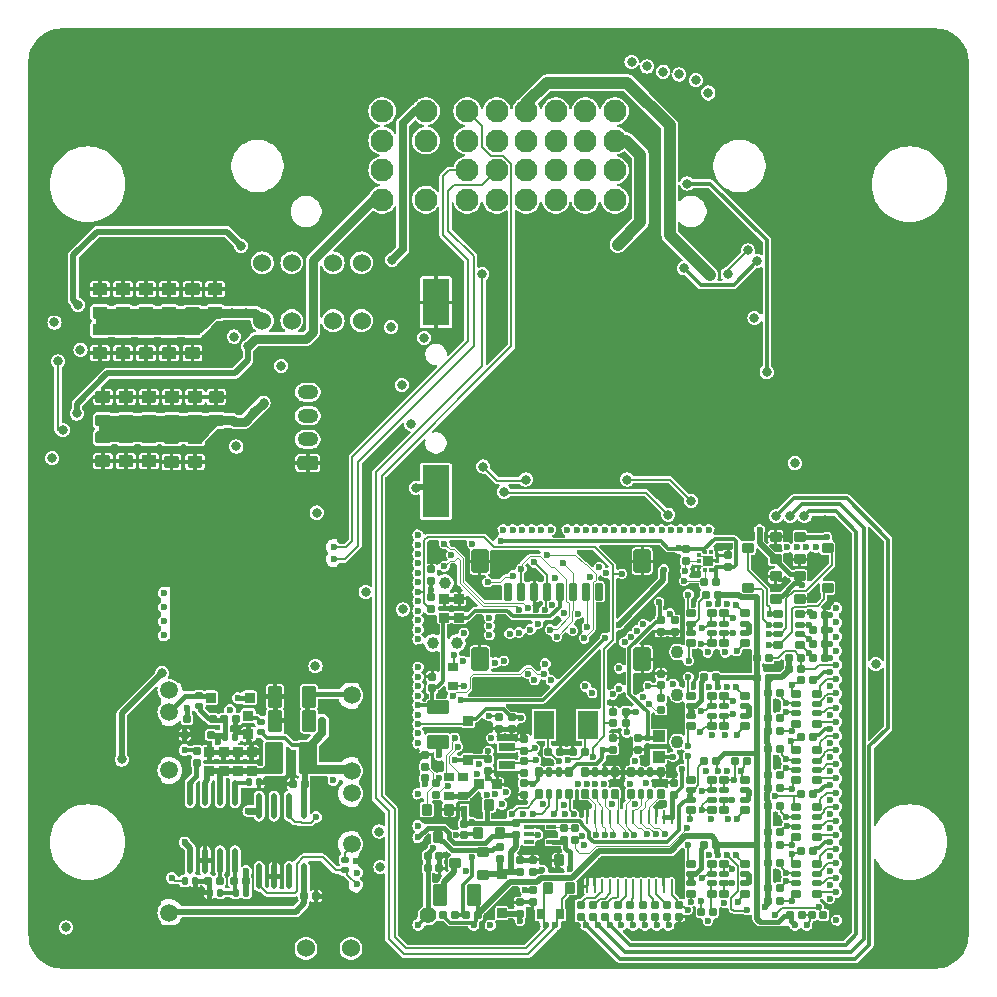
<source format=gbl>
G75*
G70*
%OFA0B0*%
%FSLAX25Y25*%
%IPPOS*%
%LPD*%
%AMOC8*
5,1,8,0,0,1.08239X$1,22.5*
%
%AMM100*
21,1,0.035430,0.030320,-0.000000,0.000000,0.000000*
21,1,0.028350,0.037400,-0.000000,0.000000,0.000000*
1,1,0.007090,0.014170,-0.015160*
1,1,0.007090,-0.014170,-0.015160*
1,1,0.007090,-0.014170,0.015160*
1,1,0.007090,0.014170,0.015160*
%
%AMM103*
21,1,0.027560,0.030710,-0.000000,0.000000,90.000000*
21,1,0.022050,0.036220,-0.000000,0.000000,90.000000*
1,1,0.005510,0.015350,0.011020*
1,1,0.005510,0.015350,-0.011020*
1,1,0.005510,-0.015350,-0.011020*
1,1,0.005510,-0.015350,0.011020*
%
%AMM124*
21,1,0.033470,0.026770,-0.000000,0.000000,180.000000*
21,1,0.026770,0.033470,-0.000000,0.000000,180.000000*
1,1,0.006690,-0.013390,0.013390*
1,1,0.006690,0.013390,0.013390*
1,1,0.006690,0.013390,-0.013390*
1,1,0.006690,-0.013390,-0.013390*
%
%AMM125*
21,1,0.025590,0.026380,-0.000000,0.000000,90.000000*
21,1,0.020470,0.031500,-0.000000,0.000000,90.000000*
1,1,0.005120,0.013190,0.010240*
1,1,0.005120,0.013190,-0.010240*
1,1,0.005120,-0.013190,-0.010240*
1,1,0.005120,-0.013190,0.010240*
%
%AMM126*
21,1,0.017720,0.027950,-0.000000,0.000000,90.000000*
21,1,0.014170,0.031500,-0.000000,0.000000,90.000000*
1,1,0.003540,0.013980,0.007090*
1,1,0.003540,0.013980,-0.007090*
1,1,0.003540,-0.013980,-0.007090*
1,1,0.003540,-0.013980,0.007090*
%
%AMM127*
21,1,0.033470,0.026770,-0.000000,0.000000,90.000000*
21,1,0.026770,0.033470,-0.000000,0.000000,90.000000*
1,1,0.006690,0.013390,0.013390*
1,1,0.006690,0.013390,-0.013390*
1,1,0.006690,-0.013390,-0.013390*
1,1,0.006690,-0.013390,0.013390*
%
%AMM128*
21,1,0.078740,0.045670,-0.000000,0.000000,270.000000*
21,1,0.067320,0.057090,-0.000000,0.000000,270.000000*
1,1,0.011420,-0.022840,-0.033660*
1,1,0.011420,-0.022840,0.033660*
1,1,0.011420,0.022840,0.033660*
1,1,0.011420,0.022840,-0.033660*
%
%AMM129*
21,1,0.059060,0.020470,-0.000000,0.000000,270.000000*
21,1,0.053940,0.025590,-0.000000,0.000000,270.000000*
1,1,0.005120,-0.010240,-0.026970*
1,1,0.005120,-0.010240,0.026970*
1,1,0.005120,0.010240,0.026970*
1,1,0.005120,0.010240,-0.026970*
%
%AMM130*
21,1,0.035430,0.030320,-0.000000,0.000000,270.000000*
21,1,0.028350,0.037400,-0.000000,0.000000,270.000000*
1,1,0.007090,-0.015160,-0.014170*
1,1,0.007090,-0.015160,0.014170*
1,1,0.007090,0.015160,0.014170*
1,1,0.007090,0.015160,-0.014170*
%
%AMM131*
21,1,0.012600,0.028980,-0.000000,0.000000,270.000000*
21,1,0.010080,0.031500,-0.000000,0.000000,270.000000*
1,1,0.002520,-0.014490,-0.005040*
1,1,0.002520,-0.014490,0.005040*
1,1,0.002520,0.014490,0.005040*
1,1,0.002520,0.014490,-0.005040*
%
%AMM132*
21,1,0.070870,0.036220,-0.000000,0.000000,90.000000*
21,1,0.061810,0.045280,-0.000000,0.000000,90.000000*
1,1,0.009060,0.018110,0.030910*
1,1,0.009060,0.018110,-0.030910*
1,1,0.009060,-0.018110,-0.030910*
1,1,0.009060,-0.018110,0.030910*
%
%AMM133*
21,1,0.035830,0.026770,-0.000000,0.000000,90.000000*
21,1,0.029130,0.033470,-0.000000,0.000000,90.000000*
1,1,0.006690,0.013390,0.014570*
1,1,0.006690,0.013390,-0.014570*
1,1,0.006690,-0.013390,-0.014570*
1,1,0.006690,-0.013390,0.014570*
%
%AMM134*
21,1,0.027560,0.049610,-0.000000,0.000000,90.000000*
21,1,0.022050,0.055120,-0.000000,0.000000,90.000000*
1,1,0.005510,0.024800,0.011020*
1,1,0.005510,0.024800,-0.011020*
1,1,0.005510,-0.024800,-0.011020*
1,1,0.005510,-0.024800,0.011020*
%
%AMM135*
21,1,0.070870,0.036220,-0.000000,0.000000,180.000000*
21,1,0.061810,0.045280,-0.000000,0.000000,180.000000*
1,1,0.009060,-0.030910,0.018110*
1,1,0.009060,0.030910,0.018110*
1,1,0.009060,0.030910,-0.018110*
1,1,0.009060,-0.030910,-0.018110*
%
%AMM136*
21,1,0.027560,0.030710,-0.000000,0.000000,180.000000*
21,1,0.022050,0.036220,-0.000000,0.000000,180.000000*
1,1,0.005510,-0.011020,0.015350*
1,1,0.005510,0.011020,0.015350*
1,1,0.005510,0.011020,-0.015350*
1,1,0.005510,-0.011020,-0.015350*
%
%AMM42*
21,1,0.035830,0.026770,0.000000,0.000000,0.000000*
21,1,0.029130,0.033470,0.000000,0.000000,0.000000*
1,1,0.006690,0.014570,-0.013390*
1,1,0.006690,-0.014570,-0.013390*
1,1,0.006690,-0.014570,0.013390*
1,1,0.006690,0.014570,0.013390*
%
%AMM44*
21,1,0.070870,0.036220,0.000000,0.000000,90.000000*
21,1,0.061810,0.045280,0.000000,0.000000,90.000000*
1,1,0.009060,0.018110,0.030910*
1,1,0.009060,0.018110,-0.030910*
1,1,0.009060,-0.018110,-0.030910*
1,1,0.009060,-0.018110,0.030910*
%
%AMM66*
21,1,0.023620,0.018900,0.000000,0.000000,90.000000*
21,1,0.018900,0.023620,0.000000,0.000000,90.000000*
1,1,0.004720,0.009450,0.009450*
1,1,0.004720,0.009450,-0.009450*
1,1,0.004720,-0.009450,-0.009450*
1,1,0.004720,-0.009450,0.009450*
%
%AMM67*
21,1,0.019680,0.019680,0.000000,0.000000,0.000000*
21,1,0.015750,0.023620,0.000000,0.000000,0.000000*
1,1,0.003940,0.007870,-0.009840*
1,1,0.003940,-0.007870,-0.009840*
1,1,0.003940,-0.007870,0.009840*
1,1,0.003940,0.007870,0.009840*
%
%AMM68*
21,1,0.019680,0.019680,0.000000,0.000000,270.000000*
21,1,0.015750,0.023620,0.000000,0.000000,270.000000*
1,1,0.003940,-0.009840,-0.007870*
1,1,0.003940,-0.009840,0.007870*
1,1,0.003940,0.009840,0.007870*
1,1,0.003940,0.009840,-0.007870*
%
%AMM82*
21,1,0.106300,0.050390,0.000000,0.000000,90.000000*
21,1,0.093700,0.062990,0.000000,0.000000,90.000000*
1,1,0.012600,0.025200,0.046850*
1,1,0.012600,0.025200,-0.046850*
1,1,0.012600,-0.025200,-0.046850*
1,1,0.012600,-0.025200,0.046850*
%
%AMM83*
21,1,0.033470,0.026770,0.000000,0.000000,270.000000*
21,1,0.026770,0.033470,0.000000,0.000000,270.000000*
1,1,0.006690,-0.013390,-0.013390*
1,1,0.006690,-0.013390,0.013390*
1,1,0.006690,0.013390,0.013390*
1,1,0.006690,0.013390,-0.013390*
%
%AMM84*
21,1,0.023620,0.018900,0.000000,0.000000,180.000000*
21,1,0.018900,0.023620,0.000000,0.000000,180.000000*
1,1,0.004720,-0.009450,0.009450*
1,1,0.004720,0.009450,0.009450*
1,1,0.004720,0.009450,-0.009450*
1,1,0.004720,-0.009450,-0.009450*
%
%AMM85*
21,1,0.122050,0.075590,0.000000,0.000000,180.000000*
21,1,0.103150,0.094490,0.000000,0.000000,180.000000*
1,1,0.018900,-0.051580,0.037800*
1,1,0.018900,0.051580,0.037800*
1,1,0.018900,0.051580,-0.037800*
1,1,0.018900,-0.051580,-0.037800*
%
%AMM86*
21,1,0.118110,0.083460,0.000000,0.000000,0.000000*
21,1,0.097240,0.104330,0.000000,0.000000,0.000000*
1,1,0.020870,0.048620,-0.041730*
1,1,0.020870,-0.048620,-0.041730*
1,1,0.020870,-0.048620,0.041730*
1,1,0.020870,0.048620,0.041730*
%
%AMM92*
21,1,0.025590,0.026380,-0.000000,0.000000,0.000000*
21,1,0.020470,0.031500,-0.000000,0.000000,0.000000*
1,1,0.005120,0.010240,-0.013190*
1,1,0.005120,-0.010240,-0.013190*
1,1,0.005120,-0.010240,0.013190*
1,1,0.005120,0.010240,0.013190*
%
%AMM93*
21,1,0.017720,0.027950,-0.000000,0.000000,0.000000*
21,1,0.014170,0.031500,-0.000000,0.000000,0.000000*
1,1,0.003540,0.007090,-0.013980*
1,1,0.003540,-0.007090,-0.013980*
1,1,0.003540,-0.007090,0.013980*
1,1,0.003540,0.007090,0.013980*
%
%AMM96*
21,1,0.027560,0.018900,-0.000000,0.000000,180.000000*
21,1,0.022840,0.023620,-0.000000,0.000000,180.000000*
1,1,0.004720,-0.011420,0.009450*
1,1,0.004720,0.011420,0.009450*
1,1,0.004720,0.011420,-0.009450*
1,1,0.004720,-0.011420,-0.009450*
%
%AMM98*
21,1,0.027560,0.018900,-0.000000,0.000000,270.000000*
21,1,0.022840,0.023620,-0.000000,0.000000,270.000000*
1,1,0.004720,-0.009450,-0.011420*
1,1,0.004720,-0.009450,0.011420*
1,1,0.004720,0.009450,0.011420*
1,1,0.004720,0.009450,-0.011420*
%
%ADD10C,0.00787*%
%ADD100C,0.01575*%
%ADD101C,0.01260*%
%ADD102C,0.04331*%
%ADD103C,0.03900*%
%ADD104C,0.05512*%
%ADD11C,0.03937*%
%ADD12C,0.06000*%
%ADD141R,0.01378X0.01476*%
%ADD142R,0.01968X0.01968*%
%ADD146M42*%
%ADD148R,0.01476X0.01378*%
%ADD151M44*%
%ADD16O,0.06890X0.04724*%
%ADD17C,0.02362*%
%ADD18R,0.14567X0.00787*%
%ADD181M66*%
%ADD182M67*%
%ADD183M68*%
%ADD184O,0.00787X0.40158*%
%ADD19R,0.01575X0.00787*%
%ADD20R,0.06299X0.00787*%
%ADD200M82*%
%ADD201M83*%
%ADD202M84*%
%ADD203O,0.01968X0.08661*%
%ADD204M85*%
%ADD205M86*%
%ADD21R,0.38189X0.00787*%
%ADD212M92*%
%ADD213M93*%
%ADD217M96*%
%ADD219M98*%
%ADD22R,0.09055X0.00787*%
%ADD221M100*%
%ADD225M103*%
%ADD23R,0.00787X0.05512*%
%ADD24R,0.00787X0.25197*%
%ADD248M124*%
%ADD249M125*%
%ADD25R,0.00787X0.06693*%
%ADD250M126*%
%ADD251M127*%
%ADD252M128*%
%ADD253M129*%
%ADD254M130*%
%ADD255M131*%
%ADD256O,0.00984X0.04961*%
%ADD257M132*%
%ADD258M133*%
%ADD259R,0.06693X0.09449*%
%ADD26R,0.00787X0.12992*%
%ADD260M134*%
%ADD261R,0.04331X0.03937*%
%ADD262M135*%
%ADD263M136*%
%ADD27R,0.27559X0.00787*%
%ADD28R,0.12992X0.00787*%
%ADD29R,0.24803X0.00787*%
%ADD30C,0.07677*%
%ADD31R,0.00984X0.24350*%
%ADD32R,0.00984X0.04390*%
%ADD33R,0.56201X0.00984*%
%ADD34R,0.59449X0.00984*%
%ADD35R,0.00984X0.20374*%
%ADD37C,0.05906*%
%ADD38O,0.00787X0.12992*%
%ADD39O,0.00787X0.40157*%
%ADD40O,0.00787X0.01181*%
%ADD41O,0.66929X0.00787*%
%ADD42O,0.60630X0.00787*%
%ADD43O,0.00787X0.18898*%
%ADD44O,0.00787X0.10236*%
%ADD45O,0.00787X0.03937*%
%ADD46O,0.00787X0.05906*%
%ADD47C,0.03150*%
%ADD48C,0.01969*%
%ADD49C,0.00591*%
%ADD50C,0.01181*%
%ADD51C,0.02756*%
%ADD57C,0.00984*%
%ADD63R,0.09055X0.17323*%
%ADD64R,0.09055X0.15748*%
%ADD65C,0.01968*%
%ADD99C,0.00492*%
X0000000Y0000000D02*
%LPD*%
G01*
D12*
X0111811Y0236024D03*
X0111811Y0216732D03*
G36*
G01*
X0096358Y0166929D02*
X0091437Y0166929D01*
G75*
G02*
X0090453Y0167913I0000000J0000984D01*
G01*
X0090453Y0170669D01*
G75*
G02*
X0091437Y0171654I0000984J0000000D01*
G01*
X0096358Y0171654D01*
G75*
G02*
X0097343Y0170669I0000000J-000984D01*
G01*
X0097343Y0167913D01*
G75*
G02*
X0096358Y0166929I-000984J0000000D01*
G01*
G37*
D16*
X0093898Y0177165D03*
X0093898Y0185039D03*
X0093898Y0192913D03*
D17*
X0244488Y0146850D03*
X0227559Y0146850D03*
X0224409Y0146850D03*
X0221260Y0146850D03*
X0218110Y0146850D03*
X0214961Y0146850D03*
X0211811Y0146850D03*
X0208661Y0146850D03*
X0205512Y0146850D03*
X0202362Y0146850D03*
X0199213Y0146850D03*
X0196063Y0146850D03*
X0192913Y0146850D03*
X0189764Y0146850D03*
X0186614Y0146850D03*
X0183465Y0146850D03*
X0180315Y0146850D03*
X0174803Y0146850D03*
X0171654Y0146850D03*
X0168504Y0146850D03*
X0165354Y0146850D03*
X0162205Y0146850D03*
X0159055Y0146850D03*
D18*
X0139961Y0014567D03*
D19*
X0151968Y0014567D03*
D18*
X0163976Y0014567D03*
D20*
X0181496Y0014567D03*
D21*
X0235236Y0014567D03*
D22*
X0266732Y0014567D03*
D23*
X0270866Y0021654D03*
D24*
X0129921Y0029921D03*
D25*
X0129921Y0053740D03*
D26*
X0129921Y0067520D03*
D23*
X0129921Y0105906D03*
D24*
X0270866Y0135433D03*
D27*
X0143307Y0147638D03*
D19*
X0177559Y0147638D03*
D28*
X0236024Y0147638D03*
D29*
X0258858Y0147638D03*
D17*
X0130709Y0145276D03*
X0130709Y0142126D03*
X0130709Y0138976D03*
X0130709Y0135827D03*
X0130709Y0132677D03*
X0130709Y0129528D03*
X0130709Y0126378D03*
X0130709Y0123228D03*
X0130709Y0120079D03*
X0130709Y0116929D03*
X0130709Y0113780D03*
X0130709Y0110630D03*
X0130709Y0101181D03*
X0130709Y0098031D03*
X0130709Y0094882D03*
X0130709Y0091732D03*
X0130709Y0088583D03*
X0130709Y0085433D03*
X0130709Y0082283D03*
X0130709Y0079134D03*
X0130709Y0075984D03*
X0130709Y0059055D03*
X0130709Y0048425D03*
X0130709Y0044488D03*
X0130709Y0015354D03*
X0270079Y0120866D03*
X0270079Y0116142D03*
X0270079Y0111417D03*
X0270079Y0106693D03*
X0270079Y0101969D03*
X0270079Y0097244D03*
X0270079Y0092520D03*
X0270079Y0087795D03*
X0270079Y0083071D03*
X0270079Y0078346D03*
X0270079Y0073622D03*
X0270079Y0068898D03*
X0270079Y0064173D03*
X0270079Y0059449D03*
X0270079Y0054724D03*
X0270079Y0050000D03*
X0270079Y0045276D03*
X0270079Y0040551D03*
X0270079Y0035827D03*
X0270079Y0031102D03*
X0270079Y0026378D03*
X0270079Y0016929D03*
X0260236Y0015354D03*
X0256299Y0015354D03*
X0214173Y0015354D03*
X0210236Y0015354D03*
X0206299Y0015354D03*
X0202362Y0015354D03*
X0198425Y0015354D03*
X0194488Y0015354D03*
X0190551Y0015354D03*
X0186614Y0015354D03*
X0176378Y0015354D03*
X0173228Y0015354D03*
X0154724Y0015354D03*
X0149213Y0015354D03*
D30*
X0196260Y0257087D03*
X0196260Y0266929D03*
X0196260Y0276772D03*
X0196260Y0286614D03*
X0186417Y0257087D03*
X0186417Y0266929D03*
X0186417Y0276772D03*
X0186417Y0286614D03*
X0176575Y0257087D03*
X0176575Y0266929D03*
X0176575Y0276772D03*
X0176575Y0286614D03*
X0166732Y0257087D03*
X0166732Y0266929D03*
X0166732Y0276772D03*
X0166732Y0286614D03*
X0156890Y0257087D03*
X0156890Y0266929D03*
X0156890Y0276772D03*
X0156890Y0286614D03*
X0147047Y0257087D03*
X0147047Y0266929D03*
X0147047Y0276772D03*
X0147047Y0286614D03*
X0133268Y0257087D03*
X0133268Y0266929D03*
X0133268Y0276772D03*
X0133268Y0286614D03*
X0118701Y0257087D03*
X0118701Y0266929D03*
X0118701Y0276772D03*
X0118701Y0286614D03*
D12*
X0088583Y0236024D03*
X0088583Y0216732D03*
X0093287Y0007480D03*
X0108287Y0007480D03*
X0078740Y0236024D03*
X0078740Y0216732D03*
X0102362Y0236024D03*
X0102362Y0216732D03*
D17*
X0045915Y0121260D03*
X0045915Y0125984D03*
X0045915Y0116535D03*
X0045915Y0111811D03*
D31*
X0103593Y0122313D03*
D32*
X0103593Y0146132D03*
D33*
X0075984Y0110630D03*
D34*
X0074360Y0147835D03*
D35*
X0045128Y0138140D03*
D17*
X0102707Y0137244D03*
X0102707Y0141181D03*
D37*
X0108563Y0091831D03*
X0108563Y0066634D03*
X0108563Y0059154D03*
X0108563Y0042224D03*
D17*
X0110335Y0032776D03*
X0110335Y0028839D03*
D38*
X0044980Y0076673D03*
D39*
X0044980Y0043209D03*
D40*
X0044980Y0015256D03*
D41*
X0078051Y0015059D03*
D42*
X0081201Y0096161D03*
D37*
X0108563Y0017618D03*
D40*
X0111122Y0095965D03*
D43*
X0111122Y0079429D03*
D44*
X0111122Y0050492D03*
D45*
X0111122Y0036713D03*
D46*
X0111122Y0023720D03*
D37*
X0047539Y0093602D03*
X0047539Y0086319D03*
X0047539Y0066831D03*
X0047539Y0019390D03*
G36*
G01*
X0057579Y0203996D02*
X0053445Y0203996D01*
G75*
G02*
X0053051Y0204390I0000000J0000394D01*
G01*
X0053051Y0207539D01*
G75*
G02*
X0053445Y0207933I0000394J0000000D01*
G01*
X0057579Y0207933D01*
G75*
G02*
X0057973Y0207539I0000000J-000394D01*
G01*
X0057973Y0204390D01*
G75*
G02*
X0057579Y0203996I-000394J0000000D01*
G01*
G37*
G36*
G01*
X0057579Y0211870D02*
X0053445Y0211870D01*
G75*
G02*
X0053051Y0212264I0000000J0000394D01*
G01*
X0053051Y0215413D01*
G75*
G02*
X0053445Y0215807I0000394J0000000D01*
G01*
X0057579Y0215807D01*
G75*
G02*
X0057973Y0215413I0000000J-000394D01*
G01*
X0057973Y0212264D01*
G75*
G02*
X0057579Y0211870I-000394J0000000D01*
G01*
G37*
G36*
G01*
X0042028Y0203937D02*
X0037894Y0203937D01*
G75*
G02*
X0037500Y0204331I0000000J0000394D01*
G01*
X0037500Y0207480D01*
G75*
G02*
X0037894Y0207874I0000394J0000000D01*
G01*
X0042028Y0207874D01*
G75*
G02*
X0042421Y0207480I0000000J-000394D01*
G01*
X0042421Y0204331D01*
G75*
G02*
X0042028Y0203937I-000394J0000000D01*
G01*
G37*
G36*
G01*
X0042028Y0211811D02*
X0037894Y0211811D01*
G75*
G02*
X0037500Y0212205I0000000J0000394D01*
G01*
X0037500Y0215354D01*
G75*
G02*
X0037894Y0215748I0000394J0000000D01*
G01*
X0042028Y0215748D01*
G75*
G02*
X0042421Y0215354I0000000J-000394D01*
G01*
X0042421Y0212205D01*
G75*
G02*
X0042028Y0211811I-000394J0000000D01*
G01*
G37*
G36*
G01*
X0037894Y0229252D02*
X0042028Y0229252D01*
G75*
G02*
X0042421Y0228858I0000000J-000394D01*
G01*
X0042421Y0225709D01*
G75*
G02*
X0042028Y0225315I-000394J0000000D01*
G01*
X0037894Y0225315D01*
G75*
G02*
X0037500Y0225709I0000000J0000394D01*
G01*
X0037500Y0228858D01*
G75*
G02*
X0037894Y0229252I0000394J0000000D01*
G01*
G37*
G36*
G01*
X0037894Y0221378D02*
X0042028Y0221378D01*
G75*
G02*
X0042421Y0220984I0000000J-000394D01*
G01*
X0042421Y0217835D01*
G75*
G02*
X0042028Y0217441I-000394J0000000D01*
G01*
X0037894Y0217441D01*
G75*
G02*
X0037500Y0217835I0000000J0000394D01*
G01*
X0037500Y0220984D01*
G75*
G02*
X0037894Y0221378I0000394J0000000D01*
G01*
G37*
G36*
G01*
X0038878Y0193307D02*
X0043012Y0193307D01*
G75*
G02*
X0043406Y0192913I0000000J-000394D01*
G01*
X0043406Y0189764D01*
G75*
G02*
X0043012Y0189370I-000394J0000000D01*
G01*
X0038878Y0189370D01*
G75*
G02*
X0038484Y0189764I0000000J0000394D01*
G01*
X0038484Y0192913D01*
G75*
G02*
X0038878Y0193307I0000394J0000000D01*
G01*
G37*
G36*
G01*
X0038878Y0185433D02*
X0043012Y0185433D01*
G75*
G02*
X0043406Y0185039I0000000J-000394D01*
G01*
X0043406Y0181890D01*
G75*
G02*
X0043012Y0181496I-000394J0000000D01*
G01*
X0038878Y0181496D01*
G75*
G02*
X0038484Y0181890I0000000J0000394D01*
G01*
X0038484Y0185039D01*
G75*
G02*
X0038878Y0185433I0000394J0000000D01*
G01*
G37*
G36*
G01*
X0043012Y0167992D02*
X0038878Y0167992D01*
G75*
G02*
X0038484Y0168386I0000000J0000394D01*
G01*
X0038484Y0171535D01*
G75*
G02*
X0038878Y0171929I0000394J0000000D01*
G01*
X0043012Y0171929D01*
G75*
G02*
X0043406Y0171535I0000000J-000394D01*
G01*
X0043406Y0168386D01*
G75*
G02*
X0043012Y0167992I-000394J0000000D01*
G01*
G37*
G36*
G01*
X0043012Y0175866D02*
X0038878Y0175866D01*
G75*
G02*
X0038484Y0176260I0000000J0000394D01*
G01*
X0038484Y0179409D01*
G75*
G02*
X0038878Y0179803I0000394J0000000D01*
G01*
X0043012Y0179803D01*
G75*
G02*
X0043406Y0179409I0000000J-000394D01*
G01*
X0043406Y0176260D01*
G75*
G02*
X0043012Y0175866I-000394J0000000D01*
G01*
G37*
G36*
G01*
X0035335Y0167992D02*
X0031201Y0167992D01*
G75*
G02*
X0030807Y0168386I0000000J0000394D01*
G01*
X0030807Y0171535D01*
G75*
G02*
X0031201Y0171929I0000394J0000000D01*
G01*
X0035335Y0171929D01*
G75*
G02*
X0035728Y0171535I0000000J-000394D01*
G01*
X0035728Y0168386D01*
G75*
G02*
X0035335Y0167992I-000394J0000000D01*
G01*
G37*
G36*
G01*
X0035335Y0175866D02*
X0031201Y0175866D01*
G75*
G02*
X0030807Y0176260I0000000J0000394D01*
G01*
X0030807Y0179409D01*
G75*
G02*
X0031201Y0179803I0000394J0000000D01*
G01*
X0035335Y0179803D01*
G75*
G02*
X0035728Y0179409I0000000J-000394D01*
G01*
X0035728Y0176260D01*
G75*
G02*
X0035335Y0175866I-000394J0000000D01*
G01*
G37*
G36*
G01*
X0026673Y0203937D02*
X0022540Y0203937D01*
G75*
G02*
X0022146Y0204331I0000000J0000394D01*
G01*
X0022146Y0207480D01*
G75*
G02*
X0022540Y0207874I0000394J0000000D01*
G01*
X0026673Y0207874D01*
G75*
G02*
X0027067Y0207480I0000000J-000394D01*
G01*
X0027067Y0204331D01*
G75*
G02*
X0026673Y0203937I-000394J0000000D01*
G01*
G37*
G36*
G01*
X0026673Y0211811D02*
X0022540Y0211811D01*
G75*
G02*
X0022146Y0212205I0000000J0000394D01*
G01*
X0022146Y0215354D01*
G75*
G02*
X0022540Y0215748I0000394J0000000D01*
G01*
X0026673Y0215748D01*
G75*
G02*
X0027067Y0215354I0000000J-000394D01*
G01*
X0027067Y0212205D01*
G75*
G02*
X0026673Y0211811I-000394J0000000D01*
G01*
G37*
G36*
G01*
X0049705Y0203937D02*
X0045571Y0203937D01*
G75*
G02*
X0045177Y0204331I0000000J0000394D01*
G01*
X0045177Y0207480D01*
G75*
G02*
X0045571Y0207874I0000394J0000000D01*
G01*
X0049705Y0207874D01*
G75*
G02*
X0050098Y0207480I0000000J-000394D01*
G01*
X0050098Y0204331D01*
G75*
G02*
X0049705Y0203937I-000394J0000000D01*
G01*
G37*
G36*
G01*
X0049705Y0211811D02*
X0045571Y0211811D01*
G75*
G02*
X0045177Y0212205I0000000J0000394D01*
G01*
X0045177Y0215354D01*
G75*
G02*
X0045571Y0215748I0000394J0000000D01*
G01*
X0049705Y0215748D01*
G75*
G02*
X0050098Y0215354I0000000J-000394D01*
G01*
X0050098Y0212205D01*
G75*
G02*
X0049705Y0211811I-000394J0000000D01*
G01*
G37*
G36*
G01*
X0034351Y0203937D02*
X0030217Y0203937D01*
G75*
G02*
X0029823Y0204331I0000000J0000394D01*
G01*
X0029823Y0207480D01*
G75*
G02*
X0030217Y0207874I0000394J0000000D01*
G01*
X0034351Y0207874D01*
G75*
G02*
X0034744Y0207480I0000000J-000394D01*
G01*
X0034744Y0204331D01*
G75*
G02*
X0034351Y0203937I-000394J0000000D01*
G01*
G37*
G36*
G01*
X0034351Y0211811D02*
X0030217Y0211811D01*
G75*
G02*
X0029823Y0212205I0000000J0000394D01*
G01*
X0029823Y0215354D01*
G75*
G02*
X0030217Y0215748I0000394J0000000D01*
G01*
X0034351Y0215748D01*
G75*
G02*
X0034744Y0215354I0000000J-000394D01*
G01*
X0034744Y0212205D01*
G75*
G02*
X0034351Y0211811I-000394J0000000D01*
G01*
G37*
G36*
G01*
X0060926Y0229252D02*
X0065059Y0229252D01*
G75*
G02*
X0065453Y0228858I0000000J-000394D01*
G01*
X0065453Y0225709D01*
G75*
G02*
X0065059Y0225315I-000394J0000000D01*
G01*
X0060926Y0225315D01*
G75*
G02*
X0060532Y0225709I0000000J0000394D01*
G01*
X0060532Y0228858D01*
G75*
G02*
X0060926Y0229252I0000394J0000000D01*
G01*
G37*
G36*
G01*
X0060926Y0221378D02*
X0065059Y0221378D01*
G75*
G02*
X0065453Y0220984I0000000J-000394D01*
G01*
X0065453Y0217835D01*
G75*
G02*
X0065059Y0217441I-000394J0000000D01*
G01*
X0060926Y0217441D01*
G75*
G02*
X0060532Y0217835I0000000J0000394D01*
G01*
X0060532Y0220984D01*
G75*
G02*
X0060926Y0221378I0000394J0000000D01*
G01*
G37*
G36*
G01*
X0023524Y0193307D02*
X0027658Y0193307D01*
G75*
G02*
X0028051Y0192913I0000000J-000394D01*
G01*
X0028051Y0189764D01*
G75*
G02*
X0027658Y0189370I-000394J0000000D01*
G01*
X0023524Y0189370D01*
G75*
G02*
X0023130Y0189764I0000000J0000394D01*
G01*
X0023130Y0192913D01*
G75*
G02*
X0023524Y0193307I0000394J0000000D01*
G01*
G37*
G36*
G01*
X0023524Y0185433D02*
X0027658Y0185433D01*
G75*
G02*
X0028051Y0185039I0000000J-000394D01*
G01*
X0028051Y0181890D01*
G75*
G02*
X0027658Y0181496I-000394J0000000D01*
G01*
X0023524Y0181496D01*
G75*
G02*
X0023130Y0181890I0000000J0000394D01*
G01*
X0023130Y0185039D01*
G75*
G02*
X0023524Y0185433I0000394J0000000D01*
G01*
G37*
G36*
G01*
X0027658Y0167992D02*
X0023524Y0167992D01*
G75*
G02*
X0023130Y0168386I0000000J0000394D01*
G01*
X0023130Y0171535D01*
G75*
G02*
X0023524Y0171929I0000394J0000000D01*
G01*
X0027658Y0171929D01*
G75*
G02*
X0028051Y0171535I0000000J-000394D01*
G01*
X0028051Y0168386D01*
G75*
G02*
X0027658Y0167992I-000394J0000000D01*
G01*
G37*
G36*
G01*
X0027658Y0175866D02*
X0023524Y0175866D01*
G75*
G02*
X0023130Y0176260I0000000J0000394D01*
G01*
X0023130Y0179409D01*
G75*
G02*
X0023524Y0179803I0000394J0000000D01*
G01*
X0027658Y0179803D01*
G75*
G02*
X0028051Y0179409I0000000J-000394D01*
G01*
X0028051Y0176260D01*
G75*
G02*
X0027658Y0175866I-000394J0000000D01*
G01*
G37*
G36*
G01*
X0054232Y0193307D02*
X0058366Y0193307D01*
G75*
G02*
X0058760Y0192913I0000000J-000394D01*
G01*
X0058760Y0189764D01*
G75*
G02*
X0058366Y0189370I-000394J0000000D01*
G01*
X0054232Y0189370D01*
G75*
G02*
X0053838Y0189764I0000000J0000394D01*
G01*
X0053838Y0192913D01*
G75*
G02*
X0054232Y0193307I0000394J0000000D01*
G01*
G37*
G36*
G01*
X0054232Y0185433D02*
X0058366Y0185433D01*
G75*
G02*
X0058760Y0185039I0000000J-000394D01*
G01*
X0058760Y0181890D01*
G75*
G02*
X0058366Y0181496I-000394J0000000D01*
G01*
X0054232Y0181496D01*
G75*
G02*
X0053838Y0181890I0000000J0000394D01*
G01*
X0053838Y0185039D01*
G75*
G02*
X0054232Y0185433I0000394J0000000D01*
G01*
G37*
D63*
X0136614Y0159842D03*
D64*
X0136614Y0222834D03*
G36*
G01*
X0058366Y0167717D02*
X0054232Y0167717D01*
G75*
G02*
X0053839Y0168110I0000000J0000394D01*
G01*
X0053839Y0171260D01*
G75*
G02*
X0054232Y0171654I0000394J0000000D01*
G01*
X0058366Y0171654D01*
G75*
G02*
X0058760Y0171260I0000000J-000394D01*
G01*
X0058760Y0168110D01*
G75*
G02*
X0058366Y0167717I-000394J0000000D01*
G01*
G37*
G36*
G01*
X0058366Y0175591D02*
X0054232Y0175591D01*
G75*
G02*
X0053839Y0175984I0000000J0000394D01*
G01*
X0053839Y0179134D01*
G75*
G02*
X0054232Y0179528I0000394J0000000D01*
G01*
X0058366Y0179528D01*
G75*
G02*
X0058760Y0179134I0000000J-000394D01*
G01*
X0058760Y0175984D01*
G75*
G02*
X0058366Y0175591I-000394J0000000D01*
G01*
G37*
G36*
G01*
X0061319Y0193307D02*
X0065453Y0193307D01*
G75*
G02*
X0065846Y0192913I0000000J-000394D01*
G01*
X0065846Y0189764D01*
G75*
G02*
X0065453Y0189370I-000394J0000000D01*
G01*
X0061319Y0189370D01*
G75*
G02*
X0060925Y0189764I0000000J0000394D01*
G01*
X0060925Y0192913D01*
G75*
G02*
X0061319Y0193307I0000394J0000000D01*
G01*
G37*
G36*
G01*
X0061319Y0185433D02*
X0065453Y0185433D01*
G75*
G02*
X0065846Y0185039I0000000J-000394D01*
G01*
X0065846Y0181890D01*
G75*
G02*
X0065453Y0181496I-000394J0000000D01*
G01*
X0061319Y0181496D01*
G75*
G02*
X0060925Y0181890I0000000J0000394D01*
G01*
X0060925Y0185039D01*
G75*
G02*
X0061319Y0185433I0000394J0000000D01*
G01*
G37*
G36*
G01*
X0046555Y0193307D02*
X0050689Y0193307D01*
G75*
G02*
X0051083Y0192913I0000000J-000394D01*
G01*
X0051083Y0189764D01*
G75*
G02*
X0050689Y0189370I-000394J0000000D01*
G01*
X0046555Y0189370D01*
G75*
G02*
X0046161Y0189764I0000000J0000394D01*
G01*
X0046161Y0192913D01*
G75*
G02*
X0046555Y0193307I0000394J0000000D01*
G01*
G37*
G36*
G01*
X0046555Y0185433D02*
X0050689Y0185433D01*
G75*
G02*
X0051083Y0185039I0000000J-000394D01*
G01*
X0051083Y0181890D01*
G75*
G02*
X0050689Y0181496I-000394J0000000D01*
G01*
X0046555Y0181496D01*
G75*
G02*
X0046161Y0181890I0000000J0000394D01*
G01*
X0046161Y0185039D01*
G75*
G02*
X0046555Y0185433I0000394J0000000D01*
G01*
G37*
G36*
G01*
X0050492Y0167717D02*
X0046358Y0167717D01*
G75*
G02*
X0045965Y0168110I0000000J0000394D01*
G01*
X0045965Y0171260D01*
G75*
G02*
X0046358Y0171654I0000394J0000000D01*
G01*
X0050492Y0171654D01*
G75*
G02*
X0050886Y0171260I0000000J-000394D01*
G01*
X0050886Y0168110D01*
G75*
G02*
X0050492Y0167717I-000394J0000000D01*
G01*
G37*
G36*
G01*
X0050492Y0175591D02*
X0046358Y0175591D01*
G75*
G02*
X0045965Y0175984I0000000J0000394D01*
G01*
X0045965Y0179134D01*
G75*
G02*
X0046358Y0179528I0000394J0000000D01*
G01*
X0050492Y0179528D01*
G75*
G02*
X0050886Y0179134I0000000J-000394D01*
G01*
X0050886Y0175984D01*
G75*
G02*
X0050492Y0175591I-000394J0000000D01*
G01*
G37*
G36*
G01*
X0022540Y0229252D02*
X0026673Y0229252D01*
G75*
G02*
X0027067Y0228858I0000000J-000394D01*
G01*
X0027067Y0225709D01*
G75*
G02*
X0026673Y0225315I-000394J0000000D01*
G01*
X0022540Y0225315D01*
G75*
G02*
X0022146Y0225709I0000000J0000394D01*
G01*
X0022146Y0228858D01*
G75*
G02*
X0022540Y0229252I0000394J0000000D01*
G01*
G37*
G36*
G01*
X0022540Y0221378D02*
X0026673Y0221378D01*
G75*
G02*
X0027067Y0220984I0000000J-000394D01*
G01*
X0027067Y0217835D01*
G75*
G02*
X0026673Y0217441I-000394J0000000D01*
G01*
X0022540Y0217441D01*
G75*
G02*
X0022146Y0217835I0000000J0000394D01*
G01*
X0022146Y0220984D01*
G75*
G02*
X0022540Y0221378I0000394J0000000D01*
G01*
G37*
G36*
G01*
X0045571Y0229252D02*
X0049705Y0229252D01*
G75*
G02*
X0050098Y0228858I0000000J-000394D01*
G01*
X0050098Y0225709D01*
G75*
G02*
X0049705Y0225315I-000394J0000000D01*
G01*
X0045571Y0225315D01*
G75*
G02*
X0045177Y0225709I0000000J0000394D01*
G01*
X0045177Y0228858D01*
G75*
G02*
X0045571Y0229252I0000394J0000000D01*
G01*
G37*
G36*
G01*
X0045571Y0221378D02*
X0049705Y0221378D01*
G75*
G02*
X0050098Y0220984I0000000J-000394D01*
G01*
X0050098Y0217835D01*
G75*
G02*
X0049705Y0217441I-000394J0000000D01*
G01*
X0045571Y0217441D01*
G75*
G02*
X0045177Y0217835I0000000J0000394D01*
G01*
X0045177Y0220984D01*
G75*
G02*
X0045571Y0221378I0000394J0000000D01*
G01*
G37*
G36*
G01*
X0030217Y0229252D02*
X0034351Y0229252D01*
G75*
G02*
X0034744Y0228858I0000000J-000394D01*
G01*
X0034744Y0225709D01*
G75*
G02*
X0034351Y0225315I-000394J0000000D01*
G01*
X0030217Y0225315D01*
G75*
G02*
X0029823Y0225709I0000000J0000394D01*
G01*
X0029823Y0228858D01*
G75*
G02*
X0030217Y0229252I0000394J0000000D01*
G01*
G37*
G36*
G01*
X0030217Y0221378D02*
X0034351Y0221378D01*
G75*
G02*
X0034744Y0220984I0000000J-000394D01*
G01*
X0034744Y0217835D01*
G75*
G02*
X0034351Y0217441I-000394J0000000D01*
G01*
X0030217Y0217441D01*
G75*
G02*
X0029823Y0217835I0000000J0000394D01*
G01*
X0029823Y0220984D01*
G75*
G02*
X0030217Y0221378I0000394J0000000D01*
G01*
G37*
G36*
G01*
X0053445Y0229193D02*
X0057579Y0229193D01*
G75*
G02*
X0057973Y0228799I0000000J-000394D01*
G01*
X0057973Y0225650D01*
G75*
G02*
X0057579Y0225256I-000394J0000000D01*
G01*
X0053445Y0225256D01*
G75*
G02*
X0053051Y0225650I0000000J0000394D01*
G01*
X0053051Y0228799D01*
G75*
G02*
X0053445Y0229193I0000394J0000000D01*
G01*
G37*
G36*
G01*
X0053445Y0221319D02*
X0057579Y0221319D01*
G75*
G02*
X0057973Y0220925I0000000J-000394D01*
G01*
X0057973Y0217776D01*
G75*
G02*
X0057579Y0217382I-000394J0000000D01*
G01*
X0053445Y0217382D01*
G75*
G02*
X0053051Y0217776I0000000J0000394D01*
G01*
X0053051Y0220925D01*
G75*
G02*
X0053445Y0221319I0000394J0000000D01*
G01*
G37*
G36*
G01*
X0031201Y0193307D02*
X0035335Y0193307D01*
G75*
G02*
X0035728Y0192913I0000000J-000394D01*
G01*
X0035728Y0189764D01*
G75*
G02*
X0035335Y0189370I-000394J0000000D01*
G01*
X0031201Y0189370D01*
G75*
G02*
X0030807Y0189764I0000000J0000394D01*
G01*
X0030807Y0192913D01*
G75*
G02*
X0031201Y0193307I0000394J0000000D01*
G01*
G37*
G36*
G01*
X0031201Y0185433D02*
X0035335Y0185433D01*
G75*
G02*
X0035728Y0185039I0000000J-000394D01*
G01*
X0035728Y0181890D01*
G75*
G02*
X0035335Y0181496I-000394J0000000D01*
G01*
X0031201Y0181496D01*
G75*
G02*
X0030807Y0181890I0000000J0000394D01*
G01*
X0030807Y0185039D01*
G75*
G02*
X0031201Y0185433I0000394J0000000D01*
G01*
G37*
D47*
X0129921Y0161024D03*
X0096457Y0101575D03*
X0151181Y0164173D03*
X0208268Y0183858D03*
X0205512Y0168898D03*
X0093701Y0245276D03*
X0127165Y0071654D03*
X0102756Y0257480D03*
X0202756Y0203150D03*
X0051969Y0241732D03*
X0125984Y0105906D03*
X0156693Y0184252D03*
X0042126Y0078740D03*
X0103937Y0275984D03*
X0042913Y0241339D03*
X0070866Y0167717D03*
X0056693Y0237008D03*
X0282677Y0111024D03*
X0215748Y0168898D03*
X0107480Y0257480D03*
X0103150Y0261811D03*
X0166929Y0183858D03*
X0179921Y0197638D03*
X0063386Y0011811D03*
X0040157Y0161811D03*
X0183071Y0011811D03*
X0162598Y0011811D03*
X0198031Y0203150D03*
X0137795Y0296457D03*
X0184646Y0202756D03*
X0055512Y0098819D03*
X0193307Y0203150D03*
X0063386Y0195669D03*
X0042520Y0029528D03*
X0300000Y0099606D03*
X0140157Y0281496D03*
X0273228Y0136220D03*
X0195669Y0169291D03*
X0072441Y0099213D03*
X0198031Y0198031D03*
X0056693Y0250787D03*
X0073228Y0250787D03*
X0185827Y0218504D03*
X0127165Y0053150D03*
X0273228Y0142913D03*
X0226378Y0274409D03*
X0113780Y0080315D03*
X0300000Y0105118D03*
X0146063Y0168504D03*
X0170472Y0202756D03*
X0051969Y0237008D03*
X0175591Y0183858D03*
X0007087Y0180709D03*
X0219685Y0198031D03*
X0269685Y0229921D03*
X0300000Y0127559D03*
X0207480Y0203150D03*
X0179921Y0202756D03*
X0250394Y0011811D03*
X0235827Y0011811D03*
X0056693Y0241732D03*
X0128740Y0296457D03*
X0077559Y0177953D03*
X0127165Y0063386D03*
X0133465Y0296457D03*
X0125591Y0093701D03*
X0152362Y0150394D03*
X0057087Y0011811D03*
X0045669Y0161811D03*
X0016929Y0198819D03*
X0250787Y0252362D03*
X0114173Y0052362D03*
X0042126Y0043307D03*
X0300000Y0116535D03*
X0207874Y0218504D03*
X0168898Y0168898D03*
X0161024Y0168898D03*
X0003937Y0247638D03*
X0090945Y0099213D03*
X0022835Y0237008D03*
X0239370Y0150394D03*
X0010236Y0235433D03*
X0282677Y0087008D03*
X0039764Y0061024D03*
X0088189Y0245276D03*
X0300000Y0122047D03*
X0214961Y0203150D03*
X0227953Y0011811D03*
X0184646Y0197638D03*
X0025984Y0151969D03*
X0081102Y0099213D03*
X0251969Y0163386D03*
X0232677Y0150394D03*
X0207480Y0198031D03*
X0186220Y0169291D03*
X0116142Y0248425D03*
X0048819Y0195669D03*
X0098425Y0262205D03*
X0107874Y0262205D03*
X0064567Y0264567D03*
X0219685Y0203150D03*
X0040945Y0195669D03*
X0082283Y0245276D03*
X0061024Y0237008D03*
X0022441Y0154724D03*
X0019291Y0157480D03*
X0064961Y0237008D03*
X0133071Y0244488D03*
X0011024Y0166142D03*
X0242913Y0011811D03*
X0074803Y0011811D03*
X0038976Y0241339D03*
X0126378Y0028740D03*
X0245669Y0257874D03*
X0098819Y0257874D03*
X0103937Y0271654D03*
X0033071Y0195669D03*
X0187008Y0183858D03*
X0038583Y0237008D03*
X0175197Y0151969D03*
X0051181Y0161811D03*
X0112598Y0244882D03*
X0197244Y0217717D03*
X0050787Y0250787D03*
X0051575Y0011811D03*
X0300000Y0110630D03*
X0057087Y0161811D03*
X0064961Y0099213D03*
X0138976Y0011811D03*
X0266929Y0011811D03*
X0202756Y0198031D03*
X0016535Y0160236D03*
X0142126Y0296457D03*
X0193307Y0198031D03*
X0214961Y0198031D03*
X0260630Y0240551D03*
X0163091Y0200197D03*
X0047638Y0241732D03*
X0198031Y0183858D03*
X0060236Y0260630D03*
X0042913Y0237008D03*
X0266142Y0150394D03*
X0116535Y0196850D03*
X0103937Y0151181D03*
X0007480Y0007087D03*
X0110236Y0271260D03*
X0061417Y0241339D03*
X0069291Y0011811D03*
X0126772Y0036614D03*
X0047638Y0237008D03*
X0273228Y0128740D03*
X0065354Y0241732D03*
X0081890Y0011811D03*
X0175197Y0218898D03*
X0179528Y0168504D03*
X0147244Y0248425D03*
X0062205Y0250787D03*
X0219291Y0011811D03*
X0229134Y0249213D03*
X0118504Y0296457D03*
X0034646Y0236614D03*
X0018110Y0180315D03*
X0175197Y0197638D03*
X0256299Y0245276D03*
X0107480Y0206693D03*
X0133071Y0248819D03*
X0055906Y0256299D03*
X0146850Y0150394D03*
X0013780Y0162992D03*
X0126772Y0022047D03*
X0190551Y0164173D03*
X0175197Y0202756D03*
X0170472Y0197638D03*
X0147638Y0296457D03*
X0067717Y0250787D03*
X0110236Y0275984D03*
X0172047Y0164567D03*
X0124016Y0296457D03*
X0246850Y0199606D03*
X0220336Y0262462D03*
X0017323Y0222047D03*
X0071654Y0241732D03*
X0074016Y0208268D03*
X0016929Y0185827D03*
X0125591Y0120472D03*
X0121654Y0214567D03*
X0132677Y0211024D03*
X0242776Y0217717D03*
X0122047Y0237008D03*
X0250000Y0151575D03*
X0254724Y0151575D03*
X0219291Y0234252D03*
X0243681Y0236594D03*
X0259449Y0151575D03*
X0283268Y0102264D03*
X0009449Y0216142D03*
X0070079Y0174803D03*
X0008661Y0170866D03*
X0256299Y0169291D03*
X0069291Y0211417D03*
X0013306Y0014487D03*
X0010630Y0203150D03*
X0096850Y0152756D03*
X0012205Y0180315D03*
X0018110Y0207087D03*
X0085061Y0201672D03*
X0159290Y0159684D03*
X0214008Y0152094D03*
X0227400Y0292754D03*
X0223232Y0296923D03*
X0212342Y0299744D03*
X0217717Y0298819D03*
X0206989Y0301478D03*
X0201833Y0303015D03*
X0240551Y0240157D03*
X0233858Y0232283D03*
X0045276Y0099213D03*
X0031890Y0070472D03*
X0125197Y0195327D03*
X0113189Y0126378D03*
X0128346Y0182283D03*
X0151969Y0232283D03*
D11*
X0197244Y0242126D03*
D47*
X0221713Y0156693D03*
X0200394Y0163780D03*
X0152362Y0168110D03*
X0166535Y0163780D03*
X0117717Y0046457D03*
X0118110Y0034646D03*
D11*
X0227953Y0231890D03*
D47*
X0073228Y0219291D03*
X0068504Y0219291D03*
X0069291Y0183071D03*
X0079134Y0189370D03*
X0075984Y0186220D03*
X0072835Y0183071D03*
D48*
X0136614Y0161418D02*
X0130315Y0161418D01*
X0130315Y0161418D02*
X0129921Y0161024D01*
D49*
X0175197Y0151969D02*
X0175197Y0150000D01*
X0175197Y0150000D02*
X0177559Y0147638D01*
D50*
X0246850Y0243701D02*
X0246850Y0199606D01*
X0220336Y0262462D02*
X0228089Y0262462D01*
X0228089Y0262462D02*
X0246850Y0243701D01*
D48*
X0015748Y0223622D02*
X0017323Y0222047D01*
X0071654Y0241732D02*
X0066929Y0246457D01*
X0023622Y0246457D02*
X0015748Y0238583D01*
X0015748Y0238583D02*
X0015748Y0223622D01*
X0066929Y0246457D02*
X0023622Y0246457D01*
D47*
X0095669Y0212992D02*
X0095669Y0237008D01*
D48*
X0016929Y0189114D02*
X0027028Y0199213D01*
X0016929Y0185827D02*
X0016929Y0189114D01*
X0069685Y0199213D02*
X0074016Y0203543D01*
D47*
X0074016Y0208268D02*
X0076378Y0210630D01*
X0115748Y0257087D02*
X0118701Y0257087D01*
X0076378Y0210630D02*
X0093307Y0210630D01*
D48*
X0027028Y0199213D02*
X0069685Y0199213D01*
X0074016Y0203543D02*
X0074016Y0208268D01*
D47*
X0093307Y0210630D02*
X0095669Y0212992D01*
X0095669Y0237008D02*
X0115748Y0257087D01*
D51*
X0122047Y0237008D02*
X0125591Y0240551D01*
X0125591Y0282677D02*
X0129528Y0286614D01*
X0125591Y0240551D02*
X0125591Y0282677D01*
X0129528Y0286614D02*
X0133268Y0286614D01*
D50*
X0281102Y0008661D02*
X0276378Y0003937D01*
X0287402Y0143701D02*
X0287402Y0081102D01*
X0276378Y0003937D02*
X0198031Y0003937D01*
X0250000Y0151575D02*
X0255906Y0157480D01*
X0255906Y0157480D02*
X0273622Y0157480D01*
X0273622Y0157480D02*
X0287402Y0143701D01*
X0287402Y0081102D02*
X0281102Y0074803D01*
X0281102Y0074803D02*
X0281102Y0008661D01*
X0198031Y0003937D02*
X0186614Y0015354D01*
X0258661Y0155512D02*
X0254724Y0151575D01*
X0190551Y0015354D02*
X0199606Y0006299D01*
X0271346Y0155512D02*
X0258661Y0155512D01*
X0274803Y0006299D02*
X0279134Y0010630D01*
X0279134Y0010630D02*
X0279134Y0147724D01*
X0279134Y0147724D02*
X0271346Y0155512D01*
X0199606Y0006299D02*
X0274803Y0006299D01*
X0224803Y0228740D02*
X0219291Y0234252D01*
X0235827Y0228740D02*
X0224803Y0228740D01*
X0243681Y0236594D02*
X0235827Y0228740D01*
X0273228Y0008661D02*
X0276772Y0012205D01*
X0270079Y0153150D02*
X0261024Y0153150D01*
X0276772Y0012205D02*
X0276772Y0146457D01*
X0201181Y0008661D02*
X0273228Y0008661D01*
X0261024Y0153150D02*
X0259449Y0151575D01*
X0194488Y0015354D02*
X0201181Y0008661D01*
X0276772Y0146457D02*
X0270079Y0153150D01*
D10*
X0010630Y0203150D02*
X0010630Y0180315D01*
X0010630Y0180315D02*
X0012205Y0180315D01*
X0159525Y0159449D02*
X0159290Y0159684D01*
X0214008Y0152094D02*
X0206653Y0159449D01*
X0206653Y0159449D02*
X0159525Y0159449D01*
X0227400Y0292754D02*
X0227400Y0291249D01*
X0186417Y0289961D02*
X0186417Y0286614D01*
X0233858Y0233465D02*
X0233858Y0232283D01*
X0240551Y0240157D02*
X0233858Y0233465D01*
X0108661Y0143307D02*
X0106535Y0141181D01*
X0147244Y0209843D02*
X0108661Y0171260D01*
X0147047Y0266929D02*
X0140945Y0266929D01*
X0138976Y0264961D02*
X0138976Y0245276D01*
X0140945Y0266929D02*
X0138976Y0264961D01*
X0106535Y0141181D02*
X0102707Y0141181D01*
X0147244Y0237008D02*
X0147244Y0209843D01*
X0108661Y0171260D02*
X0108661Y0143307D01*
X0138976Y0245276D02*
X0147244Y0237008D01*
D48*
X0031890Y0070472D02*
X0031890Y0085827D01*
X0031890Y0085827D02*
X0045276Y0099213D01*
D10*
X0142618Y0261909D02*
X0140630Y0259921D01*
X0140630Y0246772D02*
X0149213Y0238189D01*
X0110630Y0141732D02*
X0106142Y0137244D01*
X0151870Y0261909D02*
X0142618Y0261909D01*
X0140630Y0259921D02*
X0140630Y0246772D01*
X0156890Y0266929D02*
X0151870Y0261909D01*
X0106142Y0137244D02*
X0102707Y0137244D01*
X0149213Y0238189D02*
X0149213Y0208268D01*
X0110630Y0169685D02*
X0110630Y0141732D01*
X0149213Y0208268D02*
X0110630Y0169685D01*
X0116535Y0057480D02*
X0120866Y0053150D01*
X0125984Y0005512D02*
X0167323Y0005512D01*
X0176378Y0014567D02*
X0176378Y0015354D01*
X0116535Y0166142D02*
X0116535Y0057480D01*
X0151969Y0201575D02*
X0116535Y0166142D01*
X0120866Y0053150D02*
X0120866Y0010630D01*
X0167323Y0005512D02*
X0176378Y0014567D01*
X0151969Y0232283D02*
X0151969Y0201575D01*
X0120866Y0010630D02*
X0125984Y0005512D01*
X0161713Y0268927D02*
X0161713Y0208169D01*
X0126772Y0007480D02*
X0166535Y0007480D01*
X0166535Y0007480D02*
X0173228Y0014173D01*
X0122835Y0053937D02*
X0122835Y0011417D01*
X0173228Y0014173D02*
X0173228Y0015354D01*
X0161713Y0208169D02*
X0118504Y0164961D01*
X0158887Y0271752D02*
X0161713Y0268927D01*
X0154892Y0271752D02*
X0158887Y0271752D01*
X0118504Y0058268D02*
X0122835Y0053937D01*
X0151870Y0274774D02*
X0154892Y0271752D01*
X0122835Y0011417D02*
X0126772Y0007480D01*
X0151870Y0281791D02*
X0151870Y0274774D01*
X0147047Y0286614D02*
X0151870Y0281791D01*
X0118504Y0164961D02*
X0118504Y0058268D01*
D11*
X0204724Y0249606D02*
X0204724Y0272047D01*
X0200000Y0276772D02*
X0196260Y0276772D01*
X0204724Y0272047D02*
X0200000Y0276772D01*
X0197244Y0242126D02*
X0204724Y0249606D01*
D49*
X0214626Y0163780D02*
X0221713Y0156693D01*
X0200394Y0163780D02*
X0214626Y0163780D01*
D10*
X0166535Y0163780D02*
X0166142Y0163386D01*
X0166142Y0163386D02*
X0157087Y0163386D01*
X0157087Y0163386D02*
X0152362Y0168110D01*
D11*
X0200394Y0296063D02*
X0173622Y0296063D01*
X0227953Y0231890D02*
X0214528Y0245315D01*
X0214528Y0281929D02*
X0200394Y0296063D01*
X0173622Y0296063D02*
X0166732Y0289173D01*
X0166732Y0289173D02*
X0166732Y0286614D01*
X0214528Y0245315D02*
X0214528Y0281929D01*
D47*
X0024606Y0216535D02*
X0024606Y0213780D01*
X0047638Y0213780D02*
X0047638Y0219409D01*
X0055512Y0213839D02*
X0057422Y0213839D01*
X0024606Y0213780D02*
X0055453Y0213780D01*
X0078740Y0216732D02*
X0078740Y0216929D01*
X0024606Y0216535D02*
X0055512Y0216535D01*
X0055512Y0213839D02*
X0055512Y0216535D01*
X0059055Y0216535D02*
X0059587Y0216004D01*
X0055512Y0216535D02*
X0055512Y0219350D01*
X0055453Y0213780D02*
X0055512Y0213839D01*
X0032284Y0213780D02*
X0032284Y0219409D01*
X0057422Y0213839D02*
X0059587Y0216004D01*
X0062992Y0219409D02*
X0024606Y0219409D01*
X0055512Y0216535D02*
X0059055Y0216535D01*
X0024606Y0219409D02*
X0024606Y0216535D01*
X0039961Y0213780D02*
X0039961Y0219409D01*
X0078740Y0216929D02*
X0076260Y0219409D01*
X0059587Y0216004D02*
X0062992Y0219409D01*
X0076260Y0219409D02*
X0062992Y0219409D01*
X0056299Y0180315D02*
X0059449Y0183465D01*
X0033268Y0177835D02*
X0033268Y0183465D01*
X0025591Y0177835D02*
X0056024Y0177835D01*
X0075984Y0186220D02*
X0072835Y0183071D01*
X0069291Y0183071D02*
X0068898Y0183465D01*
X0056024Y0177835D02*
X0056299Y0177559D01*
X0056299Y0177559D02*
X0057480Y0177559D01*
X0075984Y0186220D02*
X0079134Y0189370D01*
X0059449Y0183465D02*
X0063386Y0183465D01*
X0057480Y0177559D02*
X0063386Y0183465D01*
X0056299Y0183464D02*
X0056299Y0183465D01*
X0048425Y0183268D02*
X0048622Y0183465D01*
X0040945Y0177835D02*
X0040945Y0183465D01*
X0025591Y0180709D02*
X0055906Y0180709D01*
X0069291Y0183071D02*
X0072835Y0183071D01*
X0048425Y0177559D02*
X0048425Y0183268D01*
X0025591Y0183465D02*
X0025591Y0180709D01*
X0056299Y0177559D02*
X0056299Y0180315D01*
X0055906Y0180709D02*
X0056299Y0180315D01*
X0056299Y0180315D02*
X0056299Y0183464D01*
X0025591Y0180709D02*
X0025591Y0177835D01*
X0068898Y0183465D02*
X0025591Y0183465D01*
G36*
X0285762Y0101188D02*
G01*
X0285953Y0101042D01*
X0286022Y0100821D01*
X0286022Y0081835D01*
X0285947Y0081606D01*
X0285907Y0081560D01*
X0281179Y0076831D01*
X0280965Y0076722D01*
X0280727Y0076760D01*
X0280556Y0076930D01*
X0280514Y0077107D01*
X0280514Y0100821D01*
X0280588Y0101050D01*
X0280783Y0101192D01*
X0281024Y0101192D01*
X0281213Y0101058D01*
X0281582Y0100578D01*
X0282075Y0100199D01*
X0282075Y0100199D01*
X0282075Y0100199D01*
X0282651Y0099960D01*
X0282651Y0099960D01*
X0283113Y0099900D01*
X0283268Y0099879D01*
X0283268Y0099879D01*
X0283268Y0099879D01*
X0283391Y0099895D01*
X0283885Y0099960D01*
X0284460Y0100199D01*
X0284954Y0100578D01*
X0285323Y0101058D01*
X0285521Y0101195D01*
X0285762Y0101188D01*
G37*
G36*
X0281179Y0147972D02*
G01*
X0285907Y0143243D01*
X0286017Y0143029D01*
X0286022Y0142968D01*
X0286022Y0103707D01*
X0285947Y0103477D01*
X0285752Y0103336D01*
X0285511Y0103336D01*
X0285323Y0103469D01*
X0284954Y0103950D01*
X0284954Y0103950D01*
X0284954Y0103950D01*
X0284954Y0103950D01*
X0284954Y0103950D01*
X0284460Y0104329D01*
X0283885Y0104567D01*
X0283885Y0104567D01*
X0283268Y0104648D01*
X0283268Y0104648D01*
X0282651Y0104567D01*
X0282651Y0104567D01*
X0282075Y0104329D01*
X0282075Y0104329D01*
X0281582Y0103950D01*
X0281582Y0103950D01*
X0281213Y0103469D01*
X0281014Y0103333D01*
X0280773Y0103339D01*
X0280582Y0103486D01*
X0280514Y0103707D01*
X0280514Y0147696D01*
X0280588Y0147925D01*
X0280783Y0148067D01*
X0281024Y0148067D01*
X0281179Y0147972D01*
G37*
G36*
X0152186Y0256371D02*
G01*
X0152334Y0256182D01*
X0152343Y0256154D01*
X0152556Y0255408D01*
X0152938Y0254640D01*
X0153455Y0253955D01*
X0154089Y0253378D01*
X0154818Y0252926D01*
X0155618Y0252616D01*
X0156461Y0252459D01*
X0157319Y0252459D01*
X0158162Y0252616D01*
X0158961Y0252926D01*
X0159691Y0253378D01*
X0159691Y0253378D01*
X0159691Y0253378D01*
X0159691Y0253378D01*
X0159877Y0253548D01*
X0160097Y0253647D01*
X0160333Y0253598D01*
X0160495Y0253420D01*
X0160530Y0253260D01*
X0160530Y0208821D01*
X0160455Y0208592D01*
X0160415Y0208545D01*
X0153817Y0201947D01*
X0153602Y0201837D01*
X0153364Y0201875D01*
X0153194Y0202045D01*
X0153152Y0202222D01*
X0153152Y0230019D01*
X0153226Y0230248D01*
X0153304Y0230328D01*
X0153541Y0230510D01*
X0153655Y0230597D01*
X0154034Y0231091D01*
X0154272Y0231666D01*
X0154353Y0232283D01*
X0154346Y0232340D01*
X0154333Y0232438D01*
X0154272Y0232901D01*
X0154269Y0232907D01*
X0154034Y0233476D01*
X0154034Y0233476D01*
X0153655Y0233970D01*
X0153655Y0233970D01*
X0153655Y0233970D01*
X0153655Y0233970D01*
X0153655Y0233970D01*
X0153250Y0234280D01*
X0153161Y0234349D01*
X0153161Y0234349D01*
X0153161Y0234349D01*
X0152586Y0234587D01*
X0152586Y0234587D01*
X0151969Y0234668D01*
X0151968Y0234668D01*
X0151351Y0234587D01*
X0151351Y0234587D01*
X0150935Y0234414D01*
X0150694Y0234395D01*
X0150489Y0234521D01*
X0150397Y0234744D01*
X0150396Y0234774D01*
X0150396Y0238345D01*
X0150396Y0238345D01*
X0150315Y0238646D01*
X0150315Y0238646D01*
X0150159Y0238915D01*
X0149939Y0239136D01*
X0149939Y0239136D01*
X0141927Y0247148D01*
X0141818Y0247362D01*
X0141813Y0247423D01*
X0141813Y0255778D01*
X0141887Y0256007D01*
X0142082Y0256149D01*
X0142323Y0256149D01*
X0142518Y0256007D01*
X0142578Y0255885D01*
X0142713Y0255408D01*
X0143096Y0254640D01*
X0143612Y0253955D01*
X0144246Y0253378D01*
X0144976Y0252926D01*
X0145775Y0252616D01*
X0146618Y0252459D01*
X0147476Y0252459D01*
X0148319Y0252616D01*
X0149119Y0252926D01*
X0149848Y0253378D01*
X0150482Y0253955D01*
X0150999Y0254640D01*
X0151381Y0255408D01*
X0151594Y0256154D01*
X0151728Y0256354D01*
X0151954Y0256437D01*
X0152186Y0256371D01*
G37*
G36*
X0217991Y0261919D02*
G01*
X0218035Y0261839D01*
X0218271Y0261270D01*
X0218271Y0261270D01*
X0218638Y0260792D01*
X0218650Y0260776D01*
X0219144Y0260397D01*
X0219144Y0260397D01*
X0219144Y0260397D01*
X0219577Y0260218D01*
X0219719Y0260159D01*
X0220152Y0260102D01*
X0220336Y0260078D01*
X0220336Y0260078D01*
X0220336Y0260078D01*
X0220460Y0260094D01*
X0220953Y0260159D01*
X0221528Y0260397D01*
X0222022Y0260776D01*
X0222140Y0260930D01*
X0222339Y0261066D01*
X0222449Y0261082D01*
X0227356Y0261082D01*
X0227585Y0261008D01*
X0227632Y0260968D01*
X0245356Y0243243D01*
X0245466Y0243029D01*
X0245470Y0242968D01*
X0245470Y0238990D01*
X0245396Y0238761D01*
X0245201Y0238619D01*
X0244960Y0238619D01*
X0244886Y0238652D01*
X0244873Y0238659D01*
X0244298Y0238898D01*
X0244298Y0238898D01*
X0243681Y0238979D01*
X0243681Y0238979D01*
X0243230Y0238920D01*
X0242993Y0238964D01*
X0242828Y0239138D01*
X0242796Y0239377D01*
X0242819Y0239455D01*
X0242827Y0239474D01*
X0242855Y0239540D01*
X0242936Y0240157D01*
X0242855Y0240775D01*
X0242713Y0241115D01*
X0242616Y0241350D01*
X0242616Y0241350D01*
X0242237Y0241844D01*
X0242237Y0241844D01*
X0242237Y0241844D01*
X0242237Y0241844D01*
X0242237Y0241844D01*
X0241743Y0242223D01*
X0241168Y0242461D01*
X0241168Y0242461D01*
X0240551Y0242542D01*
X0240551Y0242542D01*
X0239934Y0242461D01*
X0239934Y0242461D01*
X0239359Y0242223D01*
X0239359Y0242223D01*
X0238865Y0241844D01*
X0238865Y0241844D01*
X0238486Y0241350D01*
X0238486Y0241350D01*
X0238248Y0240775D01*
X0238248Y0240775D01*
X0238167Y0240157D01*
X0238167Y0240157D01*
X0238224Y0239719D01*
X0238180Y0239483D01*
X0238113Y0239393D01*
X0233405Y0234685D01*
X0233262Y0234602D01*
X0233265Y0234597D01*
X0232666Y0234349D01*
X0232172Y0233970D01*
X0232172Y0233970D01*
X0231793Y0233476D01*
X0231793Y0233476D01*
X0231555Y0232901D01*
X0231555Y0232901D01*
X0231474Y0232283D01*
X0231474Y0232283D01*
X0231473Y0232282D01*
X0231470Y0232258D01*
X0231466Y0232259D01*
X0231462Y0232246D01*
X0231487Y0232184D01*
X0231555Y0231666D01*
X0231555Y0231666D01*
X0231793Y0231091D01*
X0231793Y0231091D01*
X0232057Y0230747D01*
X0232138Y0230520D01*
X0232069Y0230289D01*
X0231878Y0230142D01*
X0231748Y0230120D01*
X0230796Y0230120D01*
X0230567Y0230195D01*
X0230425Y0230389D01*
X0230425Y0230630D01*
X0230431Y0230648D01*
X0230484Y0230786D01*
X0230515Y0230867D01*
X0230519Y0230878D01*
X0230576Y0231016D01*
X0230605Y0231085D01*
X0230607Y0231095D01*
X0230624Y0231157D01*
X0230650Y0231225D01*
X0230676Y0231439D01*
X0230681Y0231468D01*
X0230711Y0231618D01*
X0230711Y0231699D01*
X0230713Y0231746D01*
X0230725Y0231840D01*
X0230731Y0231890D01*
X0230713Y0232033D01*
X0230711Y0232080D01*
X0230711Y0232133D01*
X0230721Y0232163D01*
X0230702Y0232206D01*
X0230681Y0232311D01*
X0230676Y0232340D01*
X0230650Y0232555D01*
X0230624Y0232623D01*
X0230607Y0232685D01*
X0230605Y0232694D01*
X0230605Y0232694D01*
X0230519Y0232901D01*
X0230515Y0232912D01*
X0230413Y0233181D01*
X0230236Y0233437D01*
X0230233Y0233442D01*
X0230210Y0233476D01*
X0230095Y0233648D01*
X0230095Y0233648D01*
X0230083Y0233663D01*
X0230084Y0233663D01*
X0230060Y0233692D01*
X0230032Y0233732D01*
X0230032Y0233732D01*
X0229853Y0233891D01*
X0229836Y0233907D01*
X0217400Y0246343D01*
X0217290Y0246558D01*
X0217285Y0246619D01*
X0217285Y0249280D01*
X0217360Y0249509D01*
X0217555Y0249651D01*
X0217796Y0249651D01*
X0217951Y0249556D01*
X0218292Y0249214D01*
X0218292Y0249214D01*
X0218292Y0249214D01*
X0218949Y0248737D01*
X0218949Y0248737D01*
X0219673Y0248368D01*
X0220445Y0248117D01*
X0220445Y0248117D01*
X0220445Y0248117D01*
X0221247Y0247990D01*
X0221247Y0247990D01*
X0222060Y0247990D01*
X0222862Y0248117D01*
X0222862Y0248117D01*
X0222862Y0248117D01*
X0223634Y0248368D01*
X0224358Y0248737D01*
X0225015Y0249214D01*
X0225589Y0249788D01*
X0226066Y0250445D01*
X0226435Y0251169D01*
X0226686Y0251941D01*
X0226768Y0252459D01*
X0226813Y0252744D01*
X0226813Y0253556D01*
X0226686Y0254358D01*
X0226686Y0254358D01*
X0226435Y0255130D01*
X0226066Y0255854D01*
X0226066Y0255854D01*
X0225589Y0256511D01*
X0225589Y0256511D01*
X0225589Y0256511D01*
X0225015Y0257085D01*
X0225015Y0257085D01*
X0225015Y0257085D01*
X0224358Y0257562D01*
X0224358Y0257562D01*
X0223634Y0257931D01*
X0222862Y0258182D01*
X0222060Y0258309D01*
X0222060Y0258309D01*
X0221247Y0258309D01*
X0221247Y0258309D01*
X0220445Y0258182D01*
X0219673Y0257931D01*
X0218949Y0257562D01*
X0218949Y0257562D01*
X0218292Y0257085D01*
X0218292Y0257085D01*
X0218292Y0257085D01*
X0217951Y0256743D01*
X0217736Y0256634D01*
X0217498Y0256672D01*
X0217328Y0256842D01*
X0217285Y0257019D01*
X0217285Y0261690D01*
X0217360Y0261919D01*
X0217555Y0262061D01*
X0217796Y0262061D01*
X0217991Y0261919D01*
G37*
G36*
X0303161Y0314171D02*
G01*
X0304362Y0314103D01*
X0304405Y0314098D01*
X0305581Y0313899D01*
X0305623Y0313889D01*
X0306769Y0313559D01*
X0306810Y0313544D01*
X0307912Y0313088D01*
X0307951Y0313069D01*
X0308994Y0312492D01*
X0309031Y0312469D01*
X0310004Y0311779D01*
X0310038Y0311752D01*
X0310927Y0310958D01*
X0310958Y0310927D01*
X0311752Y0310038D01*
X0311779Y0310004D01*
X0312469Y0309031D01*
X0312492Y0308994D01*
X0313069Y0307951D01*
X0313088Y0307912D01*
X0313544Y0306810D01*
X0313559Y0306769D01*
X0313889Y0305623D01*
X0313899Y0305581D01*
X0314098Y0304405D01*
X0314103Y0304362D01*
X0314149Y0303543D01*
X0314170Y0303164D01*
X0314171Y0303161D01*
X0314171Y0303139D01*
X0314171Y0011822D01*
X0314171Y0011800D01*
X0314103Y0010599D01*
X0314098Y0010555D01*
X0313899Y0009380D01*
X0313889Y0009337D01*
X0313559Y0008192D01*
X0313544Y0008151D01*
X0313088Y0007049D01*
X0313069Y0007010D01*
X0312492Y0005966D01*
X0312469Y0005929D01*
X0311779Y0004957D01*
X0311752Y0004923D01*
X0310958Y0004034D01*
X0310927Y0004003D01*
X0310038Y0003209D01*
X0310004Y0003181D01*
X0309031Y0002491D01*
X0308994Y0002468D01*
X0307951Y0001891D01*
X0307912Y0001872D01*
X0306810Y0001416D01*
X0306769Y0001402D01*
X0305623Y0001072D01*
X0305581Y0001062D01*
X0304405Y0000862D01*
X0304362Y0000857D01*
X0303161Y0000790D01*
X0303139Y0000789D01*
X0011822Y0000789D01*
X0011800Y0000790D01*
X0010599Y0000857D01*
X0010555Y0000862D01*
X0009380Y0001062D01*
X0009337Y0001072D01*
X0009044Y0001156D01*
X0008192Y0001402D01*
X0008151Y0001416D01*
X0007049Y0001872D01*
X0007010Y0001891D01*
X0005966Y0002468D01*
X0005929Y0002491D01*
X0004957Y0003181D01*
X0004923Y0003209D01*
X0004034Y0004003D01*
X0004003Y0004034D01*
X0003209Y0004923D01*
X0003181Y0004957D01*
X0002491Y0005929D01*
X0002468Y0005966D01*
X0001891Y0007010D01*
X0001872Y0007049D01*
X0001694Y0007480D01*
X0001694Y0007480D01*
X0089480Y0007480D01*
X0089480Y0007480D01*
X0089553Y0006737D01*
X0089553Y0006737D01*
X0089770Y0006023D01*
X0089770Y0006023D01*
X0090039Y0005520D01*
X0090121Y0005365D01*
X0090121Y0005365D01*
X0090121Y0005365D01*
X0090456Y0004957D01*
X0090595Y0004788D01*
X0091172Y0004314D01*
X0091830Y0003962D01*
X0092328Y0003812D01*
X0092545Y0003746D01*
X0092545Y0003746D01*
X0093287Y0003673D01*
X0093287Y0003673D01*
X0093287Y0003673D01*
X0094030Y0003746D01*
X0094030Y0003746D01*
X0094745Y0003962D01*
X0095403Y0004314D01*
X0095980Y0004788D01*
X0096453Y0005365D01*
X0096805Y0006023D01*
X0097022Y0006737D01*
X0097022Y0006737D01*
X0097095Y0007480D01*
X0097095Y0007480D01*
X0104480Y0007480D01*
X0104480Y0007480D01*
X0104553Y0006737D01*
X0104553Y0006737D01*
X0104770Y0006023D01*
X0104770Y0006023D01*
X0105039Y0005520D01*
X0105121Y0005365D01*
X0105121Y0005365D01*
X0105121Y0005365D01*
X0105456Y0004957D01*
X0105595Y0004788D01*
X0106172Y0004314D01*
X0106830Y0003962D01*
X0107328Y0003812D01*
X0107545Y0003746D01*
X0107545Y0003746D01*
X0108287Y0003673D01*
X0108287Y0003673D01*
X0108287Y0003673D01*
X0109030Y0003746D01*
X0109030Y0003746D01*
X0109745Y0003962D01*
X0110403Y0004314D01*
X0110980Y0004788D01*
X0111453Y0005365D01*
X0111805Y0006023D01*
X0112022Y0006737D01*
X0112022Y0006737D01*
X0112095Y0007480D01*
X0112095Y0007480D01*
X0112022Y0008223D01*
X0112022Y0008223D01*
X0111887Y0008668D01*
X0111805Y0008937D01*
X0111453Y0009596D01*
X0110980Y0010173D01*
X0110613Y0010474D01*
X0110403Y0010646D01*
X0110403Y0010646D01*
X0110403Y0010646D01*
X0110248Y0010729D01*
X0109745Y0010998D01*
X0109745Y0010998D01*
X0109030Y0011215D01*
X0109030Y0011215D01*
X0108287Y0011288D01*
X0108287Y0011288D01*
X0107545Y0011215D01*
X0107545Y0011215D01*
X0106830Y0010998D01*
X0106830Y0010998D01*
X0106172Y0010646D01*
X0106172Y0010646D01*
X0105595Y0010173D01*
X0105595Y0010173D01*
X0105121Y0009596D01*
X0105121Y0009596D01*
X0104770Y0008937D01*
X0104770Y0008937D01*
X0104553Y0008223D01*
X0104553Y0008223D01*
X0104480Y0007480D01*
X0097095Y0007480D01*
X0097022Y0008223D01*
X0097022Y0008223D01*
X0096887Y0008668D01*
X0096805Y0008937D01*
X0096453Y0009596D01*
X0095980Y0010173D01*
X0095613Y0010474D01*
X0095403Y0010646D01*
X0095403Y0010646D01*
X0095403Y0010646D01*
X0095248Y0010729D01*
X0094745Y0010998D01*
X0094745Y0010998D01*
X0094030Y0011215D01*
X0094030Y0011215D01*
X0093287Y0011288D01*
X0093287Y0011288D01*
X0092545Y0011215D01*
X0092545Y0011215D01*
X0091830Y0010998D01*
X0091830Y0010998D01*
X0091172Y0010646D01*
X0091172Y0010646D01*
X0090595Y0010173D01*
X0090595Y0010173D01*
X0090121Y0009596D01*
X0090121Y0009596D01*
X0089770Y0008937D01*
X0089770Y0008937D01*
X0089553Y0008223D01*
X0089553Y0008223D01*
X0089480Y0007480D01*
X0001694Y0007480D01*
X0001416Y0008151D01*
X0001402Y0008192D01*
X0001072Y0009338D01*
X0001062Y0009380D01*
X0000862Y0010555D01*
X0000857Y0010599D01*
X0000824Y0011202D01*
X0000790Y0011800D01*
X0000789Y0011822D01*
X0000789Y0014487D01*
X0010921Y0014487D01*
X0010921Y0014487D01*
X0011002Y0013870D01*
X0011002Y0013870D01*
X0011241Y0013295D01*
X0011241Y0013295D01*
X0011620Y0012801D01*
X0011620Y0012801D01*
X0012113Y0012422D01*
X0012689Y0012184D01*
X0013151Y0012123D01*
X0013306Y0012102D01*
X0013306Y0012102D01*
X0013306Y0012102D01*
X0013429Y0012119D01*
X0013923Y0012184D01*
X0014498Y0012422D01*
X0014992Y0012801D01*
X0015371Y0013295D01*
X0015609Y0013870D01*
X0015690Y0014487D01*
X0015686Y0014517D01*
X0015609Y0015104D01*
X0015609Y0015104D01*
X0015476Y0015425D01*
X0015371Y0015679D01*
X0015371Y0015679D01*
X0014992Y0016173D01*
X0014992Y0016173D01*
X0014992Y0016173D01*
X0014992Y0016173D01*
X0014992Y0016173D01*
X0014656Y0016431D01*
X0014498Y0016552D01*
X0014498Y0016552D01*
X0014498Y0016552D01*
X0013923Y0016790D01*
X0013923Y0016790D01*
X0013306Y0016871D01*
X0013306Y0016871D01*
X0012689Y0016790D01*
X0012689Y0016790D01*
X0012113Y0016552D01*
X0012113Y0016552D01*
X0011620Y0016173D01*
X0011620Y0016173D01*
X0011241Y0015679D01*
X0011241Y0015679D01*
X0011002Y0015104D01*
X0011002Y0015104D01*
X0010921Y0014487D01*
X0000789Y0014487D01*
X0000789Y0042913D01*
X0007852Y0042913D01*
X0007852Y0042913D01*
X0007932Y0041500D01*
X0007932Y0041500D01*
X0008169Y0040105D01*
X0008169Y0040105D01*
X0008560Y0038745D01*
X0009102Y0037438D01*
X0009787Y0036199D01*
X0009787Y0036199D01*
X0010606Y0035045D01*
X0011549Y0033990D01*
X0012604Y0033046D01*
X0012604Y0033046D01*
X0012604Y0033046D01*
X0012775Y0032925D01*
X0013758Y0032228D01*
X0013758Y0032228D01*
X0014997Y0031543D01*
X0014997Y0031543D01*
X0016304Y0031001D01*
X0017664Y0030610D01*
X0017664Y0030610D01*
X0017664Y0030610D01*
X0019059Y0030372D01*
X0019059Y0030372D01*
X0019059Y0030372D01*
X0020472Y0030293D01*
X0020472Y0030293D01*
X0020472Y0030293D01*
X0021885Y0030372D01*
X0021885Y0030372D01*
X0021885Y0030372D01*
X0023281Y0030610D01*
X0024641Y0031001D01*
X0025948Y0031543D01*
X0027187Y0032228D01*
X0028341Y0033046D01*
X0029396Y0033990D01*
X0030339Y0035045D01*
X0031158Y0036199D01*
X0031770Y0037306D01*
X0031843Y0037438D01*
X0031843Y0037438D01*
X0032384Y0038745D01*
X0032776Y0040105D01*
X0033013Y0041500D01*
X0033021Y0041634D01*
X0033093Y0042913D01*
X0033093Y0042913D01*
X0033013Y0044326D01*
X0033013Y0044326D01*
X0032938Y0044771D01*
X0032776Y0045722D01*
X0032742Y0045840D01*
X0032384Y0047082D01*
X0031843Y0048389D01*
X0031158Y0049628D01*
X0030944Y0049930D01*
X0030339Y0050782D01*
X0029396Y0051837D01*
X0028341Y0052780D01*
X0028341Y0052780D01*
X0028341Y0052780D01*
X0027187Y0053599D01*
X0025948Y0054284D01*
X0025948Y0054284D01*
X0024641Y0054825D01*
X0023281Y0055217D01*
X0023281Y0055217D01*
X0021886Y0055454D01*
X0021885Y0055454D01*
X0020472Y0055534D01*
X0020472Y0055534D01*
X0019059Y0055454D01*
X0019059Y0055454D01*
X0017664Y0055217D01*
X0017664Y0055217D01*
X0016304Y0054825D01*
X0014997Y0054284D01*
X0013758Y0053599D01*
X0012604Y0052780D01*
X0011549Y0051837D01*
X0011549Y0051837D01*
X0010606Y0050782D01*
X0009787Y0049628D01*
X0009102Y0048389D01*
X0008560Y0047082D01*
X0008169Y0045722D01*
X0008169Y0045722D01*
X0007932Y0044326D01*
X0007932Y0044326D01*
X0007852Y0042913D01*
X0000789Y0042913D01*
X0000789Y0070472D01*
X0029505Y0070472D01*
X0029505Y0070472D01*
X0029586Y0069855D01*
X0029586Y0069855D01*
X0029825Y0069280D01*
X0029825Y0069280D01*
X0030118Y0068898D01*
X0030204Y0068786D01*
X0030204Y0068786D01*
X0030204Y0068786D01*
X0030286Y0068723D01*
X0030697Y0068407D01*
X0030697Y0068407D01*
X0030697Y0068407D01*
X0031030Y0068270D01*
X0031273Y0068169D01*
X0031735Y0068108D01*
X0031890Y0068088D01*
X0031890Y0068088D01*
X0031890Y0068088D01*
X0032013Y0068104D01*
X0032507Y0068169D01*
X0033082Y0068407D01*
X0033576Y0068786D01*
X0033955Y0069280D01*
X0034193Y0069855D01*
X0034274Y0070472D01*
X0034193Y0071090D01*
X0033955Y0071665D01*
X0033955Y0071665D01*
X0033744Y0071940D01*
X0033664Y0072167D01*
X0033663Y0072177D01*
X0033663Y0084931D01*
X0033738Y0085160D01*
X0033778Y0085206D01*
X0043184Y0094613D01*
X0043399Y0094722D01*
X0043637Y0094685D01*
X0043807Y0094514D01*
X0043848Y0094299D01*
X0043779Y0093602D01*
X0043779Y0093602D01*
X0043851Y0092869D01*
X0043851Y0092869D01*
X0044065Y0092163D01*
X0044065Y0092163D01*
X0044413Y0091513D01*
X0044413Y0091513D01*
X0044413Y0091513D01*
X0044822Y0091015D01*
X0044892Y0090930D01*
X0044980Y0090705D01*
X0044980Y0090682D01*
X0044980Y0089239D01*
X0044906Y0089010D01*
X0044892Y0088992D01*
X0044413Y0088408D01*
X0044413Y0088408D01*
X0044065Y0087758D01*
X0044065Y0087758D01*
X0043851Y0087052D01*
X0043851Y0087052D01*
X0043779Y0086319D01*
X0043779Y0086319D01*
X0043851Y0085585D01*
X0043851Y0085585D01*
X0043851Y0085585D01*
X0044061Y0084893D01*
X0044065Y0084880D01*
X0044065Y0084880D01*
X0044413Y0084230D01*
X0044413Y0084230D01*
X0044413Y0084230D01*
X0044880Y0083660D01*
X0044892Y0083646D01*
X0044980Y0083422D01*
X0044980Y0083399D01*
X0044980Y0069751D01*
X0044906Y0069522D01*
X0044892Y0069503D01*
X0044413Y0068920D01*
X0044413Y0068920D01*
X0044065Y0068270D01*
X0044065Y0068270D01*
X0043851Y0067564D01*
X0043851Y0067564D01*
X0043779Y0066831D01*
X0043779Y0066831D01*
X0043851Y0066097D01*
X0043851Y0066097D01*
X0044065Y0065392D01*
X0044065Y0065392D01*
X0044413Y0064742D01*
X0044413Y0064742D01*
X0044413Y0064742D01*
X0044574Y0064545D01*
X0044892Y0064158D01*
X0044980Y0063934D01*
X0044980Y0063911D01*
X0044980Y0022310D01*
X0044906Y0022081D01*
X0044892Y0022063D01*
X0044413Y0021479D01*
X0044413Y0021479D01*
X0044065Y0020829D01*
X0044065Y0020829D01*
X0043851Y0020123D01*
X0043851Y0020123D01*
X0043779Y0019390D01*
X0043779Y0019390D01*
X0043851Y0018656D01*
X0043851Y0018656D01*
X0044065Y0017951D01*
X0044065Y0017951D01*
X0044413Y0017301D01*
X0044413Y0017301D01*
X0044413Y0017301D01*
X0044832Y0016790D01*
X0044892Y0016717D01*
X0044980Y0016493D01*
X0044980Y0016470D01*
X0044980Y0015059D01*
X0044980Y0015059D01*
X0111122Y0015059D01*
X0111122Y0015059D01*
X0111122Y0026790D01*
X0111196Y0027019D01*
X0111301Y0027117D01*
X0111638Y0027334D01*
X0111638Y0027334D01*
X0111638Y0027334D01*
X0112009Y0027762D01*
X0112245Y0028278D01*
X0112325Y0028839D01*
X0112262Y0029282D01*
X0112245Y0029399D01*
X0112009Y0029915D01*
X0112009Y0029915D01*
X0111638Y0030343D01*
X0111426Y0030479D01*
X0111274Y0030666D01*
X0111260Y0030906D01*
X0111390Y0031109D01*
X0111426Y0031135D01*
X0111638Y0031271D01*
X0111638Y0031271D01*
X0111638Y0031271D01*
X0112009Y0031699D01*
X0112245Y0032215D01*
X0112291Y0032534D01*
X0112325Y0032776D01*
X0112325Y0032776D01*
X0112245Y0033336D01*
X0112191Y0033453D01*
X0112009Y0033852D01*
X0111638Y0034280D01*
X0111638Y0034280D01*
X0111301Y0034497D01*
X0111149Y0034683D01*
X0111122Y0034825D01*
X0111122Y0039304D01*
X0111196Y0039534D01*
X0111211Y0039552D01*
X0111222Y0039566D01*
X0111222Y0039566D01*
X0111689Y0040135D01*
X0112037Y0040785D01*
X0112251Y0041491D01*
X0112264Y0041627D01*
X0112323Y0042224D01*
X0112323Y0042224D01*
X0112251Y0042958D01*
X0112251Y0042958D01*
X0112251Y0042958D01*
X0112037Y0043663D01*
X0111819Y0044072D01*
X0111690Y0044313D01*
X0111690Y0044313D01*
X0111689Y0044313D01*
X0111222Y0044883D01*
X0111211Y0044897D01*
X0111123Y0045121D01*
X0111122Y0045144D01*
X0111122Y0056234D01*
X0111196Y0056463D01*
X0111211Y0056481D01*
X0111222Y0056495D01*
X0111222Y0056495D01*
X0111689Y0057064D01*
X0112037Y0057715D01*
X0112251Y0058420D01*
X0112258Y0058494D01*
X0112323Y0059154D01*
X0112323Y0059154D01*
X0112251Y0059887D01*
X0112251Y0059887D01*
X0112251Y0059887D01*
X0112037Y0060593D01*
X0111689Y0061243D01*
X0111222Y0061812D01*
X0111211Y0061826D01*
X0111123Y0062051D01*
X0111122Y0062073D01*
X0111122Y0063714D01*
X0111196Y0063943D01*
X0111211Y0063961D01*
X0111222Y0063975D01*
X0111222Y0063975D01*
X0111689Y0064545D01*
X0112037Y0065195D01*
X0112251Y0065900D01*
X0112260Y0065996D01*
X0112323Y0066634D01*
X0112323Y0066634D01*
X0112251Y0067367D01*
X0112251Y0067367D01*
X0112251Y0067367D01*
X0112037Y0068073D01*
X0111932Y0068270D01*
X0111690Y0068723D01*
X0111690Y0068723D01*
X0111689Y0068723D01*
X0111222Y0069293D01*
X0111211Y0069307D01*
X0111123Y0069531D01*
X0111122Y0069554D01*
X0111122Y0088911D01*
X0111196Y0089140D01*
X0111211Y0089158D01*
X0111222Y0089172D01*
X0111222Y0089172D01*
X0111689Y0089742D01*
X0112037Y0090392D01*
X0112251Y0091097D01*
X0112258Y0091171D01*
X0112323Y0091831D01*
X0112323Y0091831D01*
X0112251Y0092564D01*
X0112251Y0092564D01*
X0112251Y0092564D01*
X0112037Y0093270D01*
X0111979Y0093377D01*
X0111690Y0093920D01*
X0111690Y0093920D01*
X0111689Y0093920D01*
X0111222Y0094490D01*
X0111211Y0094503D01*
X0111123Y0094728D01*
X0111122Y0094751D01*
X0111122Y0096122D01*
X0111122Y0096122D01*
X0111122Y0096122D01*
X0050497Y0096122D01*
X0050268Y0096196D01*
X0050213Y0096248D01*
X0050212Y0096248D01*
X0050198Y0096261D01*
X0050198Y0096261D01*
X0049628Y0096729D01*
X0049628Y0096729D01*
X0049628Y0096729D01*
X0048978Y0097076D01*
X0048978Y0097076D01*
X0048273Y0097290D01*
X0048273Y0097290D01*
X0047583Y0097358D01*
X0047363Y0097455D01*
X0047241Y0097663D01*
X0047265Y0097902D01*
X0047312Y0097983D01*
X0047341Y0098020D01*
X0047579Y0098595D01*
X0047660Y0099213D01*
X0047654Y0099262D01*
X0047608Y0099606D01*
X0047579Y0099830D01*
X0047448Y0100146D01*
X0047341Y0100405D01*
X0047341Y0100405D01*
X0046962Y0100899D01*
X0046962Y0100899D01*
X0046962Y0100899D01*
X0046962Y0100899D01*
X0046962Y0100899D01*
X0046682Y0101114D01*
X0046468Y0101278D01*
X0046468Y0101278D01*
X0046468Y0101278D01*
X0045893Y0101516D01*
X0045893Y0101516D01*
X0045445Y0101575D01*
X0094072Y0101575D01*
X0094072Y0101575D01*
X0094153Y0100958D01*
X0094153Y0100958D01*
X0094392Y0100383D01*
X0094392Y0100383D01*
X0094747Y0099919D01*
X0094771Y0099889D01*
X0094771Y0099889D01*
X0094771Y0099889D01*
X0094847Y0099830D01*
X0095264Y0099510D01*
X0095264Y0099510D01*
X0095264Y0099510D01*
X0095647Y0099351D01*
X0095840Y0099271D01*
X0096287Y0099213D01*
X0096457Y0099190D01*
X0096457Y0099190D01*
X0096457Y0099190D01*
X0096627Y0099213D01*
X0097074Y0099271D01*
X0097649Y0099510D01*
X0098143Y0099889D01*
X0098522Y0100383D01*
X0098760Y0100958D01*
X0098841Y0101575D01*
X0098760Y0102192D01*
X0098733Y0102257D01*
X0098522Y0102767D01*
X0098522Y0102767D01*
X0098143Y0103261D01*
X0098143Y0103261D01*
X0098143Y0103261D01*
X0098143Y0103261D01*
X0098143Y0103261D01*
X0097649Y0103640D01*
X0097074Y0103878D01*
X0097074Y0103878D01*
X0096457Y0103959D01*
X0096457Y0103959D01*
X0095840Y0103878D01*
X0095840Y0103878D01*
X0095264Y0103640D01*
X0095264Y0103640D01*
X0094771Y0103261D01*
X0094771Y0103261D01*
X0094392Y0102767D01*
X0094392Y0102767D01*
X0094153Y0102192D01*
X0094153Y0102192D01*
X0094072Y0101575D01*
X0045445Y0101575D01*
X0045276Y0101597D01*
X0045276Y0101597D01*
X0044658Y0101516D01*
X0044658Y0101516D01*
X0044083Y0101278D01*
X0044083Y0101278D01*
X0043589Y0100899D01*
X0043589Y0100899D01*
X0043210Y0100405D01*
X0043210Y0100405D01*
X0042972Y0099830D01*
X0042927Y0099486D01*
X0042823Y0099269D01*
X0042816Y0099262D01*
X0030471Y0086916D01*
X0030471Y0086916D01*
X0030237Y0086511D01*
X0030237Y0086511D01*
X0030211Y0086416D01*
X0030211Y0086416D01*
X0030116Y0086060D01*
X0030116Y0072177D01*
X0030042Y0071948D01*
X0030036Y0071940D01*
X0029825Y0071665D01*
X0029825Y0071665D01*
X0029586Y0071090D01*
X0029586Y0071090D01*
X0029505Y0070472D01*
X0000789Y0070472D01*
X0000789Y0125984D01*
X0043925Y0125984D01*
X0043925Y0125984D01*
X0044005Y0125423D01*
X0044172Y0125058D01*
X0044241Y0124908D01*
X0044528Y0124577D01*
X0044612Y0124480D01*
X0044739Y0124398D01*
X0044949Y0124263D01*
X0045101Y0124077D01*
X0045128Y0123935D01*
X0045128Y0123309D01*
X0045054Y0123080D01*
X0044949Y0122981D01*
X0044627Y0122774D01*
X0044612Y0122764D01*
X0044241Y0122336D01*
X0044005Y0121821D01*
X0043925Y0121260D01*
X0043925Y0121260D01*
X0044005Y0120699D01*
X0044032Y0120640D01*
X0044241Y0120184D01*
X0044612Y0119755D01*
X0044612Y0119755D01*
X0044765Y0119657D01*
X0044949Y0119539D01*
X0045101Y0119352D01*
X0045128Y0119211D01*
X0045128Y0118585D01*
X0045054Y0118355D01*
X0044949Y0118257D01*
X0044612Y0118040D01*
X0044241Y0117612D01*
X0044005Y0117096D01*
X0043925Y0116535D01*
X0043925Y0116535D01*
X0044005Y0115975D01*
X0044185Y0115581D01*
X0044241Y0115459D01*
X0044582Y0115066D01*
X0044612Y0115031D01*
X0044765Y0114933D01*
X0044949Y0114814D01*
X0045101Y0114628D01*
X0045128Y0114486D01*
X0045128Y0113860D01*
X0045054Y0113631D01*
X0044949Y0113532D01*
X0044612Y0113316D01*
X0044241Y0112887D01*
X0044005Y0112372D01*
X0043925Y0111811D01*
X0043925Y0111811D01*
X0044005Y0111250D01*
X0044032Y0111191D01*
X0044241Y0110735D01*
X0044582Y0110341D01*
X0044612Y0110307D01*
X0044981Y0110069D01*
X0045088Y0110000D01*
X0045507Y0109877D01*
X0045632Y0109841D01*
X0045632Y0109841D01*
X0045632Y0109841D01*
X0045632Y0109841D01*
X0046199Y0109841D01*
X0046199Y0109841D01*
X0046742Y0110000D01*
X0047219Y0110307D01*
X0047383Y0110495D01*
X0047589Y0110620D01*
X0047677Y0110630D01*
X0103789Y0110630D01*
X0103789Y0110630D01*
X0103789Y0135385D01*
X0103864Y0135614D01*
X0103968Y0135713D01*
X0104010Y0135740D01*
X0104172Y0135927D01*
X0104379Y0136051D01*
X0104467Y0136061D01*
X0106297Y0136061D01*
X0106297Y0136061D01*
X0106598Y0136142D01*
X0106868Y0136297D01*
X0107088Y0136518D01*
X0111577Y0141006D01*
X0111678Y0141181D01*
X0111732Y0141276D01*
X0111813Y0141577D01*
X0111813Y0169034D01*
X0111887Y0169263D01*
X0111927Y0169309D01*
X0125311Y0182693D01*
X0125525Y0182802D01*
X0125763Y0182764D01*
X0125934Y0182594D01*
X0125973Y0182366D01*
X0125962Y0182283D01*
X0125962Y0182283D01*
X0126043Y0181666D01*
X0126043Y0181666D01*
X0126281Y0181091D01*
X0126281Y0181091D01*
X0126592Y0180686D01*
X0126660Y0180597D01*
X0127154Y0180218D01*
X0127729Y0179980D01*
X0127804Y0179970D01*
X0128022Y0179867D01*
X0128136Y0179655D01*
X0128105Y0179416D01*
X0128029Y0179308D01*
X0115809Y0167088D01*
X0115809Y0167088D01*
X0115589Y0166868D01*
X0115433Y0166598D01*
X0115433Y0166598D01*
X0115352Y0166298D01*
X0115352Y0128488D01*
X0115278Y0128259D01*
X0115083Y0128118D01*
X0114842Y0128118D01*
X0114725Y0128179D01*
X0114688Y0128208D01*
X0114381Y0128443D01*
X0114381Y0128443D01*
X0114381Y0128443D01*
X0113806Y0128681D01*
X0113806Y0128681D01*
X0113189Y0128763D01*
X0113189Y0128763D01*
X0112572Y0128681D01*
X0112572Y0128681D01*
X0111997Y0128443D01*
X0111997Y0128443D01*
X0111503Y0128064D01*
X0111503Y0128064D01*
X0111124Y0127570D01*
X0111124Y0127570D01*
X0110886Y0126995D01*
X0110886Y0126995D01*
X0110804Y0126378D01*
X0110804Y0126378D01*
X0110886Y0125761D01*
X0110886Y0125761D01*
X0111124Y0125186D01*
X0111124Y0125186D01*
X0111503Y0124692D01*
X0111503Y0124692D01*
X0111997Y0124313D01*
X0111997Y0124313D01*
X0111997Y0124313D01*
X0112117Y0124263D01*
X0112572Y0124075D01*
X0113035Y0124014D01*
X0113189Y0123993D01*
X0113189Y0123993D01*
X0113189Y0123993D01*
X0113312Y0124010D01*
X0113806Y0124075D01*
X0114381Y0124313D01*
X0114725Y0124577D01*
X0114952Y0124657D01*
X0115183Y0124589D01*
X0115330Y0124398D01*
X0115352Y0124268D01*
X0115352Y0057325D01*
X0115374Y0057244D01*
X0115433Y0057024D01*
X0115440Y0057011D01*
X0115440Y0057011D01*
X0115577Y0056774D01*
X0115589Y0056754D01*
X0119569Y0052774D01*
X0119678Y0052559D01*
X0119683Y0052498D01*
X0119683Y0048718D01*
X0119609Y0048489D01*
X0119414Y0048347D01*
X0119173Y0048347D01*
X0119056Y0048409D01*
X0118909Y0048522D01*
X0118334Y0048760D01*
X0118334Y0048760D01*
X0117717Y0048841D01*
X0117717Y0048841D01*
X0117099Y0048760D01*
X0117099Y0048760D01*
X0116524Y0048522D01*
X0116524Y0048522D01*
X0116030Y0048143D01*
X0116030Y0048143D01*
X0115651Y0047649D01*
X0115651Y0047649D01*
X0115413Y0047074D01*
X0115413Y0047074D01*
X0115332Y0046457D01*
X0115332Y0046457D01*
X0115413Y0045840D01*
X0115413Y0045840D01*
X0115651Y0045264D01*
X0115651Y0045264D01*
X0115881Y0044965D01*
X0116030Y0044771D01*
X0116524Y0044392D01*
X0116524Y0044392D01*
X0116524Y0044392D01*
X0116998Y0044195D01*
X0117099Y0044153D01*
X0117562Y0044092D01*
X0117717Y0044072D01*
X0117717Y0044072D01*
X0117717Y0044072D01*
X0117840Y0044088D01*
X0118334Y0044153D01*
X0118909Y0044392D01*
X0119056Y0044505D01*
X0119283Y0044585D01*
X0119514Y0044517D01*
X0119661Y0044325D01*
X0119683Y0044195D01*
X0119683Y0037136D01*
X0119609Y0036907D01*
X0119414Y0036766D01*
X0119173Y0036766D01*
X0119144Y0036776D01*
X0118727Y0036949D01*
X0118727Y0036949D01*
X0118110Y0037030D01*
X0118110Y0037030D01*
X0117493Y0036949D01*
X0117493Y0036949D01*
X0116918Y0036711D01*
X0116918Y0036711D01*
X0116424Y0036332D01*
X0116424Y0036332D01*
X0116045Y0035838D01*
X0116045Y0035838D01*
X0115807Y0035263D01*
X0115807Y0035263D01*
X0115726Y0034646D01*
X0115726Y0034646D01*
X0115807Y0034029D01*
X0115807Y0034028D01*
X0116045Y0033453D01*
X0116045Y0033453D01*
X0116385Y0033010D01*
X0116424Y0032960D01*
X0116918Y0032581D01*
X0116918Y0032581D01*
X0116918Y0032581D01*
X0117335Y0032408D01*
X0117493Y0032342D01*
X0117956Y0032281D01*
X0118110Y0032261D01*
X0118110Y0032261D01*
X0118110Y0032261D01*
X0118234Y0032277D01*
X0118727Y0032342D01*
X0119144Y0032515D01*
X0119384Y0032534D01*
X0119590Y0032408D01*
X0119682Y0032185D01*
X0119683Y0032155D01*
X0119683Y0010474D01*
X0119764Y0010173D01*
X0119764Y0010173D01*
X0119840Y0010041D01*
X0119840Y0010041D01*
X0119919Y0009904D01*
X0125258Y0004565D01*
X0125258Y0004565D01*
X0125258Y0004565D01*
X0125528Y0004409D01*
X0125528Y0004409D01*
X0125528Y0004409D01*
X0125528Y0004409D01*
X0125828Y0004329D01*
X0125829Y0004329D01*
X0167479Y0004329D01*
X0167479Y0004329D01*
X0167779Y0004409D01*
X0168049Y0004565D01*
X0168270Y0004785D01*
X0176884Y0013399D01*
X0177049Y0013498D01*
X0177205Y0013543D01*
X0177682Y0013850D01*
X0178053Y0014278D01*
X0178081Y0014339D01*
X0178243Y0014517D01*
X0178435Y0014567D01*
X0184557Y0014567D01*
X0184786Y0014492D01*
X0184912Y0014339D01*
X0184939Y0014278D01*
X0185311Y0013850D01*
X0185787Y0013544D01*
X0185787Y0013543D01*
X0186206Y0013420D01*
X0186331Y0013384D01*
X0186331Y0013384D01*
X0186331Y0013384D01*
X0186472Y0013384D01*
X0186701Y0013309D01*
X0186747Y0013270D01*
X0196927Y0003090D01*
X0196927Y0003090D01*
X0197184Y0002833D01*
X0197184Y0002833D01*
X0197377Y0002722D01*
X0197499Y0002651D01*
X0197850Y0002557D01*
X0197850Y0002557D01*
X0276560Y0002557D01*
X0276560Y0002557D01*
X0276911Y0002651D01*
X0277225Y0002833D01*
X0282207Y0007814D01*
X0282388Y0008129D01*
X0282482Y0008480D01*
X0282482Y0037076D01*
X0282557Y0037306D01*
X0282752Y0037447D01*
X0282992Y0037447D01*
X0283187Y0037306D01*
X0283213Y0037265D01*
X0283729Y0036332D01*
X0283802Y0036199D01*
X0284621Y0035045D01*
X0285564Y0033990D01*
X0286620Y0033046D01*
X0286620Y0033046D01*
X0286620Y0033046D01*
X0286791Y0032925D01*
X0287774Y0032228D01*
X0287774Y0032228D01*
X0289012Y0031543D01*
X0289012Y0031543D01*
X0290320Y0031001D01*
X0291680Y0030610D01*
X0291680Y0030610D01*
X0291680Y0030610D01*
X0293075Y0030372D01*
X0293075Y0030372D01*
X0293075Y0030372D01*
X0294488Y0030293D01*
X0294488Y0030293D01*
X0294488Y0030293D01*
X0295901Y0030372D01*
X0295901Y0030372D01*
X0295901Y0030372D01*
X0297296Y0030610D01*
X0298656Y0031001D01*
X0299964Y0031543D01*
X0301203Y0032228D01*
X0302357Y0033046D01*
X0303412Y0033990D01*
X0304355Y0035045D01*
X0305174Y0036199D01*
X0305786Y0037306D01*
X0305859Y0037438D01*
X0305859Y0037438D01*
X0306400Y0038745D01*
X0306792Y0040105D01*
X0307029Y0041500D01*
X0307037Y0041634D01*
X0307108Y0042913D01*
X0307108Y0042913D01*
X0307029Y0044326D01*
X0307029Y0044326D01*
X0306954Y0044771D01*
X0306792Y0045722D01*
X0306758Y0045840D01*
X0306400Y0047082D01*
X0305859Y0048389D01*
X0305174Y0049628D01*
X0304960Y0049930D01*
X0304355Y0050782D01*
X0303412Y0051837D01*
X0302357Y0052780D01*
X0302357Y0052780D01*
X0302357Y0052780D01*
X0301203Y0053599D01*
X0299964Y0054284D01*
X0299964Y0054284D01*
X0298656Y0054825D01*
X0297296Y0055217D01*
X0297296Y0055217D01*
X0295901Y0055454D01*
X0295901Y0055454D01*
X0294488Y0055534D01*
X0294488Y0055534D01*
X0293075Y0055454D01*
X0293075Y0055454D01*
X0291680Y0055217D01*
X0291680Y0055217D01*
X0290320Y0054825D01*
X0289012Y0054284D01*
X0287774Y0053599D01*
X0286620Y0052780D01*
X0285564Y0051837D01*
X0285564Y0051837D01*
X0284621Y0050782D01*
X0283802Y0049628D01*
X0283213Y0048562D01*
X0283037Y0048397D01*
X0282798Y0048368D01*
X0282587Y0048484D01*
X0282485Y0048702D01*
X0282482Y0048750D01*
X0282482Y0074070D01*
X0282557Y0074299D01*
X0282596Y0074346D01*
X0288506Y0080255D01*
X0288687Y0080570D01*
X0288781Y0080921D01*
X0288781Y0081284D01*
X0288781Y0143882D01*
X0288687Y0144233D01*
X0288575Y0144428D01*
X0288506Y0144548D01*
X0274469Y0158585D01*
X0274155Y0158766D01*
X0273804Y0158860D01*
X0255724Y0158860D01*
X0255373Y0158766D01*
X0255373Y0158766D01*
X0255373Y0158766D01*
X0255058Y0158585D01*
X0255058Y0158585D01*
X0250519Y0154045D01*
X0250304Y0153936D01*
X0250192Y0153934D01*
X0250000Y0153959D01*
X0250000Y0153959D01*
X0249383Y0153878D01*
X0249383Y0153878D01*
X0248808Y0153640D01*
X0248808Y0153640D01*
X0248314Y0153261D01*
X0248314Y0153261D01*
X0247935Y0152767D01*
X0247935Y0152767D01*
X0247697Y0152192D01*
X0247697Y0152192D01*
X0247615Y0151575D01*
X0247615Y0151575D01*
X0247697Y0150958D01*
X0247697Y0150958D01*
X0247935Y0150383D01*
X0247935Y0150383D01*
X0248314Y0149889D01*
X0248314Y0149889D01*
X0248808Y0149510D01*
X0249383Y0149271D01*
X0249846Y0149211D01*
X0250000Y0149190D01*
X0250000Y0149190D01*
X0250000Y0149190D01*
X0250123Y0149206D01*
X0250617Y0149271D01*
X0251192Y0149510D01*
X0251686Y0149889D01*
X0252053Y0150367D01*
X0252252Y0150503D01*
X0252492Y0150497D01*
X0252671Y0150367D01*
X0253038Y0149889D01*
X0253532Y0149510D01*
X0254107Y0149271D01*
X0254570Y0149211D01*
X0254724Y0149190D01*
X0254724Y0149190D01*
X0254724Y0149190D01*
X0254848Y0149206D01*
X0255342Y0149271D01*
X0255917Y0149510D01*
X0256411Y0149889D01*
X0256777Y0150367D01*
X0256976Y0150503D01*
X0257217Y0150497D01*
X0257396Y0150367D01*
X0257763Y0149889D01*
X0258257Y0149510D01*
X0258832Y0149271D01*
X0259295Y0149211D01*
X0259449Y0149190D01*
X0259449Y0149190D01*
X0259449Y0149190D01*
X0259572Y0149206D01*
X0260066Y0149271D01*
X0260641Y0149510D01*
X0261135Y0149889D01*
X0261514Y0150383D01*
X0261752Y0150958D01*
X0261814Y0151431D01*
X0261918Y0151648D01*
X0262130Y0151763D01*
X0262201Y0151770D01*
X0269346Y0151770D01*
X0269575Y0151695D01*
X0269621Y0151656D01*
X0275278Y0145999D01*
X0275387Y0145785D01*
X0275392Y0145724D01*
X0275392Y0012938D01*
X0275317Y0012709D01*
X0275278Y0012662D01*
X0272771Y0010155D01*
X0272556Y0010046D01*
X0272495Y0010041D01*
X0201914Y0010041D01*
X0201685Y0010116D01*
X0201639Y0010155D01*
X0198942Y0012852D01*
X0198833Y0013066D01*
X0198871Y0013304D01*
X0199041Y0013475D01*
X0199108Y0013501D01*
X0199252Y0013543D01*
X0199729Y0013850D01*
X0200099Y0014277D01*
X0200305Y0014402D01*
X0200545Y0014381D01*
X0200688Y0014277D01*
X0200879Y0014057D01*
X0201059Y0013850D01*
X0201535Y0013544D01*
X0201535Y0013543D01*
X0201954Y0013420D01*
X0202079Y0013384D01*
X0202079Y0013384D01*
X0202079Y0013384D01*
X0202079Y0013384D01*
X0202646Y0013384D01*
X0202646Y0013384D01*
X0203189Y0013543D01*
X0203666Y0013850D01*
X0204036Y0014277D01*
X0204242Y0014402D01*
X0204482Y0014381D01*
X0204625Y0014277D01*
X0204816Y0014057D01*
X0204996Y0013850D01*
X0205472Y0013544D01*
X0205472Y0013543D01*
X0205891Y0013420D01*
X0206016Y0013384D01*
X0206016Y0013384D01*
X0206016Y0013384D01*
X0206016Y0013384D01*
X0206583Y0013384D01*
X0206583Y0013384D01*
X0207126Y0013543D01*
X0207603Y0013850D01*
X0207973Y0014277D01*
X0208179Y0014402D01*
X0208419Y0014381D01*
X0208562Y0014277D01*
X0208753Y0014057D01*
X0208933Y0013850D01*
X0209409Y0013544D01*
X0209409Y0013543D01*
X0209828Y0013420D01*
X0209953Y0013384D01*
X0209953Y0013384D01*
X0209953Y0013384D01*
X0209953Y0013384D01*
X0210519Y0013384D01*
X0210519Y0013384D01*
X0211063Y0013543D01*
X0211540Y0013850D01*
X0211910Y0014277D01*
X0212116Y0014402D01*
X0212356Y0014381D01*
X0212499Y0014277D01*
X0212690Y0014057D01*
X0212870Y0013850D01*
X0213346Y0013544D01*
X0213346Y0013543D01*
X0213765Y0013420D01*
X0213890Y0013384D01*
X0213890Y0013384D01*
X0213890Y0013384D01*
X0213890Y0013384D01*
X0214457Y0013384D01*
X0214457Y0013384D01*
X0215000Y0013543D01*
X0215477Y0013850D01*
X0215848Y0014278D01*
X0215876Y0014339D01*
X0216039Y0014517D01*
X0216230Y0014567D01*
X0254242Y0014567D01*
X0254471Y0014492D01*
X0254597Y0014339D01*
X0254624Y0014278D01*
X0254996Y0013850D01*
X0255472Y0013544D01*
X0255472Y0013543D01*
X0255891Y0013420D01*
X0256016Y0013384D01*
X0256016Y0013384D01*
X0256016Y0013384D01*
X0256016Y0013384D01*
X0256582Y0013384D01*
X0256582Y0013384D01*
X0257126Y0013543D01*
X0257603Y0013850D01*
X0257973Y0014277D01*
X0258179Y0014402D01*
X0258419Y0014381D01*
X0258562Y0014277D01*
X0258753Y0014057D01*
X0258933Y0013850D01*
X0259409Y0013544D01*
X0259409Y0013543D01*
X0259828Y0013420D01*
X0259953Y0013384D01*
X0259953Y0013384D01*
X0259953Y0013384D01*
X0259953Y0013384D01*
X0260519Y0013384D01*
X0260519Y0013384D01*
X0261063Y0013543D01*
X0261540Y0013850D01*
X0261911Y0014278D01*
X0261939Y0014339D01*
X0262102Y0014517D01*
X0262293Y0014567D01*
X0270866Y0014567D01*
X0270866Y0014567D01*
X0270866Y0014880D01*
X0270941Y0015109D01*
X0271045Y0015208D01*
X0271382Y0015425D01*
X0271753Y0015853D01*
X0271989Y0016368D01*
X0272029Y0016649D01*
X0272069Y0016929D01*
X0272069Y0016929D01*
X0271989Y0017490D01*
X0271778Y0017951D01*
X0271753Y0018005D01*
X0271382Y0018434D01*
X0271193Y0018555D01*
X0271045Y0018650D01*
X0270893Y0018837D01*
X0270866Y0018978D01*
X0270866Y0024329D01*
X0270941Y0024558D01*
X0271045Y0024657D01*
X0271382Y0024873D01*
X0271753Y0025302D01*
X0271989Y0025817D01*
X0272069Y0026378D01*
X0271989Y0026939D01*
X0271753Y0027454D01*
X0271382Y0027882D01*
X0271193Y0028004D01*
X0271045Y0028099D01*
X0270893Y0028286D01*
X0270866Y0028427D01*
X0270866Y0029053D01*
X0270941Y0029282D01*
X0271045Y0029381D01*
X0271382Y0029598D01*
X0271753Y0030026D01*
X0271989Y0030542D01*
X0272069Y0031102D01*
X0271989Y0031663D01*
X0271753Y0032179D01*
X0271382Y0032607D01*
X0271120Y0032776D01*
X0271045Y0032824D01*
X0270893Y0033010D01*
X0270866Y0033151D01*
X0270866Y0033778D01*
X0270941Y0034007D01*
X0271045Y0034106D01*
X0271382Y0034322D01*
X0271753Y0034750D01*
X0271989Y0035266D01*
X0272069Y0035827D01*
X0271989Y0036388D01*
X0271753Y0036903D01*
X0271382Y0037331D01*
X0271193Y0037453D01*
X0271045Y0037548D01*
X0270893Y0037734D01*
X0270866Y0037876D01*
X0270866Y0038502D01*
X0270941Y0038731D01*
X0271045Y0038830D01*
X0271382Y0039047D01*
X0271753Y0039475D01*
X0271989Y0039990D01*
X0272016Y0040177D01*
X0272069Y0040551D01*
X0272069Y0040551D01*
X0271989Y0041112D01*
X0271816Y0041491D01*
X0271753Y0041627D01*
X0271382Y0042056D01*
X0271120Y0042224D01*
X0271045Y0042272D01*
X0270893Y0042459D01*
X0270866Y0042600D01*
X0270866Y0043227D01*
X0270941Y0043456D01*
X0271045Y0043554D01*
X0271382Y0043771D01*
X0271753Y0044199D01*
X0271989Y0044715D01*
X0272068Y0045264D01*
X0272069Y0045276D01*
X0272069Y0045276D01*
X0271989Y0045836D01*
X0271843Y0046155D01*
X0271753Y0046352D01*
X0271382Y0046780D01*
X0271193Y0046902D01*
X0271045Y0046997D01*
X0270893Y0047183D01*
X0270866Y0047325D01*
X0270866Y0047951D01*
X0270941Y0048180D01*
X0271045Y0048279D01*
X0271382Y0048496D01*
X0271753Y0048924D01*
X0271989Y0049439D01*
X0272059Y0049930D01*
X0272069Y0050000D01*
X0272069Y0050000D01*
X0271989Y0050561D01*
X0271753Y0051076D01*
X0271753Y0051076D01*
X0271382Y0051505D01*
X0271193Y0051626D01*
X0271045Y0051721D01*
X0270893Y0051908D01*
X0270866Y0052049D01*
X0270866Y0052675D01*
X0270941Y0052904D01*
X0271045Y0053003D01*
X0271382Y0053220D01*
X0271753Y0053648D01*
X0271989Y0054164D01*
X0272069Y0054724D01*
X0272055Y0054825D01*
X0271989Y0055285D01*
X0271753Y0055801D01*
X0271753Y0055801D01*
X0271382Y0056229D01*
X0271096Y0056413D01*
X0271045Y0056446D01*
X0270893Y0056632D01*
X0270866Y0056774D01*
X0270866Y0057400D01*
X0270941Y0057629D01*
X0271045Y0057728D01*
X0271382Y0057944D01*
X0271753Y0058373D01*
X0271989Y0058888D01*
X0272069Y0059449D01*
X0272006Y0059887D01*
X0271989Y0060010D01*
X0271933Y0060131D01*
X0271753Y0060525D01*
X0271382Y0060953D01*
X0271148Y0061104D01*
X0271045Y0061170D01*
X0270893Y0061357D01*
X0270866Y0061498D01*
X0270866Y0062124D01*
X0270941Y0062353D01*
X0271045Y0062452D01*
X0271382Y0062669D01*
X0271753Y0063097D01*
X0271989Y0063612D01*
X0272069Y0064173D01*
X0271989Y0064734D01*
X0271753Y0065250D01*
X0271382Y0065678D01*
X0271193Y0065800D01*
X0271045Y0065895D01*
X0270893Y0066081D01*
X0270866Y0066222D01*
X0270866Y0066849D01*
X0270941Y0067078D01*
X0271045Y0067176D01*
X0271382Y0067393D01*
X0271753Y0067821D01*
X0271989Y0068337D01*
X0272069Y0068898D01*
X0271989Y0069459D01*
X0271753Y0069974D01*
X0271382Y0070402D01*
X0271193Y0070524D01*
X0271045Y0070619D01*
X0270893Y0070805D01*
X0270866Y0070947D01*
X0270866Y0071573D01*
X0270941Y0071802D01*
X0271045Y0071901D01*
X0271382Y0072118D01*
X0271753Y0072546D01*
X0271989Y0073061D01*
X0272069Y0073622D01*
X0271989Y0074183D01*
X0271753Y0074698D01*
X0271382Y0075127D01*
X0271193Y0075248D01*
X0271045Y0075343D01*
X0270893Y0075530D01*
X0270866Y0075671D01*
X0270866Y0076297D01*
X0270941Y0076526D01*
X0271045Y0076625D01*
X0271382Y0076842D01*
X0271753Y0077270D01*
X0271989Y0077786D01*
X0272069Y0078346D01*
X0271989Y0078907D01*
X0271753Y0079423D01*
X0271382Y0079851D01*
X0271193Y0079973D01*
X0271045Y0080068D01*
X0270893Y0080254D01*
X0270866Y0080396D01*
X0270866Y0081022D01*
X0270941Y0081251D01*
X0271045Y0081350D01*
X0271382Y0081566D01*
X0271753Y0081995D01*
X0271989Y0082510D01*
X0272069Y0083071D01*
X0272022Y0083399D01*
X0271989Y0083632D01*
X0271885Y0083858D01*
X0271753Y0084147D01*
X0271382Y0084575D01*
X0271193Y0084697D01*
X0271045Y0084792D01*
X0270893Y0084979D01*
X0270866Y0085120D01*
X0270866Y0085746D01*
X0270941Y0085975D01*
X0271045Y0086074D01*
X0271382Y0086291D01*
X0271753Y0086719D01*
X0271989Y0087234D01*
X0272069Y0087795D01*
X0271989Y0088356D01*
X0271753Y0088872D01*
X0271382Y0089300D01*
X0271193Y0089422D01*
X0271045Y0089517D01*
X0270893Y0089703D01*
X0270866Y0089844D01*
X0270866Y0090471D01*
X0270941Y0090700D01*
X0271045Y0090798D01*
X0271382Y0091015D01*
X0271753Y0091443D01*
X0271989Y0091959D01*
X0272069Y0092520D01*
X0272063Y0092564D01*
X0271989Y0093081D01*
X0271870Y0093340D01*
X0271753Y0093596D01*
X0271382Y0094024D01*
X0271193Y0094146D01*
X0271045Y0094241D01*
X0270893Y0094427D01*
X0270866Y0094569D01*
X0270866Y0095195D01*
X0270941Y0095424D01*
X0271045Y0095523D01*
X0271382Y0095740D01*
X0271753Y0096168D01*
X0271989Y0096683D01*
X0272069Y0097244D01*
X0272063Y0097290D01*
X0271989Y0097805D01*
X0271753Y0098320D01*
X0271382Y0098749D01*
X0271193Y0098870D01*
X0271045Y0098965D01*
X0270893Y0099152D01*
X0270866Y0099293D01*
X0270866Y0099919D01*
X0270941Y0100149D01*
X0271045Y0100247D01*
X0271382Y0100464D01*
X0271753Y0100892D01*
X0271989Y0101408D01*
X0272069Y0101969D01*
X0272037Y0102192D01*
X0271989Y0102529D01*
X0271828Y0102881D01*
X0271753Y0103045D01*
X0271382Y0103473D01*
X0271123Y0103640D01*
X0271045Y0103690D01*
X0270893Y0103876D01*
X0270866Y0104018D01*
X0270866Y0104644D01*
X0270941Y0104873D01*
X0271045Y0104972D01*
X0271382Y0105188D01*
X0271753Y0105617D01*
X0271989Y0106132D01*
X0272069Y0106693D01*
X0271989Y0107254D01*
X0271753Y0107769D01*
X0271382Y0108197D01*
X0271193Y0108319D01*
X0271045Y0108414D01*
X0270893Y0108601D01*
X0270866Y0108742D01*
X0270866Y0109368D01*
X0270941Y0109597D01*
X0271045Y0109696D01*
X0271382Y0109913D01*
X0271753Y0110341D01*
X0271989Y0110857D01*
X0272045Y0111250D01*
X0272069Y0111417D01*
X0272069Y0111417D01*
X0271989Y0111978D01*
X0271753Y0112494D01*
X0271382Y0112922D01*
X0271193Y0113044D01*
X0271045Y0113139D01*
X0270893Y0113325D01*
X0270866Y0113466D01*
X0270866Y0114093D01*
X0270941Y0114322D01*
X0271045Y0114421D01*
X0271382Y0114637D01*
X0271753Y0115066D01*
X0271989Y0115581D01*
X0272045Y0115975D01*
X0272069Y0116142D01*
X0272069Y0116142D01*
X0271989Y0116703D01*
X0271753Y0117218D01*
X0271382Y0117646D01*
X0271193Y0117768D01*
X0271045Y0117863D01*
X0270893Y0118049D01*
X0270866Y0118191D01*
X0270866Y0118817D01*
X0270941Y0119046D01*
X0271045Y0119145D01*
X0271382Y0119362D01*
X0271753Y0119790D01*
X0271989Y0120305D01*
X0272069Y0120866D01*
X0272037Y0121090D01*
X0271989Y0121427D01*
X0271870Y0121687D01*
X0271753Y0121942D01*
X0271382Y0122371D01*
X0271193Y0122492D01*
X0271045Y0122587D01*
X0270893Y0122774D01*
X0270866Y0122915D01*
X0270866Y0147638D01*
X0270866Y0147638D01*
X0270866Y0147638D01*
X0246545Y0147638D01*
X0246316Y0147712D01*
X0246191Y0147866D01*
X0246163Y0147927D01*
X0245885Y0148247D01*
X0245792Y0148355D01*
X0245792Y0148355D01*
X0245792Y0148355D01*
X0245315Y0148661D01*
X0245315Y0148661D01*
X0245315Y0148661D01*
X0245315Y0148661D01*
X0244771Y0148821D01*
X0244771Y0148821D01*
X0244205Y0148821D01*
X0244205Y0148821D01*
X0243661Y0148661D01*
X0243661Y0148661D01*
X0243185Y0148355D01*
X0242813Y0147927D01*
X0242786Y0147866D01*
X0242623Y0147688D01*
X0242431Y0147638D01*
X0229616Y0147638D01*
X0229387Y0147712D01*
X0229262Y0147866D01*
X0229234Y0147927D01*
X0228863Y0148355D01*
X0228863Y0148355D01*
X0228863Y0148355D01*
X0228386Y0148661D01*
X0228386Y0148661D01*
X0228386Y0148661D01*
X0228386Y0148661D01*
X0227842Y0148821D01*
X0227842Y0148821D01*
X0227276Y0148821D01*
X0227276Y0148821D01*
X0226732Y0148661D01*
X0226732Y0148661D01*
X0226255Y0148355D01*
X0226255Y0148355D01*
X0226255Y0148355D01*
X0226255Y0148355D01*
X0226239Y0148341D01*
X0226018Y0148247D01*
X0225783Y0148302D01*
X0225729Y0148341D01*
X0225713Y0148355D01*
X0225713Y0148355D01*
X0225377Y0148571D01*
X0225236Y0148661D01*
X0225236Y0148661D01*
X0225236Y0148661D01*
X0225236Y0148661D01*
X0224693Y0148821D01*
X0224693Y0148821D01*
X0224126Y0148821D01*
X0224126Y0148821D01*
X0223582Y0148661D01*
X0223582Y0148661D01*
X0223106Y0148355D01*
X0223090Y0148341D01*
X0222868Y0148247D01*
X0222633Y0148302D01*
X0222579Y0148341D01*
X0222563Y0148355D01*
X0222087Y0148661D01*
X0222087Y0148661D01*
X0222087Y0148661D01*
X0222087Y0148661D01*
X0221543Y0148821D01*
X0221543Y0148821D01*
X0220976Y0148821D01*
X0220976Y0148821D01*
X0220433Y0148661D01*
X0220433Y0148661D01*
X0219956Y0148355D01*
X0219940Y0148341D01*
X0219718Y0148247D01*
X0219484Y0148302D01*
X0219430Y0148341D01*
X0219414Y0148355D01*
X0218937Y0148661D01*
X0218937Y0148661D01*
X0218937Y0148661D01*
X0218937Y0148661D01*
X0218394Y0148821D01*
X0218394Y0148821D01*
X0217827Y0148821D01*
X0217827Y0148821D01*
X0217283Y0148661D01*
X0217283Y0148661D01*
X0216807Y0148355D01*
X0216791Y0148341D01*
X0216569Y0148247D01*
X0216334Y0148302D01*
X0216280Y0148341D01*
X0216264Y0148355D01*
X0215788Y0148661D01*
X0215788Y0148661D01*
X0215788Y0148661D01*
X0215788Y0148661D01*
X0215244Y0148821D01*
X0215244Y0148821D01*
X0214677Y0148821D01*
X0214677Y0148821D01*
X0214134Y0148661D01*
X0214134Y0148661D01*
X0213657Y0148355D01*
X0213641Y0148341D01*
X0213419Y0148247D01*
X0213185Y0148302D01*
X0213131Y0148341D01*
X0213115Y0148355D01*
X0212638Y0148661D01*
X0212638Y0148661D01*
X0212638Y0148661D01*
X0212638Y0148661D01*
X0212094Y0148821D01*
X0212094Y0148821D01*
X0211528Y0148821D01*
X0211528Y0148821D01*
X0210984Y0148661D01*
X0210984Y0148661D01*
X0210507Y0148355D01*
X0210491Y0148341D01*
X0210270Y0148247D01*
X0210035Y0148302D01*
X0209981Y0148341D01*
X0209965Y0148355D01*
X0209488Y0148661D01*
X0209488Y0148661D01*
X0209488Y0148661D01*
X0209488Y0148661D01*
X0208945Y0148821D01*
X0208945Y0148821D01*
X0208378Y0148821D01*
X0208378Y0148821D01*
X0207834Y0148661D01*
X0207834Y0148661D01*
X0207358Y0148355D01*
X0207342Y0148341D01*
X0207120Y0148247D01*
X0206885Y0148302D01*
X0206831Y0148341D01*
X0206815Y0148355D01*
X0206339Y0148661D01*
X0206339Y0148661D01*
X0206339Y0148661D01*
X0206339Y0148661D01*
X0205795Y0148821D01*
X0205795Y0148821D01*
X0205228Y0148821D01*
X0205228Y0148821D01*
X0204685Y0148661D01*
X0204685Y0148661D01*
X0204208Y0148355D01*
X0204192Y0148341D01*
X0203970Y0148247D01*
X0203736Y0148302D01*
X0203682Y0148341D01*
X0203666Y0148355D01*
X0203189Y0148661D01*
X0203189Y0148661D01*
X0203189Y0148661D01*
X0203189Y0148661D01*
X0202645Y0148821D01*
X0202645Y0148821D01*
X0202079Y0148821D01*
X0202079Y0148821D01*
X0201535Y0148661D01*
X0201535Y0148661D01*
X0201059Y0148355D01*
X0201043Y0148341D01*
X0200821Y0148247D01*
X0200586Y0148302D01*
X0200532Y0148341D01*
X0200516Y0148355D01*
X0200040Y0148661D01*
X0200040Y0148661D01*
X0200040Y0148661D01*
X0200040Y0148661D01*
X0199496Y0148821D01*
X0199496Y0148821D01*
X0198929Y0148821D01*
X0198929Y0148821D01*
X0198386Y0148661D01*
X0198386Y0148661D01*
X0197909Y0148355D01*
X0197893Y0148341D01*
X0197671Y0148247D01*
X0197436Y0148302D01*
X0197383Y0148341D01*
X0197367Y0148355D01*
X0196890Y0148661D01*
X0196890Y0148661D01*
X0196890Y0148661D01*
X0196890Y0148661D01*
X0196346Y0148821D01*
X0196346Y0148821D01*
X0195780Y0148821D01*
X0195780Y0148821D01*
X0195236Y0148661D01*
X0195236Y0148661D01*
X0194759Y0148355D01*
X0194743Y0148341D01*
X0194522Y0148247D01*
X0194287Y0148302D01*
X0194233Y0148341D01*
X0194217Y0148355D01*
X0193740Y0148661D01*
X0193740Y0148661D01*
X0193740Y0148661D01*
X0193740Y0148661D01*
X0193197Y0148821D01*
X0193197Y0148821D01*
X0192630Y0148821D01*
X0192630Y0148821D01*
X0192086Y0148661D01*
X0192086Y0148661D01*
X0191610Y0148355D01*
X0191594Y0148341D01*
X0191372Y0148247D01*
X0191137Y0148302D01*
X0191083Y0148341D01*
X0191067Y0148355D01*
X0190591Y0148661D01*
X0190591Y0148661D01*
X0190591Y0148661D01*
X0190591Y0148661D01*
X0190047Y0148821D01*
X0190047Y0148821D01*
X0189480Y0148821D01*
X0189480Y0148821D01*
X0188937Y0148661D01*
X0188937Y0148661D01*
X0188460Y0148355D01*
X0188444Y0148341D01*
X0188222Y0148247D01*
X0187988Y0148302D01*
X0187934Y0148341D01*
X0187918Y0148355D01*
X0187441Y0148661D01*
X0187441Y0148661D01*
X0187441Y0148661D01*
X0187441Y0148661D01*
X0186897Y0148821D01*
X0186897Y0148821D01*
X0186331Y0148821D01*
X0186331Y0148821D01*
X0185787Y0148661D01*
X0185787Y0148661D01*
X0185310Y0148355D01*
X0185295Y0148341D01*
X0185073Y0148247D01*
X0184838Y0148302D01*
X0184784Y0148341D01*
X0184768Y0148355D01*
X0184292Y0148661D01*
X0184292Y0148661D01*
X0184292Y0148661D01*
X0184291Y0148661D01*
X0183748Y0148821D01*
X0183748Y0148821D01*
X0183181Y0148821D01*
X0183181Y0148821D01*
X0182638Y0148661D01*
X0182638Y0148661D01*
X0182161Y0148355D01*
X0182145Y0148341D01*
X0181923Y0148247D01*
X0181688Y0148302D01*
X0181635Y0148341D01*
X0181619Y0148355D01*
X0181619Y0148355D01*
X0181282Y0148571D01*
X0181142Y0148661D01*
X0181142Y0148661D01*
X0181142Y0148661D01*
X0181142Y0148661D01*
X0180598Y0148821D01*
X0180598Y0148821D01*
X0180032Y0148821D01*
X0180032Y0148821D01*
X0179488Y0148661D01*
X0179488Y0148661D01*
X0179011Y0148355D01*
X0178640Y0147927D01*
X0178612Y0147866D01*
X0178449Y0147688D01*
X0178258Y0147638D01*
X0176860Y0147638D01*
X0176631Y0147712D01*
X0176506Y0147866D01*
X0176478Y0147927D01*
X0176107Y0148355D01*
X0176107Y0148355D01*
X0176107Y0148355D01*
X0175630Y0148661D01*
X0175630Y0148661D01*
X0175630Y0148661D01*
X0175630Y0148661D01*
X0175086Y0148821D01*
X0175086Y0148821D01*
X0174520Y0148821D01*
X0174520Y0148821D01*
X0173976Y0148661D01*
X0173976Y0148661D01*
X0173499Y0148355D01*
X0173499Y0148355D01*
X0173499Y0148355D01*
X0173499Y0148355D01*
X0173484Y0148341D01*
X0173262Y0148247D01*
X0173027Y0148302D01*
X0172973Y0148341D01*
X0172957Y0148355D01*
X0172957Y0148355D01*
X0172621Y0148571D01*
X0172481Y0148661D01*
X0172481Y0148661D01*
X0172481Y0148661D01*
X0172481Y0148661D01*
X0171937Y0148821D01*
X0171937Y0148821D01*
X0171370Y0148821D01*
X0171370Y0148821D01*
X0170827Y0148661D01*
X0170827Y0148661D01*
X0170350Y0148355D01*
X0170334Y0148341D01*
X0170112Y0148247D01*
X0169877Y0148302D01*
X0169824Y0148341D01*
X0169808Y0148355D01*
X0169331Y0148661D01*
X0169331Y0148661D01*
X0169331Y0148661D01*
X0169331Y0148661D01*
X0168787Y0148821D01*
X0168787Y0148821D01*
X0168221Y0148821D01*
X0168221Y0148821D01*
X0167677Y0148661D01*
X0167677Y0148661D01*
X0167200Y0148355D01*
X0167184Y0148341D01*
X0166962Y0148247D01*
X0166728Y0148302D01*
X0166674Y0148341D01*
X0166658Y0148355D01*
X0166181Y0148661D01*
X0166181Y0148661D01*
X0166181Y0148661D01*
X0166181Y0148661D01*
X0165638Y0148821D01*
X0165638Y0148821D01*
X0165071Y0148821D01*
X0165071Y0148821D01*
X0164527Y0148661D01*
X0164527Y0148661D01*
X0164051Y0148355D01*
X0164035Y0148341D01*
X0163813Y0148247D01*
X0163578Y0148302D01*
X0163524Y0148341D01*
X0163508Y0148355D01*
X0163032Y0148661D01*
X0163032Y0148661D01*
X0163032Y0148661D01*
X0163032Y0148661D01*
X0162488Y0148821D01*
X0162488Y0148821D01*
X0161921Y0148821D01*
X0161921Y0148821D01*
X0161378Y0148661D01*
X0161378Y0148661D01*
X0160901Y0148355D01*
X0160885Y0148341D01*
X0160663Y0148247D01*
X0160429Y0148302D01*
X0160375Y0148341D01*
X0160359Y0148355D01*
X0159882Y0148661D01*
X0159882Y0148661D01*
X0159882Y0148661D01*
X0159882Y0148661D01*
X0159338Y0148821D01*
X0159338Y0148821D01*
X0158772Y0148821D01*
X0158772Y0148821D01*
X0158228Y0148661D01*
X0158228Y0148661D01*
X0157751Y0148355D01*
X0157380Y0147927D01*
X0157352Y0147866D01*
X0157190Y0147688D01*
X0156998Y0147638D01*
X0129921Y0147638D01*
X0129921Y0147638D01*
X0129921Y0147325D01*
X0129847Y0147096D01*
X0129742Y0146997D01*
X0129405Y0146780D01*
X0129034Y0146352D01*
X0128799Y0145836D01*
X0128718Y0145276D01*
X0128718Y0145276D01*
X0128799Y0144715D01*
X0129034Y0144199D01*
X0129245Y0143956D01*
X0129338Y0143734D01*
X0129284Y0143500D01*
X0129245Y0143446D01*
X0129034Y0143202D01*
X0128799Y0142687D01*
X0128718Y0142126D01*
X0128718Y0142126D01*
X0128799Y0141565D01*
X0129034Y0141050D01*
X0129245Y0140806D01*
X0129338Y0140585D01*
X0129284Y0140350D01*
X0129245Y0140296D01*
X0129034Y0140053D01*
X0128799Y0139537D01*
X0128718Y0138976D01*
X0128718Y0138976D01*
X0128799Y0138416D01*
X0129034Y0137900D01*
X0129245Y0137657D01*
X0129339Y0137435D01*
X0129284Y0137200D01*
X0129245Y0137146D01*
X0129034Y0136903D01*
X0128799Y0136388D01*
X0128718Y0135827D01*
X0128718Y0135827D01*
X0128799Y0135266D01*
X0129034Y0134751D01*
X0129034Y0134750D01*
X0129245Y0134507D01*
X0129338Y0134285D01*
X0129284Y0134051D01*
X0129245Y0133997D01*
X0129034Y0133753D01*
X0128799Y0133238D01*
X0128718Y0132677D01*
X0128718Y0132677D01*
X0128799Y0132116D01*
X0129034Y0131601D01*
X0129245Y0131358D01*
X0129338Y0131136D01*
X0129284Y0130901D01*
X0129245Y0130847D01*
X0129034Y0130604D01*
X0128799Y0130088D01*
X0128718Y0129528D01*
X0128718Y0129528D01*
X0128799Y0128967D01*
X0129034Y0128451D01*
X0129245Y0128208D01*
X0129338Y0127986D01*
X0129284Y0127752D01*
X0129245Y0127698D01*
X0129034Y0127454D01*
X0128799Y0126939D01*
X0128718Y0126378D01*
X0128718Y0126378D01*
X0128799Y0125817D01*
X0129034Y0125302D01*
X0129245Y0125058D01*
X0129339Y0124837D01*
X0129284Y0124602D01*
X0129245Y0124548D01*
X0129034Y0124305D01*
X0128799Y0123789D01*
X0128718Y0123228D01*
X0128718Y0123228D01*
X0128799Y0122667D01*
X0129034Y0122152D01*
X0129245Y0121909D01*
X0129338Y0121687D01*
X0129284Y0121452D01*
X0129245Y0121398D01*
X0129034Y0121155D01*
X0128799Y0120640D01*
X0128718Y0120079D01*
X0128718Y0120079D01*
X0128799Y0119518D01*
X0129034Y0119003D01*
X0129245Y0118759D01*
X0129339Y0118537D01*
X0129284Y0118303D01*
X0129245Y0118249D01*
X0129034Y0118005D01*
X0128799Y0117490D01*
X0128718Y0116929D01*
X0128718Y0116929D01*
X0128799Y0116368D01*
X0129034Y0115853D01*
X0129245Y0115610D01*
X0129339Y0115388D01*
X0129284Y0115153D01*
X0129245Y0115099D01*
X0129034Y0114856D01*
X0128799Y0114340D01*
X0128718Y0113780D01*
X0128718Y0113780D01*
X0128799Y0113219D01*
X0129034Y0112703D01*
X0129245Y0112460D01*
X0129339Y0112238D01*
X0129284Y0112003D01*
X0129245Y0111950D01*
X0129034Y0111706D01*
X0128799Y0111191D01*
X0128718Y0110630D01*
X0128718Y0110630D01*
X0128799Y0110069D01*
X0129010Y0109607D01*
X0129034Y0109554D01*
X0129195Y0109368D01*
X0129405Y0109125D01*
X0129742Y0108909D01*
X0129895Y0108722D01*
X0129921Y0108581D01*
X0129921Y0103230D01*
X0129847Y0103001D01*
X0129742Y0102902D01*
X0129405Y0102686D01*
X0129034Y0102257D01*
X0128799Y0101742D01*
X0128718Y0101181D01*
X0128718Y0101181D01*
X0128799Y0100620D01*
X0129034Y0100105D01*
X0129245Y0099862D01*
X0129339Y0099640D01*
X0129284Y0099405D01*
X0129245Y0099351D01*
X0129034Y0099108D01*
X0128799Y0098592D01*
X0128718Y0098032D01*
X0128718Y0098031D01*
X0128799Y0097471D01*
X0129034Y0096955D01*
X0129245Y0096712D01*
X0129338Y0096490D01*
X0129284Y0096255D01*
X0129245Y0096202D01*
X0129034Y0095958D01*
X0128799Y0095443D01*
X0128718Y0094882D01*
X0128718Y0094882D01*
X0128799Y0094321D01*
X0129034Y0093806D01*
X0129245Y0093562D01*
X0129339Y0093340D01*
X0129284Y0093106D01*
X0129245Y0093052D01*
X0129034Y0092809D01*
X0128799Y0092293D01*
X0128718Y0091732D01*
X0128718Y0091732D01*
X0128799Y0091171D01*
X0129034Y0090656D01*
X0129245Y0090413D01*
X0129338Y0090191D01*
X0129284Y0089956D01*
X0129245Y0089902D01*
X0129034Y0089659D01*
X0128799Y0089144D01*
X0128718Y0088583D01*
X0128718Y0088583D01*
X0128799Y0088022D01*
X0129034Y0087506D01*
X0129245Y0087263D01*
X0129338Y0087041D01*
X0129284Y0086807D01*
X0129245Y0086753D01*
X0129034Y0086509D01*
X0128799Y0085994D01*
X0128718Y0085433D01*
X0128718Y0085433D01*
X0128799Y0084872D01*
X0129034Y0084357D01*
X0129245Y0084114D01*
X0129338Y0083892D01*
X0129284Y0083657D01*
X0129245Y0083603D01*
X0129034Y0083360D01*
X0128799Y0082844D01*
X0128718Y0082283D01*
X0128718Y0082283D01*
X0128799Y0081723D01*
X0128873Y0081560D01*
X0129034Y0081207D01*
X0129245Y0080964D01*
X0129339Y0080742D01*
X0129284Y0080507D01*
X0129245Y0080453D01*
X0129034Y0080210D01*
X0128799Y0079695D01*
X0128718Y0079134D01*
X0128718Y0079134D01*
X0128799Y0078573D01*
X0129034Y0078058D01*
X0129245Y0077814D01*
X0129339Y0077592D01*
X0129284Y0077358D01*
X0129245Y0077304D01*
X0129034Y0077061D01*
X0128799Y0076545D01*
X0128718Y0075984D01*
X0128718Y0075984D01*
X0128799Y0075423D01*
X0128835Y0075343D01*
X0129034Y0074908D01*
X0129216Y0074698D01*
X0129405Y0074480D01*
X0129742Y0074263D01*
X0129895Y0074077D01*
X0129921Y0073935D01*
X0129921Y0061104D01*
X0129847Y0060875D01*
X0129742Y0060776D01*
X0129405Y0060560D01*
X0129034Y0060131D01*
X0128799Y0059616D01*
X0128718Y0059055D01*
X0128718Y0059055D01*
X0128799Y0058494D01*
X0128854Y0058373D01*
X0129034Y0057979D01*
X0129405Y0057551D01*
X0129405Y0057551D01*
X0129742Y0057334D01*
X0129895Y0057147D01*
X0129921Y0057006D01*
X0129921Y0050474D01*
X0129847Y0050245D01*
X0129742Y0050146D01*
X0129405Y0049930D01*
X0129034Y0049501D01*
X0128799Y0048986D01*
X0128718Y0048425D01*
X0128718Y0048425D01*
X0128799Y0047864D01*
X0129034Y0047349D01*
X0129034Y0047349D01*
X0129405Y0046921D01*
X0129617Y0046785D01*
X0129769Y0046598D01*
X0129783Y0046358D01*
X0129653Y0046155D01*
X0129617Y0046129D01*
X0129405Y0045993D01*
X0129034Y0045564D01*
X0128799Y0045049D01*
X0128718Y0044488D01*
X0128718Y0044488D01*
X0128799Y0043927D01*
X0129010Y0043465D01*
X0129034Y0043412D01*
X0129195Y0043227D01*
X0129405Y0042984D01*
X0129742Y0042767D01*
X0129895Y0042581D01*
X0129921Y0042439D01*
X0129921Y0017403D01*
X0129847Y0017174D01*
X0129742Y0017076D01*
X0129405Y0016859D01*
X0129034Y0016431D01*
X0128799Y0015915D01*
X0128718Y0015354D01*
X0128718Y0015354D01*
X0128799Y0014793D01*
X0128987Y0014381D01*
X0129034Y0014278D01*
X0129226Y0014057D01*
X0129405Y0013850D01*
X0129882Y0013544D01*
X0129882Y0013543D01*
X0130301Y0013420D01*
X0130425Y0013384D01*
X0130425Y0013384D01*
X0130425Y0013384D01*
X0130425Y0013384D01*
X0130992Y0013384D01*
X0130992Y0013384D01*
X0131536Y0013543D01*
X0132012Y0013850D01*
X0132383Y0014278D01*
X0132411Y0014339D01*
X0132574Y0014517D01*
X0132766Y0014567D01*
X0147155Y0014567D01*
X0147385Y0014492D01*
X0147510Y0014339D01*
X0147538Y0014278D01*
X0147909Y0013850D01*
X0148386Y0013544D01*
X0148386Y0013543D01*
X0148805Y0013420D01*
X0148929Y0013384D01*
X0148929Y0013384D01*
X0148929Y0013384D01*
X0148929Y0013384D01*
X0149496Y0013384D01*
X0149496Y0013384D01*
X0150040Y0013543D01*
X0150516Y0013850D01*
X0150887Y0014278D01*
X0150915Y0014339D01*
X0151078Y0014517D01*
X0151270Y0014567D01*
X0152667Y0014567D01*
X0152896Y0014492D01*
X0153022Y0014339D01*
X0153050Y0014278D01*
X0153421Y0013850D01*
X0153897Y0013544D01*
X0153897Y0013543D01*
X0154317Y0013420D01*
X0154441Y0013384D01*
X0154441Y0013384D01*
X0154441Y0013384D01*
X0154441Y0013384D01*
X0155008Y0013384D01*
X0155008Y0013384D01*
X0155551Y0013543D01*
X0156028Y0013850D01*
X0156399Y0014278D01*
X0156427Y0014339D01*
X0156590Y0014517D01*
X0156781Y0014567D01*
X0171008Y0014567D01*
X0171237Y0014492D01*
X0171379Y0014298D01*
X0171379Y0014057D01*
X0171284Y0013902D01*
X0166160Y0008778D01*
X0165945Y0008668D01*
X0165884Y0008663D01*
X0127423Y0008663D01*
X0127194Y0008738D01*
X0127148Y0008778D01*
X0124132Y0011793D01*
X0124023Y0012008D01*
X0124018Y0012069D01*
X0124018Y0054093D01*
X0124018Y0054093D01*
X0123937Y0054394D01*
X0123937Y0054394D01*
X0123781Y0054663D01*
X0123561Y0054884D01*
X0123561Y0054884D01*
X0119801Y0058644D01*
X0119692Y0058858D01*
X0119687Y0058919D01*
X0119687Y0120472D01*
X0123206Y0120472D01*
X0123206Y0120472D01*
X0123287Y0119855D01*
X0123287Y0119855D01*
X0123525Y0119280D01*
X0123525Y0119280D01*
X0123904Y0118786D01*
X0123904Y0118786D01*
X0123904Y0118786D01*
X0123904Y0118786D01*
X0124020Y0118698D01*
X0124398Y0118407D01*
X0124398Y0118407D01*
X0124398Y0118407D01*
X0124651Y0118303D01*
X0124973Y0118169D01*
X0125436Y0118108D01*
X0125591Y0118088D01*
X0125591Y0118088D01*
X0125591Y0118088D01*
X0125714Y0118104D01*
X0126208Y0118169D01*
X0126783Y0118407D01*
X0127277Y0118786D01*
X0127656Y0119280D01*
X0127894Y0119855D01*
X0127975Y0120472D01*
X0127894Y0121090D01*
X0127656Y0121665D01*
X0127656Y0121665D01*
X0127277Y0122159D01*
X0127277Y0122159D01*
X0127277Y0122159D01*
X0127277Y0122159D01*
X0127277Y0122159D01*
X0126783Y0122538D01*
X0126208Y0122776D01*
X0126208Y0122776D01*
X0125591Y0122857D01*
X0125591Y0122857D01*
X0124973Y0122776D01*
X0124973Y0122776D01*
X0124398Y0122538D01*
X0124398Y0122538D01*
X0123904Y0122159D01*
X0123904Y0122159D01*
X0123525Y0121665D01*
X0123525Y0121665D01*
X0123287Y0121090D01*
X0123287Y0121090D01*
X0123206Y0120472D01*
X0119687Y0120472D01*
X0119687Y0161024D01*
X0127537Y0161024D01*
X0127537Y0161024D01*
X0127618Y0160406D01*
X0127618Y0160406D01*
X0127856Y0159831D01*
X0127856Y0159831D01*
X0128235Y0159337D01*
X0128235Y0159337D01*
X0128729Y0158959D01*
X0128729Y0158959D01*
X0128729Y0158959D01*
X0129213Y0158758D01*
X0129304Y0158720D01*
X0129767Y0158659D01*
X0129921Y0158639D01*
X0129921Y0158639D01*
X0129921Y0158639D01*
X0130045Y0158655D01*
X0130538Y0158720D01*
X0130758Y0158811D01*
X0130998Y0158830D01*
X0131204Y0158704D01*
X0131296Y0158482D01*
X0131297Y0158451D01*
X0131297Y0151103D01*
X0131297Y0151103D01*
X0131326Y0150958D01*
X0131343Y0150873D01*
X0131518Y0150612D01*
X0131779Y0150437D01*
X0131954Y0150402D01*
X0132009Y0150391D01*
X0132009Y0150391D01*
X0132009Y0150391D01*
X0132009Y0150391D01*
X0141219Y0150391D01*
X0141219Y0150391D01*
X0141450Y0150437D01*
X0141711Y0150612D01*
X0141885Y0150873D01*
X0141931Y0151103D01*
X0141931Y0168110D01*
X0149978Y0168110D01*
X0149978Y0168110D01*
X0150059Y0167493D01*
X0150059Y0167493D01*
X0150297Y0166918D01*
X0150297Y0166918D01*
X0150676Y0166424D01*
X0150676Y0166424D01*
X0151170Y0166045D01*
X0151745Y0165807D01*
X0152208Y0165746D01*
X0152362Y0165726D01*
X0152362Y0165726D01*
X0152800Y0165783D01*
X0153037Y0165739D01*
X0153127Y0165673D01*
X0156140Y0162659D01*
X0156140Y0162659D01*
X0156360Y0162439D01*
X0156630Y0162283D01*
X0156630Y0162283D01*
X0156931Y0162203D01*
X0156931Y0162203D01*
X0156931Y0162203D01*
X0157242Y0162203D01*
X0157541Y0162203D01*
X0157770Y0162128D01*
X0157912Y0161933D01*
X0157912Y0161693D01*
X0157778Y0161504D01*
X0157604Y0161370D01*
X0157604Y0161370D01*
X0157225Y0160876D01*
X0157225Y0160876D01*
X0156987Y0160301D01*
X0156987Y0160301D01*
X0156905Y0159684D01*
X0156905Y0159684D01*
X0156987Y0159066D01*
X0156987Y0159066D01*
X0157225Y0158491D01*
X0157225Y0158491D01*
X0157515Y0158113D01*
X0157604Y0157997D01*
X0158098Y0157618D01*
X0158673Y0157380D01*
X0159136Y0157319D01*
X0159290Y0157299D01*
X0159290Y0157299D01*
X0159290Y0157299D01*
X0159413Y0157315D01*
X0159907Y0157380D01*
X0160482Y0157618D01*
X0160976Y0157997D01*
X0161065Y0158113D01*
X0161263Y0158250D01*
X0161374Y0158266D01*
X0206002Y0158266D01*
X0206231Y0158191D01*
X0206277Y0158152D01*
X0211570Y0152859D01*
X0211680Y0152644D01*
X0211681Y0152532D01*
X0211623Y0152094D01*
X0211623Y0152094D01*
X0211705Y0151477D01*
X0211705Y0151477D01*
X0211943Y0150902D01*
X0211943Y0150902D01*
X0212322Y0150408D01*
X0212322Y0150408D01*
X0212322Y0150408D01*
X0212322Y0150408D01*
X0212355Y0150383D01*
X0212816Y0150029D01*
X0212816Y0150029D01*
X0212816Y0150029D01*
X0213155Y0149889D01*
X0213391Y0149791D01*
X0213854Y0149730D01*
X0214008Y0149710D01*
X0214008Y0149710D01*
X0214008Y0149710D01*
X0214131Y0149726D01*
X0214625Y0149791D01*
X0215200Y0150029D01*
X0215694Y0150408D01*
X0216073Y0150902D01*
X0216311Y0151477D01*
X0216393Y0152094D01*
X0216311Y0152711D01*
X0216293Y0152756D01*
X0216073Y0153286D01*
X0216073Y0153286D01*
X0215694Y0153780D01*
X0215694Y0153780D01*
X0215694Y0153780D01*
X0215694Y0153780D01*
X0215694Y0153780D01*
X0215200Y0154159D01*
X0214625Y0154398D01*
X0214625Y0154398D01*
X0214008Y0154479D01*
X0214008Y0154479D01*
X0213570Y0154421D01*
X0213333Y0154465D01*
X0213243Y0154532D01*
X0210358Y0157418D01*
X0207380Y0160396D01*
X0207355Y0160410D01*
X0207355Y0160410D01*
X0207110Y0160551D01*
X0207110Y0160551D01*
X0206809Y0160632D01*
X0206809Y0160632D01*
X0200544Y0160632D01*
X0200412Y0160675D01*
X0200243Y0160632D01*
X0166686Y0160632D01*
X0166554Y0160675D01*
X0166385Y0160632D01*
X0161716Y0160632D01*
X0161487Y0160706D01*
X0161370Y0160855D01*
X0161368Y0160854D01*
X0161358Y0160870D01*
X0161356Y0160872D01*
X0161355Y0160876D01*
X0161355Y0160876D01*
X0161355Y0160876D01*
X0160976Y0161370D01*
X0160976Y0161370D01*
X0160976Y0161370D01*
X0160976Y0161370D01*
X0160976Y0161370D01*
X0160801Y0161504D01*
X0160665Y0161702D01*
X0160671Y0161943D01*
X0160818Y0162134D01*
X0161039Y0162203D01*
X0164578Y0162203D01*
X0164808Y0162128D01*
X0164841Y0162100D01*
X0164849Y0162093D01*
X0164849Y0162093D01*
X0165343Y0161714D01*
X0165343Y0161714D01*
X0165343Y0161714D01*
X0165852Y0161504D01*
X0165918Y0161476D01*
X0166431Y0161409D01*
X0166436Y0161408D01*
X0166527Y0161365D01*
X0166635Y0161408D01*
X0166639Y0161409D01*
X0167153Y0161476D01*
X0167728Y0161714D01*
X0168222Y0162093D01*
X0168601Y0162587D01*
X0168839Y0163162D01*
X0168920Y0163780D01*
X0168920Y0163780D01*
X0198009Y0163780D01*
X0198009Y0163780D01*
X0198090Y0163162D01*
X0198090Y0163162D01*
X0198329Y0162587D01*
X0198329Y0162587D01*
X0198708Y0162093D01*
X0198708Y0162093D01*
X0199201Y0161714D01*
X0199201Y0161714D01*
X0199201Y0161714D01*
X0199710Y0161504D01*
X0199777Y0161476D01*
X0200289Y0161409D01*
X0200294Y0161408D01*
X0200385Y0161365D01*
X0200493Y0161408D01*
X0200497Y0161409D01*
X0201011Y0161476D01*
X0201586Y0161714D01*
X0202080Y0162093D01*
X0202424Y0162542D01*
X0202623Y0162679D01*
X0202734Y0162695D01*
X0214015Y0162695D01*
X0214244Y0162620D01*
X0214291Y0162581D01*
X0219291Y0157581D01*
X0219400Y0157366D01*
X0219402Y0157254D01*
X0219328Y0156693D01*
X0219328Y0156693D01*
X0219409Y0156076D01*
X0219409Y0156076D01*
X0219647Y0155501D01*
X0219647Y0155501D01*
X0219986Y0155059D01*
X0220026Y0155007D01*
X0220520Y0154628D01*
X0221095Y0154390D01*
X0221558Y0154329D01*
X0221713Y0154308D01*
X0221713Y0154308D01*
X0221713Y0154308D01*
X0221836Y0154325D01*
X0222330Y0154390D01*
X0222905Y0154628D01*
X0223399Y0155007D01*
X0223778Y0155501D01*
X0224016Y0156076D01*
X0224097Y0156693D01*
X0224016Y0157310D01*
X0223778Y0157885D01*
X0223778Y0157885D01*
X0223399Y0158379D01*
X0223399Y0158379D01*
X0223399Y0158379D01*
X0223399Y0158379D01*
X0223399Y0158379D01*
X0223060Y0158639D01*
X0222905Y0158758D01*
X0222905Y0158758D01*
X0222905Y0158758D01*
X0222330Y0158996D01*
X0222330Y0158996D01*
X0221713Y0159077D01*
X0221713Y0159077D01*
X0221151Y0159004D01*
X0220915Y0159048D01*
X0220825Y0159114D01*
X0218191Y0161749D01*
X0215240Y0164699D01*
X0215240Y0164699D01*
X0215240Y0164699D01*
X0215175Y0164726D01*
X0215175Y0164726D01*
X0214842Y0164864D01*
X0214842Y0164864D01*
X0202734Y0164864D01*
X0202505Y0164939D01*
X0202424Y0165017D01*
X0202080Y0165466D01*
X0202080Y0165466D01*
X0202080Y0165466D01*
X0201635Y0165807D01*
X0201586Y0165845D01*
X0201586Y0165845D01*
X0201586Y0165845D01*
X0201011Y0166083D01*
X0201011Y0166083D01*
X0200394Y0166164D01*
X0200394Y0166164D01*
X0199777Y0166083D01*
X0199777Y0166083D01*
X0199201Y0165845D01*
X0199201Y0165845D01*
X0198708Y0165466D01*
X0198708Y0165466D01*
X0198329Y0164972D01*
X0198329Y0164972D01*
X0198090Y0164397D01*
X0198090Y0164397D01*
X0198009Y0163780D01*
X0168920Y0163780D01*
X0168839Y0164397D01*
X0168839Y0164397D01*
X0168601Y0164972D01*
X0168601Y0164972D01*
X0168222Y0165466D01*
X0168222Y0165466D01*
X0168222Y0165466D01*
X0168222Y0165466D01*
X0168222Y0165466D01*
X0167777Y0165807D01*
X0167728Y0165845D01*
X0167728Y0165845D01*
X0167728Y0165845D01*
X0167153Y0166083D01*
X0167153Y0166083D01*
X0166535Y0166164D01*
X0166535Y0166164D01*
X0165918Y0166083D01*
X0165918Y0166083D01*
X0165343Y0165845D01*
X0165343Y0165845D01*
X0164849Y0165466D01*
X0164849Y0165466D01*
X0164470Y0164972D01*
X0164470Y0164972D01*
X0164403Y0164810D01*
X0164247Y0164626D01*
X0164043Y0164569D01*
X0157738Y0164569D01*
X0157509Y0164643D01*
X0157462Y0164683D01*
X0154800Y0167346D01*
X0154691Y0167560D01*
X0154689Y0167672D01*
X0154693Y0167700D01*
X0154747Y0168110D01*
X0154747Y0168111D01*
X0154687Y0168563D01*
X0154666Y0168727D01*
X0154523Y0169073D01*
X0154432Y0169291D01*
X0253915Y0169291D01*
X0253915Y0169291D01*
X0253996Y0168674D01*
X0253996Y0168674D01*
X0254234Y0168099D01*
X0254234Y0168099D01*
X0254562Y0167672D01*
X0254613Y0167605D01*
X0255107Y0167226D01*
X0255107Y0167226D01*
X0255107Y0167226D01*
X0255440Y0167088D01*
X0255682Y0166988D01*
X0256129Y0166929D01*
X0256299Y0166907D01*
X0256299Y0166907D01*
X0256299Y0166907D01*
X0256469Y0166929D01*
X0256916Y0166988D01*
X0257492Y0167226D01*
X0257985Y0167605D01*
X0258364Y0168099D01*
X0258603Y0168674D01*
X0258684Y0169291D01*
X0258603Y0169909D01*
X0258462Y0170249D01*
X0258364Y0170484D01*
X0258364Y0170484D01*
X0257985Y0170977D01*
X0257985Y0170977D01*
X0257985Y0170977D01*
X0257985Y0170978D01*
X0257985Y0170978D01*
X0257491Y0171356D01*
X0256916Y0171595D01*
X0256916Y0171595D01*
X0256299Y0171676D01*
X0256299Y0171676D01*
X0255682Y0171595D01*
X0255682Y0171595D01*
X0255107Y0171356D01*
X0255107Y0171356D01*
X0254613Y0170978D01*
X0254613Y0170977D01*
X0254234Y0170484D01*
X0254234Y0170484D01*
X0253996Y0169909D01*
X0253996Y0169908D01*
X0253915Y0169291D01*
X0154432Y0169291D01*
X0154427Y0169303D01*
X0154427Y0169303D01*
X0154048Y0169796D01*
X0154048Y0169796D01*
X0154048Y0169796D01*
X0154048Y0169796D01*
X0154048Y0169796D01*
X0153554Y0170175D01*
X0152979Y0170414D01*
X0152979Y0170414D01*
X0152362Y0170495D01*
X0152362Y0170495D01*
X0151745Y0170414D01*
X0151745Y0170414D01*
X0151170Y0170175D01*
X0151170Y0170175D01*
X0150676Y0169796D01*
X0150676Y0169796D01*
X0150297Y0169303D01*
X0150297Y0169303D01*
X0150059Y0168727D01*
X0150059Y0168727D01*
X0149978Y0168110D01*
X0141931Y0168110D01*
X0141931Y0168581D01*
X0141885Y0168812D01*
X0141711Y0169073D01*
X0141711Y0169073D01*
X0141450Y0169247D01*
X0141450Y0169247D01*
X0141450Y0169247D01*
X0141450Y0169247D01*
X0141220Y0169293D01*
X0141219Y0169293D01*
X0132009Y0169293D01*
X0132009Y0169293D01*
X0132009Y0169293D01*
X0131779Y0169247D01*
X0131779Y0169247D01*
X0131518Y0169073D01*
X0131518Y0169073D01*
X0131343Y0168812D01*
X0131343Y0168812D01*
X0131297Y0168581D01*
X0131297Y0168581D01*
X0131297Y0163596D01*
X0131223Y0163367D01*
X0131028Y0163225D01*
X0130787Y0163225D01*
X0130758Y0163236D01*
X0130538Y0163327D01*
X0130538Y0163327D01*
X0129921Y0163408D01*
X0129921Y0163408D01*
X0129304Y0163327D01*
X0129304Y0163327D01*
X0128729Y0163089D01*
X0128729Y0163089D01*
X0128235Y0162710D01*
X0128235Y0162710D01*
X0127856Y0162216D01*
X0127856Y0162216D01*
X0127618Y0161641D01*
X0127618Y0161641D01*
X0127537Y0161024D01*
X0119687Y0161024D01*
X0119687Y0164309D01*
X0119761Y0164538D01*
X0119801Y0164585D01*
X0132487Y0177271D01*
X0132702Y0177380D01*
X0132940Y0177343D01*
X0133110Y0177172D01*
X0133148Y0176934D01*
X0133145Y0176919D01*
X0133029Y0176337D01*
X0133029Y0175631D01*
X0133090Y0175325D01*
X0133157Y0174991D01*
X0133167Y0174939D01*
X0133167Y0174939D01*
X0133437Y0174286D01*
X0133437Y0174286D01*
X0133830Y0173699D01*
X0133830Y0173699D01*
X0134329Y0173200D01*
X0134916Y0172808D01*
X0135569Y0172537D01*
X0136261Y0172400D01*
X0136261Y0172400D01*
X0136967Y0172400D01*
X0136967Y0172400D01*
X0137660Y0172537D01*
X0138312Y0172808D01*
X0138899Y0173200D01*
X0139399Y0173699D01*
X0139791Y0174286D01*
X0140061Y0174939D01*
X0140199Y0175631D01*
X0140199Y0176337D01*
X0140061Y0177030D01*
X0139791Y0177682D01*
X0139791Y0177682D01*
X0139399Y0178269D01*
X0138899Y0178769D01*
X0138312Y0179161D01*
X0137660Y0179431D01*
X0136967Y0179569D01*
X0136967Y0179569D01*
X0136261Y0179569D01*
X0136261Y0179569D01*
X0135679Y0179453D01*
X0135440Y0179481D01*
X0135263Y0179645D01*
X0135216Y0179881D01*
X0135317Y0180100D01*
X0135327Y0180111D01*
X0162659Y0207443D01*
X0162815Y0207713D01*
X0162896Y0208014D01*
X0162896Y0253439D01*
X0162970Y0253668D01*
X0163165Y0253810D01*
X0163406Y0253810D01*
X0163548Y0253727D01*
X0163931Y0253378D01*
X0164661Y0252926D01*
X0165460Y0252616D01*
X0166303Y0252459D01*
X0167161Y0252459D01*
X0168004Y0252616D01*
X0168804Y0252926D01*
X0169533Y0253378D01*
X0170167Y0253955D01*
X0170684Y0254640D01*
X0171066Y0255408D01*
X0171279Y0256154D01*
X0171413Y0256354D01*
X0171639Y0256437D01*
X0171871Y0256371D01*
X0172020Y0256182D01*
X0172028Y0256154D01*
X0172241Y0255408D01*
X0172623Y0254640D01*
X0173140Y0253955D01*
X0173774Y0253378D01*
X0174503Y0252926D01*
X0175303Y0252616D01*
X0176146Y0252459D01*
X0177004Y0252459D01*
X0177847Y0252616D01*
X0178646Y0252926D01*
X0179376Y0253378D01*
X0180010Y0253955D01*
X0180526Y0254640D01*
X0180909Y0255408D01*
X0181121Y0256154D01*
X0181255Y0256354D01*
X0181482Y0256437D01*
X0181713Y0256371D01*
X0181862Y0256182D01*
X0181871Y0256154D01*
X0182083Y0255408D01*
X0182466Y0254640D01*
X0182983Y0253955D01*
X0183616Y0253378D01*
X0184346Y0252926D01*
X0185145Y0252616D01*
X0185988Y0252459D01*
X0186846Y0252459D01*
X0187689Y0252616D01*
X0188489Y0252926D01*
X0189218Y0253378D01*
X0189852Y0253955D01*
X0190369Y0254640D01*
X0190751Y0255408D01*
X0190964Y0256154D01*
X0191098Y0256354D01*
X0191324Y0256437D01*
X0191556Y0256371D01*
X0191705Y0256182D01*
X0191713Y0256154D01*
X0191926Y0255408D01*
X0192308Y0254640D01*
X0192825Y0253955D01*
X0193459Y0253378D01*
X0194188Y0252926D01*
X0194988Y0252616D01*
X0195831Y0252459D01*
X0196689Y0252459D01*
X0197532Y0252616D01*
X0198332Y0252926D01*
X0199061Y0253378D01*
X0199695Y0253955D01*
X0200211Y0254640D01*
X0200594Y0255408D01*
X0200828Y0256233D01*
X0200908Y0257087D01*
X0200828Y0257941D01*
X0200594Y0258766D01*
X0200211Y0259533D01*
X0199695Y0260218D01*
X0199061Y0260796D01*
X0198332Y0261247D01*
X0197532Y0261557D01*
X0197532Y0261557D01*
X0197532Y0261557D01*
X0197272Y0261606D01*
X0197169Y0261625D01*
X0196958Y0261740D01*
X0196854Y0261958D01*
X0196899Y0262194D01*
X0197074Y0262360D01*
X0197169Y0262391D01*
X0197532Y0262459D01*
X0198332Y0262769D01*
X0199061Y0263220D01*
X0199695Y0263798D01*
X0200211Y0264482D01*
X0200594Y0265250D01*
X0200828Y0266075D01*
X0200908Y0266929D01*
X0200828Y0267783D01*
X0200594Y0268608D01*
X0200211Y0269376D01*
X0199695Y0270060D01*
X0199061Y0270638D01*
X0198332Y0271090D01*
X0197532Y0271399D01*
X0197532Y0271399D01*
X0197532Y0271399D01*
X0197272Y0271448D01*
X0197169Y0271467D01*
X0196958Y0271583D01*
X0196854Y0271800D01*
X0196899Y0272037D01*
X0197074Y0272202D01*
X0197169Y0272234D01*
X0197532Y0272301D01*
X0198332Y0272611D01*
X0199061Y0273063D01*
X0199177Y0273169D01*
X0199396Y0273268D01*
X0199632Y0273219D01*
X0199715Y0273156D01*
X0201852Y0271019D01*
X0201962Y0270804D01*
X0201967Y0270743D01*
X0201967Y0250910D01*
X0201892Y0250681D01*
X0201852Y0250634D01*
X0195361Y0244143D01*
X0195344Y0244127D01*
X0195165Y0243968D01*
X0195165Y0243968D01*
X0195137Y0243928D01*
X0195113Y0243900D01*
X0195114Y0243899D01*
X0195102Y0243884D01*
X0194964Y0243678D01*
X0194961Y0243673D01*
X0194784Y0243417D01*
X0194784Y0243417D01*
X0194682Y0243148D01*
X0194678Y0243137D01*
X0194608Y0242968D01*
X0194592Y0242930D01*
X0194590Y0242921D01*
X0194573Y0242859D01*
X0194547Y0242791D01*
X0194547Y0242791D01*
X0194521Y0242576D01*
X0194516Y0242547D01*
X0194486Y0242398D01*
X0194486Y0242316D01*
X0194483Y0242269D01*
X0194466Y0242126D01*
X0194466Y0242126D01*
X0194483Y0241983D01*
X0194486Y0241936D01*
X0194486Y0241854D01*
X0194516Y0241705D01*
X0194521Y0241676D01*
X0194547Y0241461D01*
X0194547Y0241461D01*
X0194573Y0241393D01*
X0194590Y0241331D01*
X0194592Y0241322D01*
X0194592Y0241322D01*
X0194678Y0241115D01*
X0194682Y0241104D01*
X0194784Y0240835D01*
X0194784Y0240835D01*
X0194784Y0240835D01*
X0194886Y0240688D01*
X0194961Y0240579D01*
X0194964Y0240574D01*
X0195102Y0240368D01*
X0195102Y0240368D01*
X0195114Y0240353D01*
X0195113Y0240352D01*
X0195137Y0240324D01*
X0195165Y0240284D01*
X0195165Y0240284D01*
X0195165Y0240284D01*
X0195344Y0240125D01*
X0195361Y0240109D01*
X0195486Y0239984D01*
X0195534Y0239952D01*
X0195576Y0239920D01*
X0195666Y0239840D01*
X0195666Y0239840D01*
X0195815Y0239761D01*
X0195850Y0239740D01*
X0195938Y0239682D01*
X0196025Y0239646D01*
X0196057Y0239633D01*
X0196089Y0239618D01*
X0196259Y0239528D01*
X0196328Y0239511D01*
X0196353Y0239505D01*
X0196409Y0239487D01*
X0196440Y0239474D01*
X0196440Y0239474D01*
X0196440Y0239474D01*
X0196508Y0239460D01*
X0196636Y0239435D01*
X0196653Y0239431D01*
X0196909Y0239368D01*
X0196909Y0239368D01*
X0197579Y0239368D01*
X0197579Y0239368D01*
X0197835Y0239431D01*
X0197852Y0239435D01*
X0198049Y0239474D01*
X0198079Y0239487D01*
X0198135Y0239505D01*
X0198229Y0239528D01*
X0198399Y0239618D01*
X0198431Y0239633D01*
X0198550Y0239682D01*
X0198638Y0239740D01*
X0198673Y0239761D01*
X0198822Y0239840D01*
X0198913Y0239920D01*
X0198954Y0239952D01*
X0199002Y0239984D01*
X0199127Y0240109D01*
X0199144Y0240125D01*
X0199324Y0240284D01*
X0199351Y0240324D01*
X0199396Y0240378D01*
X0206867Y0247848D01*
X0207168Y0248300D01*
X0207376Y0248802D01*
X0207482Y0249335D01*
X0207482Y0249878D01*
X0207482Y0272319D01*
X0207376Y0272852D01*
X0207360Y0272891D01*
X0207289Y0273063D01*
X0207168Y0273354D01*
X0206867Y0273805D01*
X0206867Y0273805D01*
X0201758Y0278914D01*
X0201306Y0279216D01*
X0201306Y0279216D01*
X0201306Y0279216D01*
X0200804Y0279424D01*
X0200272Y0279530D01*
X0200272Y0279530D01*
X0200272Y0279530D01*
X0200171Y0279530D01*
X0199941Y0279604D01*
X0199860Y0279684D01*
X0199795Y0279770D01*
X0199695Y0279903D01*
X0199061Y0280481D01*
X0198332Y0280932D01*
X0197532Y0281242D01*
X0197532Y0281242D01*
X0197532Y0281242D01*
X0197272Y0281291D01*
X0197169Y0281310D01*
X0196958Y0281425D01*
X0196854Y0281643D01*
X0196899Y0281879D01*
X0197074Y0282045D01*
X0197169Y0282076D01*
X0197532Y0282144D01*
X0198332Y0282454D01*
X0199061Y0282905D01*
X0199695Y0283483D01*
X0200211Y0284167D01*
X0200594Y0284935D01*
X0200828Y0285760D01*
X0200908Y0286614D01*
X0200828Y0287468D01*
X0200594Y0288293D01*
X0200211Y0289061D01*
X0199695Y0289745D01*
X0199061Y0290323D01*
X0198332Y0290775D01*
X0197532Y0291085D01*
X0197532Y0291085D01*
X0197532Y0291085D01*
X0196689Y0291242D01*
X0195831Y0291242D01*
X0194988Y0291085D01*
X0194694Y0290971D01*
X0194188Y0290775D01*
X0193781Y0290522D01*
X0193459Y0290323D01*
X0192825Y0289745D01*
X0192308Y0289061D01*
X0192308Y0289061D01*
X0191926Y0288293D01*
X0191926Y0288293D01*
X0191713Y0287546D01*
X0191579Y0287346D01*
X0191353Y0287264D01*
X0191121Y0287330D01*
X0190973Y0287519D01*
X0190964Y0287546D01*
X0190751Y0288293D01*
X0190369Y0289061D01*
X0189852Y0289745D01*
X0189218Y0290323D01*
X0188489Y0290775D01*
X0187689Y0291085D01*
X0187689Y0291085D01*
X0187689Y0291085D01*
X0186846Y0291242D01*
X0185988Y0291242D01*
X0185145Y0291085D01*
X0184851Y0290971D01*
X0184346Y0290775D01*
X0183938Y0290522D01*
X0183616Y0290323D01*
X0182983Y0289745D01*
X0182466Y0289061D01*
X0182466Y0289061D01*
X0182083Y0288293D01*
X0182083Y0288293D01*
X0181871Y0287546D01*
X0181737Y0287346D01*
X0181510Y0287264D01*
X0181279Y0287330D01*
X0181130Y0287519D01*
X0181121Y0287546D01*
X0180909Y0288293D01*
X0180526Y0289061D01*
X0180010Y0289745D01*
X0179376Y0290323D01*
X0178646Y0290775D01*
X0177847Y0291085D01*
X0177847Y0291085D01*
X0177847Y0291085D01*
X0177004Y0291242D01*
X0176146Y0291242D01*
X0175303Y0291085D01*
X0175009Y0290971D01*
X0174503Y0290775D01*
X0174096Y0290522D01*
X0173774Y0290323D01*
X0173140Y0289745D01*
X0172623Y0289061D01*
X0172623Y0289061D01*
X0172241Y0288293D01*
X0172241Y0288293D01*
X0172028Y0287546D01*
X0171894Y0287346D01*
X0171668Y0287264D01*
X0171436Y0287330D01*
X0171288Y0287519D01*
X0171279Y0287546D01*
X0171066Y0288293D01*
X0170754Y0288919D01*
X0170719Y0289157D01*
X0170828Y0289369D01*
X0174650Y0293191D01*
X0174865Y0293300D01*
X0174926Y0293305D01*
X0199090Y0293305D01*
X0199319Y0293231D01*
X0199366Y0293191D01*
X0211656Y0280901D01*
X0211765Y0280686D01*
X0211770Y0280625D01*
X0211770Y0245043D01*
X0211817Y0244804D01*
X0211868Y0244548D01*
X0211876Y0244511D01*
X0211876Y0244511D01*
X0212084Y0244009D01*
X0212225Y0243797D01*
X0212385Y0243557D01*
X0215589Y0240353D01*
X0218766Y0237177D01*
X0218875Y0236962D01*
X0218837Y0236724D01*
X0218667Y0236554D01*
X0218639Y0236541D01*
X0218099Y0236317D01*
X0217605Y0235938D01*
X0217605Y0235938D01*
X0217226Y0235444D01*
X0217226Y0235444D01*
X0216988Y0234869D01*
X0216988Y0234869D01*
X0216907Y0234252D01*
X0216907Y0234252D01*
X0216988Y0233635D01*
X0216988Y0233635D01*
X0217226Y0233060D01*
X0217226Y0233060D01*
X0217605Y0232566D01*
X0217605Y0232566D01*
X0218099Y0232187D01*
X0218099Y0232187D01*
X0218099Y0232187D01*
X0218357Y0232080D01*
X0218674Y0231949D01*
X0219291Y0231867D01*
X0219483Y0231893D01*
X0219720Y0231849D01*
X0219810Y0231782D01*
X0223956Y0227636D01*
X0224271Y0227454D01*
X0224621Y0227360D01*
X0224621Y0227360D01*
X0236008Y0227360D01*
X0236008Y0227360D01*
X0236359Y0227454D01*
X0236674Y0227636D01*
X0243162Y0234124D01*
X0243377Y0234234D01*
X0243489Y0234235D01*
X0243681Y0234210D01*
X0244298Y0234291D01*
X0244873Y0234529D01*
X0244873Y0234529D01*
X0244886Y0234537D01*
X0244896Y0234539D01*
X0244897Y0234539D01*
X0244897Y0234539D01*
X0245121Y0234587D01*
X0245341Y0234489D01*
X0245462Y0234280D01*
X0245470Y0234199D01*
X0245470Y0219236D01*
X0245396Y0219007D01*
X0245201Y0218866D01*
X0244960Y0218866D01*
X0244771Y0218999D01*
X0244462Y0219403D01*
X0244462Y0219403D01*
X0244462Y0219403D01*
X0244462Y0219403D01*
X0244462Y0219403D01*
X0243968Y0219782D01*
X0243393Y0220020D01*
X0243393Y0220020D01*
X0242776Y0220101D01*
X0242776Y0220101D01*
X0242158Y0220020D01*
X0242158Y0220020D01*
X0241583Y0219782D01*
X0241583Y0219782D01*
X0241089Y0219403D01*
X0241089Y0219403D01*
X0240710Y0218909D01*
X0240710Y0218909D01*
X0240472Y0218334D01*
X0240472Y0218334D01*
X0240391Y0217717D01*
X0240391Y0217717D01*
X0240472Y0217099D01*
X0240472Y0217099D01*
X0240710Y0216524D01*
X0240710Y0216524D01*
X0241089Y0216030D01*
X0241089Y0216030D01*
X0241583Y0215651D01*
X0241583Y0215651D01*
X0241583Y0215651D01*
X0241890Y0215525D01*
X0242158Y0215413D01*
X0242621Y0215352D01*
X0242776Y0215332D01*
X0242776Y0215332D01*
X0242776Y0215332D01*
X0242899Y0215348D01*
X0243393Y0215413D01*
X0243968Y0215651D01*
X0244462Y0216030D01*
X0244771Y0216434D01*
X0244970Y0216570D01*
X0245211Y0216564D01*
X0245402Y0216418D01*
X0245470Y0216197D01*
X0245470Y0201720D01*
X0245396Y0201491D01*
X0245318Y0201410D01*
X0245164Y0201292D01*
X0245164Y0201292D01*
X0244785Y0200799D01*
X0244785Y0200799D01*
X0244547Y0200223D01*
X0244547Y0200223D01*
X0244466Y0199606D01*
X0244466Y0199606D01*
X0244547Y0198989D01*
X0244547Y0198989D01*
X0244785Y0198414D01*
X0244785Y0198414D01*
X0244785Y0198414D01*
X0245164Y0197920D01*
X0245658Y0197541D01*
X0245658Y0197541D01*
X0245658Y0197541D01*
X0246017Y0197393D01*
X0246233Y0197303D01*
X0246696Y0197242D01*
X0246850Y0197222D01*
X0246850Y0197222D01*
X0246850Y0197222D01*
X0246974Y0197238D01*
X0247468Y0197303D01*
X0248043Y0197541D01*
X0248537Y0197920D01*
X0248915Y0198414D01*
X0249154Y0198989D01*
X0249235Y0199606D01*
X0249154Y0200223D01*
X0249047Y0200480D01*
X0248916Y0200799D01*
X0248916Y0200799D01*
X0248537Y0201292D01*
X0248537Y0201292D01*
X0248383Y0201410D01*
X0248246Y0201609D01*
X0248230Y0201720D01*
X0248230Y0243882D01*
X0248230Y0243884D01*
X0248136Y0244233D01*
X0248081Y0244329D01*
X0247955Y0244548D01*
X0228936Y0263566D01*
X0228936Y0263566D01*
X0228622Y0263748D01*
X0228622Y0263748D01*
X0228601Y0263754D01*
X0228381Y0263813D01*
X0228271Y0263842D01*
X0228271Y0263842D01*
X0222449Y0263842D01*
X0222220Y0263916D01*
X0222140Y0263995D01*
X0222022Y0264148D01*
X0222022Y0264148D01*
X0222022Y0264148D01*
X0222022Y0264148D01*
X0221629Y0264450D01*
X0221528Y0264527D01*
X0221528Y0264527D01*
X0221528Y0264527D01*
X0220953Y0264765D01*
X0220953Y0264765D01*
X0220336Y0264847D01*
X0220336Y0264847D01*
X0219719Y0264765D01*
X0219719Y0264765D01*
X0219144Y0264527D01*
X0219144Y0264527D01*
X0218650Y0264148D01*
X0218650Y0264148D01*
X0218271Y0263654D01*
X0218035Y0263085D01*
X0217879Y0262902D01*
X0217645Y0262846D01*
X0217422Y0262938D01*
X0217296Y0263143D01*
X0217285Y0263234D01*
X0217285Y0268878D01*
X0229093Y0268878D01*
X0229093Y0267737D01*
X0229241Y0266606D01*
X0229241Y0266606D01*
X0229537Y0265504D01*
X0229537Y0265504D01*
X0229973Y0264450D01*
X0229973Y0264450D01*
X0229973Y0264450D01*
X0230483Y0263566D01*
X0230544Y0263462D01*
X0231238Y0262557D01*
X0231238Y0262557D01*
X0231238Y0262557D01*
X0232045Y0261750D01*
X0232045Y0261750D01*
X0232045Y0261750D01*
X0232915Y0261082D01*
X0232950Y0261055D01*
X0233938Y0260485D01*
X0234992Y0260049D01*
X0236094Y0259753D01*
X0237225Y0259604D01*
X0237225Y0259604D01*
X0238366Y0259604D01*
X0238366Y0259604D01*
X0239497Y0259753D01*
X0240599Y0260049D01*
X0241653Y0260485D01*
X0242641Y0261055D01*
X0243546Y0261750D01*
X0244000Y0262205D01*
X0281868Y0262205D01*
X0281868Y0262205D01*
X0281947Y0260792D01*
X0281947Y0260792D01*
X0282184Y0259397D01*
X0282184Y0259396D01*
X0282576Y0258037D01*
X0283118Y0256729D01*
X0283802Y0255490D01*
X0284437Y0254595D01*
X0284621Y0254336D01*
X0285564Y0253281D01*
X0286620Y0252338D01*
X0287774Y0251519D01*
X0287774Y0251519D01*
X0289012Y0250834D01*
X0289012Y0250834D01*
X0290320Y0250293D01*
X0291680Y0249901D01*
X0291680Y0249901D01*
X0291680Y0249901D01*
X0293075Y0249664D01*
X0293075Y0249664D01*
X0293075Y0249664D01*
X0294488Y0249584D01*
X0294488Y0249584D01*
X0294488Y0249584D01*
X0295901Y0249664D01*
X0295901Y0249664D01*
X0295901Y0249664D01*
X0297296Y0249901D01*
X0298656Y0250293D01*
X0299964Y0250834D01*
X0301203Y0251519D01*
X0302357Y0252338D01*
X0303412Y0253281D01*
X0304355Y0254336D01*
X0305174Y0255490D01*
X0305859Y0256729D01*
X0306400Y0258037D01*
X0306792Y0259396D01*
X0307029Y0260792D01*
X0307030Y0260807D01*
X0307108Y0262205D01*
X0307108Y0262205D01*
X0307029Y0263618D01*
X0307029Y0263618D01*
X0306897Y0264396D01*
X0306792Y0265013D01*
X0306762Y0265116D01*
X0306400Y0266373D01*
X0305859Y0267680D01*
X0305174Y0268919D01*
X0304850Y0269376D01*
X0304364Y0270060D01*
X0304355Y0270073D01*
X0304355Y0270073D01*
X0304355Y0270073D01*
X0303412Y0271129D01*
X0302357Y0272072D01*
X0302357Y0272072D01*
X0302357Y0272072D01*
X0301203Y0272891D01*
X0299964Y0273575D01*
X0299964Y0273575D01*
X0298656Y0274117D01*
X0297296Y0274509D01*
X0297296Y0274509D01*
X0295901Y0274746D01*
X0295901Y0274746D01*
X0294488Y0274825D01*
X0294488Y0274825D01*
X0293075Y0274746D01*
X0293075Y0274746D01*
X0291680Y0274509D01*
X0291680Y0274509D01*
X0290320Y0274117D01*
X0289012Y0273575D01*
X0287774Y0272891D01*
X0287774Y0272891D01*
X0286620Y0272072D01*
X0285564Y0271129D01*
X0285564Y0271129D01*
X0284621Y0270073D01*
X0283802Y0268919D01*
X0283118Y0267680D01*
X0282576Y0266373D01*
X0282184Y0265013D01*
X0282184Y0265013D01*
X0281947Y0263618D01*
X0281947Y0263618D01*
X0281868Y0262205D01*
X0244000Y0262205D01*
X0244352Y0262557D01*
X0245047Y0263462D01*
X0245617Y0264450D01*
X0246054Y0265504D01*
X0246349Y0266606D01*
X0246498Y0267737D01*
X0246498Y0268877D01*
X0246349Y0270009D01*
X0246054Y0271110D01*
X0245617Y0272164D01*
X0245047Y0273152D01*
X0244958Y0273268D01*
X0244352Y0274058D01*
X0244352Y0274058D01*
X0244352Y0274058D01*
X0243546Y0274864D01*
X0243546Y0274864D01*
X0243546Y0274864D01*
X0242641Y0275559D01*
X0242641Y0275559D01*
X0241653Y0276129D01*
X0241653Y0276129D01*
X0241653Y0276129D01*
X0240599Y0276566D01*
X0240599Y0276566D01*
X0240599Y0276566D01*
X0239497Y0276861D01*
X0239497Y0276861D01*
X0239497Y0276861D01*
X0238366Y0277010D01*
X0238366Y0277010D01*
X0237225Y0277010D01*
X0237225Y0277010D01*
X0236094Y0276861D01*
X0236094Y0276861D01*
X0234992Y0276566D01*
X0234992Y0276566D01*
X0233938Y0276129D01*
X0232950Y0275559D01*
X0232045Y0274864D01*
X0231238Y0274058D01*
X0230544Y0273152D01*
X0229973Y0272164D01*
X0229537Y0271111D01*
X0229537Y0271110D01*
X0229241Y0270009D01*
X0229241Y0270009D01*
X0229093Y0268878D01*
X0217285Y0268878D01*
X0217285Y0282201D01*
X0217285Y0282201D01*
X0217276Y0282248D01*
X0217179Y0282734D01*
X0216972Y0283235D01*
X0216697Y0283647D01*
X0216697Y0283647D01*
X0216670Y0283687D01*
X0216670Y0283687D01*
X0216670Y0283687D01*
X0207603Y0292754D01*
X0225016Y0292754D01*
X0225016Y0292754D01*
X0225097Y0292137D01*
X0225097Y0292137D01*
X0225335Y0291562D01*
X0225335Y0291562D01*
X0225701Y0291085D01*
X0225714Y0291068D01*
X0225714Y0291068D01*
X0225714Y0291068D01*
X0226208Y0290689D01*
X0226208Y0290689D01*
X0226208Y0290689D01*
X0226284Y0290658D01*
X0226444Y0290535D01*
X0226453Y0290522D01*
X0226453Y0290522D01*
X0226453Y0290522D01*
X0226674Y0290302D01*
X0226674Y0290302D01*
X0226943Y0290146D01*
X0226943Y0290146D01*
X0227244Y0290066D01*
X0227244Y0290066D01*
X0227244Y0290066D01*
X0227556Y0290066D01*
X0227556Y0290066D01*
X0227857Y0290146D01*
X0228127Y0290302D01*
X0228347Y0290522D01*
X0228347Y0290522D01*
X0228356Y0290535D01*
X0228517Y0290658D01*
X0228592Y0290689D01*
X0229086Y0291068D01*
X0229465Y0291562D01*
X0229703Y0292137D01*
X0229785Y0292754D01*
X0229703Y0293372D01*
X0229465Y0293947D01*
X0229465Y0293947D01*
X0229086Y0294441D01*
X0229086Y0294441D01*
X0229086Y0294441D01*
X0229086Y0294441D01*
X0229086Y0294441D01*
X0228592Y0294820D01*
X0228017Y0295058D01*
X0228017Y0295058D01*
X0227400Y0295139D01*
X0227400Y0295139D01*
X0226783Y0295058D01*
X0226783Y0295058D01*
X0226208Y0294820D01*
X0226208Y0294820D01*
X0225714Y0294441D01*
X0225714Y0294441D01*
X0225335Y0293947D01*
X0225335Y0293947D01*
X0225097Y0293372D01*
X0225097Y0293372D01*
X0225016Y0292754D01*
X0207603Y0292754D01*
X0202152Y0298205D01*
X0201700Y0298507D01*
X0201700Y0298507D01*
X0201700Y0298507D01*
X0201198Y0298715D01*
X0200665Y0298821D01*
X0200665Y0298821D01*
X0200665Y0298821D01*
X0173894Y0298821D01*
X0173350Y0298821D01*
X0173350Y0298821D01*
X0172818Y0298715D01*
X0172818Y0298715D01*
X0172316Y0298507D01*
X0171864Y0298205D01*
X0164590Y0290931D01*
X0164512Y0290814D01*
X0164485Y0290775D01*
X0164409Y0290660D01*
X0164290Y0290545D01*
X0163931Y0290323D01*
X0163931Y0290323D01*
X0163931Y0290323D01*
X0163374Y0289815D01*
X0163298Y0289745D01*
X0162781Y0289061D01*
X0162781Y0289061D01*
X0162398Y0288293D01*
X0162398Y0288293D01*
X0162186Y0287546D01*
X0162052Y0287346D01*
X0161825Y0287264D01*
X0161594Y0287330D01*
X0161445Y0287519D01*
X0161436Y0287546D01*
X0161224Y0288293D01*
X0160841Y0289061D01*
X0160325Y0289745D01*
X0159691Y0290323D01*
X0158961Y0290775D01*
X0158162Y0291085D01*
X0158162Y0291085D01*
X0158162Y0291085D01*
X0157319Y0291242D01*
X0156461Y0291242D01*
X0155618Y0291085D01*
X0155324Y0290971D01*
X0154818Y0290775D01*
X0154411Y0290522D01*
X0154089Y0290323D01*
X0153455Y0289745D01*
X0152938Y0289061D01*
X0152938Y0289061D01*
X0152556Y0288293D01*
X0152556Y0288293D01*
X0152343Y0287546D01*
X0152209Y0287346D01*
X0151983Y0287264D01*
X0151751Y0287330D01*
X0151603Y0287519D01*
X0151594Y0287546D01*
X0151381Y0288293D01*
X0150999Y0289061D01*
X0150482Y0289745D01*
X0149848Y0290323D01*
X0149119Y0290775D01*
X0148319Y0291085D01*
X0148319Y0291085D01*
X0148319Y0291085D01*
X0147476Y0291242D01*
X0146618Y0291242D01*
X0145775Y0291085D01*
X0145481Y0290971D01*
X0144976Y0290775D01*
X0144568Y0290522D01*
X0144246Y0290323D01*
X0143612Y0289745D01*
X0143096Y0289061D01*
X0143096Y0289061D01*
X0142713Y0288293D01*
X0142479Y0287468D01*
X0142460Y0287264D01*
X0142399Y0286614D01*
X0142479Y0285760D01*
X0142713Y0284935D01*
X0143096Y0284167D01*
X0143612Y0283483D01*
X0144246Y0282905D01*
X0144976Y0282454D01*
X0145775Y0282144D01*
X0146125Y0282078D01*
X0146138Y0282076D01*
X0146349Y0281961D01*
X0146453Y0281743D01*
X0146409Y0281506D01*
X0146234Y0281341D01*
X0146138Y0281310D01*
X0145775Y0281242D01*
X0145481Y0281128D01*
X0144976Y0280932D01*
X0144480Y0280625D01*
X0144246Y0280481D01*
X0143754Y0280032D01*
X0143612Y0279903D01*
X0143448Y0279684D01*
X0143096Y0279218D01*
X0143096Y0279218D01*
X0142713Y0278451D01*
X0142479Y0277626D01*
X0142399Y0276772D01*
X0142479Y0275918D01*
X0142713Y0275093D01*
X0142886Y0274746D01*
X0143096Y0274325D01*
X0143612Y0273640D01*
X0144246Y0273063D01*
X0144976Y0272611D01*
X0145775Y0272301D01*
X0146125Y0272236D01*
X0146138Y0272234D01*
X0146349Y0272118D01*
X0146453Y0271901D01*
X0146409Y0271664D01*
X0146234Y0271498D01*
X0146138Y0271467D01*
X0145775Y0271399D01*
X0145481Y0271286D01*
X0144976Y0271090D01*
X0144246Y0270638D01*
X0144246Y0270638D01*
X0143789Y0270222D01*
X0143612Y0270060D01*
X0143445Y0269838D01*
X0143096Y0269376D01*
X0143096Y0269376D01*
X0142713Y0268608D01*
X0142653Y0268395D01*
X0142518Y0268195D01*
X0142292Y0268112D01*
X0142278Y0268112D01*
X0141101Y0268112D01*
X0140789Y0268112D01*
X0140605Y0268063D01*
X0140488Y0268032D01*
X0140218Y0267876D01*
X0138250Y0265907D01*
X0138250Y0265907D01*
X0138030Y0265687D01*
X0137874Y0265417D01*
X0137874Y0265417D01*
X0137793Y0265116D01*
X0137793Y0259936D01*
X0137719Y0259707D01*
X0137524Y0259566D01*
X0137283Y0259566D01*
X0137093Y0259701D01*
X0136835Y0260042D01*
X0136702Y0260218D01*
X0136069Y0260796D01*
X0135339Y0261247D01*
X0134540Y0261557D01*
X0134540Y0261557D01*
X0134540Y0261557D01*
X0133697Y0261715D01*
X0132839Y0261715D01*
X0131996Y0261557D01*
X0131702Y0261443D01*
X0131196Y0261247D01*
X0130485Y0260807D01*
X0130467Y0260796D01*
X0130016Y0260384D01*
X0129833Y0260218D01*
X0129665Y0259996D01*
X0129316Y0259533D01*
X0129316Y0259533D01*
X0128934Y0258766D01*
X0128699Y0257941D01*
X0128620Y0257087D01*
X0128699Y0256233D01*
X0128807Y0255854D01*
X0128934Y0255408D01*
X0129316Y0254640D01*
X0129833Y0253955D01*
X0130467Y0253378D01*
X0131196Y0252926D01*
X0131996Y0252616D01*
X0132839Y0252459D01*
X0133697Y0252459D01*
X0134540Y0252616D01*
X0135339Y0252926D01*
X0136069Y0253378D01*
X0136702Y0253955D01*
X0137093Y0254472D01*
X0137290Y0254610D01*
X0137531Y0254605D01*
X0137723Y0254460D01*
X0137793Y0254237D01*
X0137793Y0245120D01*
X0137874Y0244819D01*
X0137874Y0244819D01*
X0137883Y0244804D01*
X0137883Y0244804D01*
X0137883Y0244804D01*
X0138030Y0244549D01*
X0138030Y0244549D01*
X0145947Y0236632D01*
X0146056Y0236417D01*
X0146061Y0236356D01*
X0146061Y0210494D01*
X0145987Y0210265D01*
X0145947Y0210218D01*
X0140864Y0205136D01*
X0140650Y0205026D01*
X0140412Y0205064D01*
X0140241Y0205234D01*
X0140199Y0205411D01*
X0140199Y0205864D01*
X0140199Y0205864D01*
X0140061Y0206557D01*
X0139846Y0207075D01*
X0139791Y0207209D01*
X0139791Y0207209D01*
X0139399Y0207796D01*
X0138899Y0208296D01*
X0138312Y0208688D01*
X0137660Y0208958D01*
X0136967Y0209096D01*
X0136967Y0209096D01*
X0136261Y0209096D01*
X0136261Y0209096D01*
X0135569Y0208958D01*
X0135569Y0208958D01*
X0134916Y0208688D01*
X0134916Y0208688D01*
X0134329Y0208296D01*
X0133830Y0207796D01*
X0133437Y0207209D01*
X0133437Y0207209D01*
X0133167Y0206557D01*
X0133167Y0206557D01*
X0133029Y0205864D01*
X0133029Y0205158D01*
X0133167Y0204466D01*
X0133167Y0204466D01*
X0133437Y0203813D01*
X0133437Y0203813D01*
X0133754Y0203339D01*
X0133830Y0203226D01*
X0134329Y0202727D01*
X0134916Y0202335D01*
X0134916Y0202335D01*
X0134916Y0202335D01*
X0135025Y0202289D01*
X0135569Y0202064D01*
X0136261Y0201927D01*
X0136261Y0201927D01*
X0136714Y0201927D01*
X0136943Y0201852D01*
X0137085Y0201657D01*
X0137085Y0201416D01*
X0136990Y0201261D01*
X0107935Y0172207D01*
X0107935Y0172207D01*
X0107715Y0171986D01*
X0107559Y0171717D01*
X0107559Y0171716D01*
X0107478Y0171416D01*
X0107478Y0143959D01*
X0107404Y0143729D01*
X0107364Y0143683D01*
X0106160Y0142478D01*
X0105945Y0142369D01*
X0105884Y0142364D01*
X0104467Y0142364D01*
X0104238Y0142439D01*
X0104172Y0142499D01*
X0104010Y0142686D01*
X0104010Y0142686D01*
X0103968Y0142713D01*
X0103816Y0142899D01*
X0103789Y0143040D01*
X0103789Y0147638D01*
X0103789Y0147638D01*
X0045128Y0147638D01*
X0045128Y0147638D01*
X0045128Y0128033D01*
X0045054Y0127804D01*
X0044949Y0127705D01*
X0044612Y0127489D01*
X0044241Y0127061D01*
X0044005Y0126545D01*
X0043925Y0125984D01*
X0000789Y0125984D01*
X0000789Y0152756D01*
X0094466Y0152756D01*
X0094466Y0152756D01*
X0094547Y0152139D01*
X0094547Y0152139D01*
X0094785Y0151564D01*
X0094785Y0151564D01*
X0095139Y0151103D01*
X0095164Y0151070D01*
X0095658Y0150691D01*
X0096233Y0150453D01*
X0096696Y0150392D01*
X0096850Y0150371D01*
X0096850Y0150371D01*
X0096850Y0150371D01*
X0097003Y0150391D01*
X0097468Y0150453D01*
X0098043Y0150691D01*
X0098537Y0151070D01*
X0098915Y0151564D01*
X0099154Y0152139D01*
X0099235Y0152756D01*
X0099154Y0153373D01*
X0098945Y0153878D01*
X0098916Y0153948D01*
X0098916Y0153948D01*
X0098537Y0154442D01*
X0098537Y0154442D01*
X0098537Y0154442D01*
X0098537Y0154442D01*
X0098537Y0154442D01*
X0098043Y0154821D01*
X0097468Y0155059D01*
X0097468Y0155059D01*
X0096850Y0155140D01*
X0096850Y0155140D01*
X0096233Y0155059D01*
X0096233Y0155059D01*
X0095658Y0154821D01*
X0095658Y0154821D01*
X0095164Y0154442D01*
X0095164Y0154442D01*
X0094785Y0153948D01*
X0094785Y0153948D01*
X0094547Y0153373D01*
X0094547Y0153373D01*
X0094466Y0152756D01*
X0000789Y0152756D01*
X0000789Y0170866D01*
X0006277Y0170866D01*
X0006277Y0170866D01*
X0006358Y0170249D01*
X0006358Y0170249D01*
X0006596Y0169674D01*
X0006596Y0169674D01*
X0006975Y0169180D01*
X0006975Y0169180D01*
X0007469Y0168801D01*
X0007469Y0168801D01*
X0007469Y0168801D01*
X0007775Y0168674D01*
X0008044Y0168563D01*
X0008507Y0168502D01*
X0008661Y0168482D01*
X0008661Y0168482D01*
X0008661Y0168482D01*
X0008785Y0168498D01*
X0009279Y0168563D01*
X0009854Y0168801D01*
X0010348Y0169180D01*
X0010493Y0169370D01*
X0022343Y0169370D01*
X0022343Y0168209D01*
X0022354Y0168111D01*
X0022532Y0167707D01*
X0022845Y0167395D01*
X0023249Y0167216D01*
X0023347Y0167205D01*
X0025000Y0167205D01*
X0025000Y0167205D01*
X0025000Y0169370D01*
X0026181Y0169370D01*
X0026181Y0167205D01*
X0026181Y0167205D01*
X0027834Y0167205D01*
X0027834Y0167205D01*
X0027933Y0167216D01*
X0028337Y0167395D01*
X0028649Y0167707D01*
X0028827Y0168111D01*
X0028839Y0168209D01*
X0028839Y0168209D01*
X0028839Y0169370D01*
X0030020Y0169370D01*
X0030020Y0168209D01*
X0030031Y0168111D01*
X0030210Y0167707D01*
X0030522Y0167395D01*
X0030926Y0167216D01*
X0031024Y0167205D01*
X0032677Y0167205D01*
X0032677Y0167205D01*
X0032677Y0169370D01*
X0033858Y0169370D01*
X0033858Y0167205D01*
X0033858Y0167205D01*
X0035511Y0167205D01*
X0035511Y0167205D01*
X0035610Y0167216D01*
X0036014Y0167395D01*
X0036326Y0167707D01*
X0036504Y0168111D01*
X0036516Y0168209D01*
X0036516Y0168209D01*
X0036516Y0169370D01*
X0037697Y0169370D01*
X0037697Y0168209D01*
X0037708Y0168111D01*
X0037887Y0167707D01*
X0038199Y0167395D01*
X0038603Y0167216D01*
X0038702Y0167205D01*
X0040354Y0167205D01*
X0040354Y0167205D01*
X0040354Y0169370D01*
X0041535Y0169370D01*
X0041535Y0167205D01*
X0041535Y0167205D01*
X0043188Y0167205D01*
X0043188Y0167205D01*
X0043287Y0167216D01*
X0043691Y0167395D01*
X0044003Y0167707D01*
X0044181Y0168111D01*
X0044193Y0168209D01*
X0044193Y0168209D01*
X0044193Y0169094D01*
X0045177Y0169094D01*
X0045177Y0167934D01*
X0045189Y0167835D01*
X0045367Y0167431D01*
X0045679Y0167119D01*
X0046083Y0166941D01*
X0046182Y0166929D01*
X0047835Y0166929D01*
X0047835Y0166929D01*
X0047835Y0169094D01*
X0049016Y0169094D01*
X0049016Y0166929D01*
X0049016Y0166929D01*
X0050668Y0166929D01*
X0050668Y0166929D01*
X0050767Y0166941D01*
X0051171Y0167119D01*
X0051483Y0167431D01*
X0051662Y0167835D01*
X0051673Y0167934D01*
X0051673Y0167934D01*
X0051673Y0169094D01*
X0053051Y0169094D01*
X0053051Y0167934D01*
X0053063Y0167835D01*
X0053241Y0167431D01*
X0053553Y0167119D01*
X0053957Y0166941D01*
X0054056Y0166929D01*
X0055709Y0166929D01*
X0055709Y0166929D01*
X0055709Y0169094D01*
X0056890Y0169094D01*
X0056890Y0166929D01*
X0056890Y0166929D01*
X0058542Y0166929D01*
X0058542Y0166929D01*
X0058641Y0166941D01*
X0059045Y0167119D01*
X0059357Y0167431D01*
X0059536Y0167835D01*
X0059547Y0167934D01*
X0059547Y0167934D01*
X0059547Y0169094D01*
X0059547Y0169094D01*
X0056890Y0169094D01*
X0056890Y0169094D01*
X0055709Y0169094D01*
X0055709Y0169094D01*
X0053051Y0169094D01*
X0053051Y0169094D01*
X0051673Y0169094D01*
X0051673Y0169094D01*
X0049016Y0169094D01*
X0049016Y0169094D01*
X0047835Y0169094D01*
X0047835Y0169094D01*
X0045177Y0169094D01*
X0045177Y0169094D01*
X0044193Y0169094D01*
X0044193Y0169370D01*
X0044193Y0169370D01*
X0041535Y0169370D01*
X0041535Y0169370D01*
X0040354Y0169370D01*
X0040354Y0169370D01*
X0037697Y0169370D01*
X0037697Y0169370D01*
X0036516Y0169370D01*
X0036516Y0169370D01*
X0033858Y0169370D01*
X0033858Y0169370D01*
X0032677Y0169370D01*
X0032677Y0169370D01*
X0030020Y0169370D01*
X0030020Y0169370D01*
X0028839Y0169370D01*
X0028839Y0169370D01*
X0026181Y0169370D01*
X0026181Y0169370D01*
X0025000Y0169370D01*
X0025000Y0169370D01*
X0022343Y0169370D01*
X0022343Y0169370D01*
X0010493Y0169370D01*
X0010727Y0169674D01*
X0010965Y0170249D01*
X0011046Y0170866D01*
X0011044Y0170883D01*
X0011026Y0171020D01*
X0010965Y0171483D01*
X0010870Y0171712D01*
X0010870Y0171712D01*
X0022343Y0171712D01*
X0022343Y0170551D01*
X0022343Y0170551D01*
X0025000Y0170551D01*
X0025000Y0170551D01*
X0025000Y0172717D01*
X0026181Y0172717D01*
X0026181Y0170551D01*
X0026181Y0170551D01*
X0028839Y0170551D01*
X0028839Y0170551D01*
X0028839Y0171712D01*
X0028839Y0171712D01*
X0028839Y0171712D01*
X0030020Y0171712D01*
X0030020Y0170551D01*
X0030020Y0170551D01*
X0032677Y0170551D01*
X0032677Y0170551D01*
X0032677Y0172717D01*
X0033858Y0172717D01*
X0033858Y0170551D01*
X0033858Y0170551D01*
X0036516Y0170551D01*
X0036516Y0170551D01*
X0036516Y0171712D01*
X0036516Y0171712D01*
X0036516Y0171712D01*
X0037697Y0171712D01*
X0037697Y0170551D01*
X0037697Y0170551D01*
X0040354Y0170551D01*
X0040354Y0170551D01*
X0040354Y0172717D01*
X0041535Y0172717D01*
X0041535Y0170551D01*
X0041535Y0170551D01*
X0044193Y0170551D01*
X0044193Y0170551D01*
X0044193Y0171436D01*
X0045177Y0171436D01*
X0045177Y0170276D01*
X0045177Y0170276D01*
X0047835Y0170276D01*
X0047835Y0170276D01*
X0047835Y0172441D01*
X0049016Y0172441D01*
X0049016Y0170276D01*
X0049016Y0170276D01*
X0051673Y0170276D01*
X0051673Y0170276D01*
X0051673Y0171436D01*
X0051673Y0171436D01*
X0051673Y0171436D01*
X0053051Y0171436D01*
X0053051Y0170276D01*
X0053051Y0170276D01*
X0055709Y0170276D01*
X0055709Y0170276D01*
X0055709Y0172441D01*
X0056890Y0172441D01*
X0056890Y0170276D01*
X0056890Y0170276D01*
X0059547Y0170276D01*
X0059547Y0170276D01*
X0059547Y0170883D01*
X0089665Y0170883D01*
X0089665Y0169882D01*
X0089665Y0169882D01*
X0092534Y0169882D01*
X0092522Y0169861D01*
X0092421Y0169486D01*
X0092421Y0169097D01*
X0092522Y0168721D01*
X0092534Y0168701D01*
X0089665Y0168701D01*
X0089665Y0168701D01*
X0089665Y0167700D01*
X0089677Y0167580D01*
X0089677Y0167580D01*
X0089853Y0167076D01*
X0090170Y0166646D01*
X0090170Y0166646D01*
X0090600Y0166329D01*
X0091104Y0166153D01*
X0091224Y0166142D01*
X0093307Y0166142D01*
X0093307Y0166142D01*
X0093307Y0167928D01*
X0093328Y0167916D01*
X0093703Y0167815D01*
X0094092Y0167815D01*
X0094468Y0167916D01*
X0094488Y0167928D01*
X0094488Y0166142D01*
X0094488Y0166142D01*
X0096572Y0166142D01*
X0096691Y0166153D01*
X0096691Y0166153D01*
X0097195Y0166329D01*
X0097625Y0166646D01*
X0097625Y0166646D01*
X0097942Y0167076D01*
X0098119Y0167580D01*
X0098130Y0167700D01*
X0098130Y0167700D01*
X0098130Y0168701D01*
X0098130Y0168701D01*
X0095261Y0168701D01*
X0095273Y0168721D01*
X0095374Y0169097D01*
X0095374Y0169486D01*
X0095273Y0169861D01*
X0095261Y0169882D01*
X0098130Y0169882D01*
X0098130Y0169882D01*
X0098130Y0170883D01*
X0098119Y0171002D01*
X0098119Y0171002D01*
X0097942Y0171506D01*
X0097625Y0171936D01*
X0097625Y0171936D01*
X0097195Y0172253D01*
X0096691Y0172430D01*
X0096572Y0172441D01*
X0094488Y0172441D01*
X0094488Y0172441D01*
X0094488Y0170655D01*
X0094468Y0170667D01*
X0094092Y0170768D01*
X0093703Y0170768D01*
X0093328Y0170667D01*
X0093307Y0170655D01*
X0093307Y0172441D01*
X0093307Y0172441D01*
X0091224Y0172441D01*
X0091104Y0172430D01*
X0091104Y0172430D01*
X0090600Y0172253D01*
X0090170Y0171936D01*
X0090170Y0171936D01*
X0089853Y0171506D01*
X0089677Y0171002D01*
X0089665Y0170883D01*
X0059547Y0170883D01*
X0059547Y0171436D01*
X0059547Y0171436D01*
X0059536Y0171535D01*
X0059357Y0171939D01*
X0059045Y0172251D01*
X0058641Y0172429D01*
X0058543Y0172441D01*
X0056890Y0172441D01*
X0056890Y0172441D01*
X0055709Y0172441D01*
X0055709Y0172441D01*
X0054056Y0172441D01*
X0054056Y0172441D01*
X0053957Y0172429D01*
X0053553Y0172251D01*
X0053241Y0171939D01*
X0053063Y0171535D01*
X0053051Y0171436D01*
X0051673Y0171436D01*
X0051662Y0171535D01*
X0051483Y0171939D01*
X0051171Y0172251D01*
X0050767Y0172429D01*
X0050668Y0172441D01*
X0049016Y0172441D01*
X0049016Y0172441D01*
X0047835Y0172441D01*
X0047835Y0172441D01*
X0046182Y0172441D01*
X0046182Y0172441D01*
X0046083Y0172429D01*
X0045679Y0172251D01*
X0045367Y0171939D01*
X0045189Y0171535D01*
X0045177Y0171436D01*
X0044193Y0171436D01*
X0044193Y0171712D01*
X0044193Y0171712D01*
X0044181Y0171811D01*
X0044003Y0172214D01*
X0043691Y0172527D01*
X0043287Y0172705D01*
X0043188Y0172717D01*
X0041535Y0172717D01*
X0041535Y0172717D01*
X0040354Y0172717D01*
X0040354Y0172717D01*
X0038702Y0172717D01*
X0038702Y0172717D01*
X0038603Y0172705D01*
X0038199Y0172527D01*
X0037887Y0172214D01*
X0037708Y0171811D01*
X0037697Y0171712D01*
X0036516Y0171712D01*
X0036504Y0171811D01*
X0036326Y0172214D01*
X0036014Y0172527D01*
X0035610Y0172705D01*
X0035511Y0172717D01*
X0033858Y0172717D01*
X0033858Y0172717D01*
X0032677Y0172717D01*
X0032677Y0172717D01*
X0031025Y0172717D01*
X0031024Y0172717D01*
X0030926Y0172705D01*
X0030522Y0172527D01*
X0030210Y0172214D01*
X0030031Y0171811D01*
X0030020Y0171712D01*
X0028839Y0171712D01*
X0028827Y0171811D01*
X0028649Y0172214D01*
X0028337Y0172527D01*
X0027933Y0172705D01*
X0027834Y0172717D01*
X0026181Y0172717D01*
X0026181Y0172717D01*
X0025000Y0172717D01*
X0025000Y0172717D01*
X0023347Y0172717D01*
X0023347Y0172717D01*
X0023249Y0172705D01*
X0022845Y0172527D01*
X0022532Y0172214D01*
X0022354Y0171811D01*
X0022343Y0171712D01*
X0010870Y0171712D01*
X0010727Y0172058D01*
X0010727Y0172058D01*
X0010348Y0172552D01*
X0010348Y0172552D01*
X0010348Y0172552D01*
X0010348Y0172552D01*
X0010348Y0172552D01*
X0009854Y0172931D01*
X0009279Y0173169D01*
X0009279Y0173169D01*
X0008661Y0173251D01*
X0008661Y0173251D01*
X0008044Y0173169D01*
X0008044Y0173169D01*
X0007469Y0172931D01*
X0007469Y0172931D01*
X0006975Y0172552D01*
X0006975Y0172552D01*
X0006596Y0172058D01*
X0006596Y0172058D01*
X0006358Y0171483D01*
X0006358Y0171483D01*
X0006277Y0170866D01*
X0000789Y0170866D01*
X0000789Y0203150D01*
X0008245Y0203150D01*
X0008327Y0202532D01*
X0008327Y0202532D01*
X0008565Y0201957D01*
X0008565Y0201957D01*
X0008944Y0201463D01*
X0008944Y0201463D01*
X0008944Y0201463D01*
X0008944Y0201463D01*
X0009294Y0201194D01*
X0009431Y0200996D01*
X0009447Y0200885D01*
X0009447Y0180159D01*
X0009527Y0179858D01*
X0009527Y0179858D01*
X0009669Y0179613D01*
X0009683Y0179589D01*
X0009904Y0179368D01*
X0009904Y0179368D01*
X0009966Y0179332D01*
X0010127Y0179153D01*
X0010131Y0179144D01*
X0010140Y0179123D01*
X0010140Y0179123D01*
X0010496Y0178658D01*
X0010519Y0178629D01*
X0011012Y0178250D01*
X0011588Y0178012D01*
X0012050Y0177951D01*
X0012205Y0177930D01*
X0012205Y0177930D01*
X0012205Y0177930D01*
X0012328Y0177947D01*
X0012822Y0178012D01*
X0013397Y0178250D01*
X0013891Y0178629D01*
X0014270Y0179123D01*
X0014508Y0179698D01*
X0014589Y0180315D01*
X0014508Y0180932D01*
X0014498Y0180956D01*
X0014270Y0181507D01*
X0014270Y0181507D01*
X0013891Y0182001D01*
X0013891Y0182001D01*
X0013891Y0182001D01*
X0013891Y0182001D01*
X0013891Y0182001D01*
X0013571Y0182246D01*
X0013397Y0182380D01*
X0013397Y0182380D01*
X0013397Y0182380D01*
X0012822Y0182618D01*
X0012822Y0182618D01*
X0012205Y0182700D01*
X0012203Y0182700D01*
X0012201Y0182700D01*
X0012179Y0182703D01*
X0012180Y0182707D01*
X0011974Y0182774D01*
X0011832Y0182969D01*
X0011813Y0183089D01*
X0011813Y0185827D01*
X0014545Y0185827D01*
X0014545Y0185827D01*
X0014626Y0185210D01*
X0014626Y0185210D01*
X0014864Y0184634D01*
X0014864Y0184634D01*
X0015083Y0184349D01*
X0015243Y0184141D01*
X0015243Y0184141D01*
X0015243Y0184141D01*
X0015359Y0184052D01*
X0015737Y0183762D01*
X0015737Y0183762D01*
X0015737Y0183762D01*
X0016256Y0183547D01*
X0016312Y0183523D01*
X0016775Y0183463D01*
X0016929Y0183442D01*
X0016929Y0183442D01*
X0016929Y0183442D01*
X0017053Y0183458D01*
X0017546Y0183523D01*
X0018121Y0183762D01*
X0018615Y0184141D01*
X0018994Y0184634D01*
X0019232Y0185210D01*
X0019233Y0185216D01*
X0022341Y0185216D01*
X0022341Y0181713D01*
X0022341Y0181713D01*
X0022352Y0181614D01*
X0022408Y0181488D01*
X0022531Y0181210D01*
X0022815Y0180925D01*
X0022925Y0180711D01*
X0022887Y0180473D01*
X0022815Y0180374D01*
X0022660Y0180218D01*
X0022531Y0180090D01*
X0022352Y0179685D01*
X0022341Y0179586D01*
X0022341Y0176083D01*
X0022341Y0176083D01*
X0022352Y0175984D01*
X0022430Y0175808D01*
X0022531Y0175580D01*
X0022844Y0175267D01*
X0023248Y0175088D01*
X0023347Y0175077D01*
X0027834Y0175077D01*
X0027933Y0175088D01*
X0028338Y0175267D01*
X0028400Y0175330D01*
X0028427Y0175356D01*
X0028642Y0175466D01*
X0028703Y0175470D01*
X0030156Y0175470D01*
X0030385Y0175396D01*
X0030431Y0175356D01*
X0030483Y0175304D01*
X0030521Y0175267D01*
X0030925Y0175088D01*
X0031024Y0175077D01*
X0035511Y0175077D01*
X0035610Y0175088D01*
X0036015Y0175267D01*
X0036078Y0175330D01*
X0036104Y0175356D01*
X0036319Y0175466D01*
X0036380Y0175470D01*
X0037833Y0175470D01*
X0038062Y0175396D01*
X0038108Y0175356D01*
X0038161Y0175304D01*
X0038198Y0175267D01*
X0038602Y0175088D01*
X0038701Y0175077D01*
X0043188Y0175077D01*
X0043287Y0175088D01*
X0043692Y0175267D01*
X0043755Y0175330D01*
X0043781Y0175356D01*
X0043996Y0175466D01*
X0044057Y0175470D01*
X0045046Y0175470D01*
X0045275Y0175396D01*
X0045340Y0175330D01*
X0045340Y0175330D01*
X0045365Y0175304D01*
X0045365Y0175304D01*
X0045678Y0174991D01*
X0046083Y0174813D01*
X0046182Y0174801D01*
X0050669Y0174801D01*
X0050768Y0174813D01*
X0051172Y0174991D01*
X0051485Y0175304D01*
X0051485Y0175304D01*
X0051511Y0175330D01*
X0051515Y0175325D01*
X0051674Y0175448D01*
X0051804Y0175470D01*
X0052920Y0175470D01*
X0053149Y0175396D01*
X0053214Y0175330D01*
X0053214Y0175330D01*
X0053239Y0175304D01*
X0053239Y0175304D01*
X0053552Y0174991D01*
X0053957Y0174813D01*
X0054056Y0174801D01*
X0058543Y0174801D01*
X0058560Y0174803D01*
X0067694Y0174803D01*
X0067694Y0174803D01*
X0067775Y0174186D01*
X0067775Y0174186D01*
X0068014Y0173611D01*
X0068014Y0173611D01*
X0068352Y0173169D01*
X0068393Y0173117D01*
X0068886Y0172738D01*
X0069462Y0172500D01*
X0069909Y0172441D01*
X0070079Y0172419D01*
X0070079Y0172419D01*
X0070079Y0172419D01*
X0070202Y0172435D01*
X0070696Y0172500D01*
X0071271Y0172738D01*
X0071765Y0173117D01*
X0072144Y0173611D01*
X0072382Y0174186D01*
X0072463Y0174803D01*
X0072382Y0175420D01*
X0072382Y0175420D01*
X0072144Y0175995D01*
X0072144Y0175995D01*
X0071765Y0176489D01*
X0071765Y0176489D01*
X0071765Y0176489D01*
X0071765Y0176489D01*
X0071765Y0176489D01*
X0071288Y0176855D01*
X0071271Y0176868D01*
X0071271Y0176868D01*
X0071271Y0176868D01*
X0070696Y0177106D01*
X0070696Y0177106D01*
X0070079Y0177188D01*
X0070079Y0177188D01*
X0069462Y0177106D01*
X0069462Y0177106D01*
X0068886Y0176868D01*
X0068886Y0176868D01*
X0068393Y0176489D01*
X0068393Y0176489D01*
X0068014Y0175995D01*
X0068014Y0175995D01*
X0067775Y0175420D01*
X0067775Y0175420D01*
X0067694Y0174803D01*
X0058560Y0174803D01*
X0058642Y0174813D01*
X0059046Y0174991D01*
X0059359Y0175304D01*
X0059538Y0175709D01*
X0059549Y0175808D01*
X0059549Y0176123D01*
X0059624Y0176352D01*
X0059663Y0176399D01*
X0060740Y0177476D01*
X0089663Y0177476D01*
X0089663Y0176855D01*
X0089785Y0176246D01*
X0089785Y0176246D01*
X0090022Y0175673D01*
X0090022Y0175672D01*
X0090191Y0175420D01*
X0090367Y0175156D01*
X0090806Y0174717D01*
X0091114Y0174512D01*
X0091322Y0174372D01*
X0091322Y0174372D01*
X0091530Y0174286D01*
X0091896Y0174135D01*
X0092505Y0174014D01*
X0092505Y0174014D01*
X0095291Y0174014D01*
X0095291Y0174014D01*
X0095900Y0174135D01*
X0096473Y0174372D01*
X0096989Y0174717D01*
X0097428Y0175156D01*
X0097773Y0175673D01*
X0098011Y0176246D01*
X0098132Y0176855D01*
X0098132Y0177476D01*
X0098011Y0178085D01*
X0097785Y0178629D01*
X0097773Y0178658D01*
X0097773Y0178658D01*
X0097634Y0178867D01*
X0097428Y0179174D01*
X0096989Y0179613D01*
X0096784Y0179751D01*
X0096473Y0179958D01*
X0096473Y0179958D01*
X0095900Y0180196D01*
X0095291Y0180317D01*
X0095291Y0180317D01*
X0092505Y0180317D01*
X0092505Y0180317D01*
X0091896Y0180196D01*
X0091896Y0180196D01*
X0091322Y0179958D01*
X0091322Y0179958D01*
X0090806Y0179613D01*
X0090806Y0179613D01*
X0090367Y0179174D01*
X0090367Y0179174D01*
X0090022Y0178658D01*
X0090022Y0178658D01*
X0089785Y0178085D01*
X0089785Y0178085D01*
X0089663Y0177476D01*
X0060740Y0177476D01*
X0063857Y0180593D01*
X0064072Y0180702D01*
X0064133Y0180707D01*
X0065629Y0180707D01*
X0065629Y0180707D01*
X0065728Y0180718D01*
X0066133Y0180897D01*
X0066192Y0180956D01*
X0066222Y0180986D01*
X0066437Y0181096D01*
X0066498Y0181100D01*
X0067843Y0181100D01*
X0068073Y0181026D01*
X0068081Y0181020D01*
X0068099Y0181006D01*
X0068099Y0181006D01*
X0068099Y0181006D01*
X0068153Y0180983D01*
X0068220Y0180956D01*
X0068266Y0180933D01*
X0068379Y0180868D01*
X0068379Y0180868D01*
X0068379Y0180868D01*
X0068505Y0180834D01*
X0068553Y0180818D01*
X0068674Y0180768D01*
X0068804Y0180750D01*
X0068854Y0180741D01*
X0068980Y0180707D01*
X0068980Y0180707D01*
X0069111Y0180707D01*
X0069162Y0180703D01*
X0069291Y0180686D01*
X0069291Y0180686D01*
X0069291Y0180686D01*
X0069421Y0180703D01*
X0069472Y0180707D01*
X0072499Y0180707D01*
X0072500Y0180707D01*
X0072523Y0180707D01*
X0072654Y0180707D01*
X0072705Y0180703D01*
X0072835Y0180686D01*
X0072835Y0180686D01*
X0072835Y0180686D01*
X0072964Y0180703D01*
X0073015Y0180707D01*
X0073146Y0180707D01*
X0073189Y0180718D01*
X0073272Y0180741D01*
X0073322Y0180750D01*
X0073452Y0180768D01*
X0073573Y0180818D01*
X0073621Y0180834D01*
X0073747Y0180868D01*
X0073860Y0180933D01*
X0073906Y0180956D01*
X0074027Y0181006D01*
X0074131Y0181085D01*
X0074173Y0181114D01*
X0074286Y0181179D01*
X0074379Y0181272D01*
X0074417Y0181305D01*
X0074521Y0181385D01*
X0074600Y0181488D01*
X0074634Y0181527D01*
X0074726Y0181619D01*
X0074726Y0181619D01*
X0074759Y0181651D01*
X0074759Y0181651D01*
X0077528Y0184421D01*
X0077567Y0184455D01*
X0077670Y0184534D01*
X0077670Y0184534D01*
X0077670Y0184534D01*
X0077750Y0184638D01*
X0077784Y0184676D01*
X0077876Y0184769D01*
X0078457Y0185350D01*
X0089663Y0185350D01*
X0089663Y0184729D01*
X0089692Y0184587D01*
X0089780Y0184141D01*
X0089785Y0184120D01*
X0089785Y0184120D01*
X0090022Y0183547D01*
X0090022Y0183547D01*
X0090230Y0183236D01*
X0090367Y0183030D01*
X0090806Y0182591D01*
X0090955Y0182492D01*
X0091322Y0182246D01*
X0091322Y0182246D01*
X0091534Y0182159D01*
X0091896Y0182009D01*
X0092505Y0181888D01*
X0092505Y0181888D01*
X0095291Y0181888D01*
X0095291Y0181888D01*
X0095900Y0182009D01*
X0096473Y0182246D01*
X0096989Y0182591D01*
X0097428Y0183030D01*
X0097773Y0183547D01*
X0098011Y0184120D01*
X0098132Y0184729D01*
X0098132Y0185350D01*
X0098011Y0185959D01*
X0097810Y0186444D01*
X0097773Y0186532D01*
X0097773Y0186532D01*
X0097634Y0186741D01*
X0097428Y0187048D01*
X0096989Y0187487D01*
X0096695Y0187684D01*
X0096473Y0187832D01*
X0096473Y0187832D01*
X0095900Y0188070D01*
X0095291Y0188191D01*
X0095291Y0188191D01*
X0092505Y0188191D01*
X0092505Y0188191D01*
X0091896Y0188070D01*
X0091896Y0188070D01*
X0091322Y0187832D01*
X0091322Y0187832D01*
X0090806Y0187487D01*
X0090806Y0187487D01*
X0090367Y0187048D01*
X0090367Y0187048D01*
X0090022Y0186532D01*
X0090022Y0186532D01*
X0089785Y0185959D01*
X0089785Y0185959D01*
X0089663Y0185350D01*
X0078457Y0185350D01*
X0080678Y0187571D01*
X0080716Y0187604D01*
X0080820Y0187684D01*
X0080820Y0187684D01*
X0080820Y0187684D01*
X0080900Y0187788D01*
X0080933Y0187826D01*
X0081026Y0187918D01*
X0081091Y0188032D01*
X0081119Y0188074D01*
X0081199Y0188178D01*
X0081249Y0188299D01*
X0081272Y0188344D01*
X0081337Y0188458D01*
X0081337Y0188458D01*
X0081337Y0188458D01*
X0081371Y0188584D01*
X0081387Y0188632D01*
X0081437Y0188753D01*
X0081454Y0188883D01*
X0081464Y0188933D01*
X0081498Y0189059D01*
X0081498Y0189190D01*
X0081501Y0189240D01*
X0081515Y0189347D01*
X0081518Y0189370D01*
X0081501Y0189500D01*
X0081498Y0189551D01*
X0081498Y0189681D01*
X0081464Y0189808D01*
X0081454Y0189858D01*
X0081437Y0189987D01*
X0081437Y0189987D01*
X0081387Y0190108D01*
X0081371Y0190156D01*
X0081337Y0190283D01*
X0081272Y0190396D01*
X0081249Y0190442D01*
X0081239Y0190465D01*
X0081199Y0190562D01*
X0081119Y0190666D01*
X0081091Y0190708D01*
X0081068Y0190748D01*
X0081026Y0190822D01*
X0081026Y0190822D01*
X0080933Y0190914D01*
X0080900Y0190953D01*
X0080820Y0191056D01*
X0080820Y0191056D01*
X0080820Y0191056D01*
X0080820Y0191056D01*
X0080716Y0191136D01*
X0080678Y0191169D01*
X0080586Y0191262D01*
X0080585Y0191262D01*
X0080472Y0191327D01*
X0080430Y0191356D01*
X0080345Y0191421D01*
X0080326Y0191435D01*
X0080326Y0191435D01*
X0080326Y0191435D01*
X0080205Y0191485D01*
X0080160Y0191508D01*
X0080046Y0191573D01*
X0080046Y0191573D01*
X0079920Y0191607D01*
X0079872Y0191623D01*
X0079751Y0191673D01*
X0079751Y0191673D01*
X0079621Y0191690D01*
X0079571Y0191700D01*
X0079445Y0191734D01*
X0079445Y0191734D01*
X0079314Y0191734D01*
X0079263Y0191738D01*
X0079134Y0191755D01*
X0079134Y0191755D01*
X0079004Y0191738D01*
X0078953Y0191734D01*
X0078823Y0191734D01*
X0078696Y0191700D01*
X0078646Y0191690D01*
X0078517Y0191673D01*
X0078517Y0191673D01*
X0078396Y0191623D01*
X0078348Y0191607D01*
X0078221Y0191573D01*
X0078108Y0191508D01*
X0078062Y0191485D01*
X0077942Y0191435D01*
X0077942Y0191435D01*
X0077838Y0191356D01*
X0077795Y0191327D01*
X0077682Y0191262D01*
X0077590Y0191169D01*
X0077551Y0191136D01*
X0077448Y0191056D01*
X0077448Y0191056D01*
X0077368Y0190952D01*
X0077334Y0190914D01*
X0074533Y0188112D01*
X0074533Y0188112D01*
X0074440Y0188020D01*
X0074402Y0187986D01*
X0074298Y0187907D01*
X0074298Y0187907D01*
X0074218Y0187803D01*
X0074185Y0187765D01*
X0071970Y0185549D01*
X0071755Y0185440D01*
X0071694Y0185435D01*
X0070317Y0185435D01*
X0070123Y0185487D01*
X0069939Y0185593D01*
X0069939Y0185593D01*
X0069939Y0185593D01*
X0069810Y0185668D01*
X0069810Y0185668D01*
X0069810Y0185668D01*
X0069209Y0185829D01*
X0068586Y0185829D01*
X0068563Y0185829D01*
X0068562Y0185829D01*
X0066498Y0185829D01*
X0066269Y0185903D01*
X0066222Y0185943D01*
X0066133Y0186032D01*
X0066133Y0186032D01*
X0065728Y0186211D01*
X0065728Y0186211D01*
X0065728Y0186211D01*
X0065629Y0186222D01*
X0061142Y0186222D01*
X0061142Y0186222D01*
X0061043Y0186211D01*
X0060639Y0186032D01*
X0060549Y0185943D01*
X0060335Y0185834D01*
X0060274Y0185829D01*
X0059784Y0185829D01*
X0059784Y0185829D01*
X0059760Y0185829D01*
X0059411Y0185829D01*
X0059182Y0185903D01*
X0059136Y0185943D01*
X0059046Y0186032D01*
X0059046Y0186032D01*
X0058642Y0186211D01*
X0058642Y0186211D01*
X0058642Y0186211D01*
X0058543Y0186222D01*
X0054056Y0186222D01*
X0054056Y0186222D01*
X0053957Y0186211D01*
X0053552Y0186032D01*
X0053463Y0185943D01*
X0053248Y0185834D01*
X0053187Y0185829D01*
X0051734Y0185829D01*
X0051505Y0185903D01*
X0051459Y0185943D01*
X0051369Y0186032D01*
X0051369Y0186032D01*
X0050964Y0186211D01*
X0050964Y0186211D01*
X0050964Y0186211D01*
X0050866Y0186222D01*
X0046378Y0186222D01*
X0046378Y0186222D01*
X0046280Y0186211D01*
X0045875Y0186032D01*
X0045785Y0185943D01*
X0045571Y0185834D01*
X0045510Y0185829D01*
X0044057Y0185829D01*
X0043828Y0185903D01*
X0043781Y0185943D01*
X0043692Y0186032D01*
X0043692Y0186032D01*
X0043287Y0186211D01*
X0043287Y0186211D01*
X0043287Y0186211D01*
X0043188Y0186222D01*
X0038701Y0186222D01*
X0038701Y0186222D01*
X0038602Y0186211D01*
X0038198Y0186032D01*
X0038108Y0185943D01*
X0037894Y0185834D01*
X0037833Y0185829D01*
X0036380Y0185829D01*
X0036151Y0185903D01*
X0036104Y0185943D01*
X0036015Y0186032D01*
X0036015Y0186032D01*
X0035610Y0186211D01*
X0035610Y0186211D01*
X0035610Y0186211D01*
X0035511Y0186222D01*
X0031024Y0186222D01*
X0031024Y0186222D01*
X0030925Y0186211D01*
X0030521Y0186032D01*
X0030431Y0185943D01*
X0030217Y0185834D01*
X0030156Y0185829D01*
X0028703Y0185829D01*
X0028474Y0185903D01*
X0028427Y0185943D01*
X0028338Y0186032D01*
X0028338Y0186032D01*
X0027933Y0186211D01*
X0027933Y0186211D01*
X0027933Y0186211D01*
X0027834Y0186222D01*
X0023347Y0186222D01*
X0023347Y0186222D01*
X0023248Y0186211D01*
X0022844Y0186032D01*
X0022531Y0185720D01*
X0022352Y0185315D01*
X0022341Y0185216D01*
X0019233Y0185216D01*
X0019314Y0185827D01*
X0019232Y0186444D01*
X0018994Y0187019D01*
X0018994Y0187019D01*
X0018783Y0187294D01*
X0018703Y0187521D01*
X0018703Y0187531D01*
X0018703Y0188217D01*
X0018777Y0188447D01*
X0018817Y0188493D01*
X0021072Y0190748D01*
X0022343Y0190748D01*
X0022343Y0189587D01*
X0022354Y0189489D01*
X0022532Y0189085D01*
X0022845Y0188772D01*
X0023249Y0188594D01*
X0023347Y0188583D01*
X0025000Y0188583D01*
X0025000Y0188583D01*
X0025000Y0190748D01*
X0026181Y0190748D01*
X0026181Y0188583D01*
X0026181Y0188583D01*
X0027834Y0188583D01*
X0027834Y0188583D01*
X0027933Y0188594D01*
X0028337Y0188772D01*
X0028649Y0189085D01*
X0028827Y0189489D01*
X0028839Y0189587D01*
X0028839Y0189587D01*
X0028839Y0190748D01*
X0030020Y0190748D01*
X0030020Y0189587D01*
X0030031Y0189489D01*
X0030210Y0189085D01*
X0030522Y0188772D01*
X0030926Y0188594D01*
X0031024Y0188583D01*
X0032677Y0188583D01*
X0032677Y0188583D01*
X0032677Y0190748D01*
X0033858Y0190748D01*
X0033858Y0188583D01*
X0033858Y0188583D01*
X0035511Y0188583D01*
X0035511Y0188583D01*
X0035610Y0188594D01*
X0036014Y0188772D01*
X0036326Y0189085D01*
X0036504Y0189489D01*
X0036516Y0189587D01*
X0036516Y0189587D01*
X0036516Y0190748D01*
X0037697Y0190748D01*
X0037697Y0189587D01*
X0037708Y0189489D01*
X0037887Y0189085D01*
X0038199Y0188772D01*
X0038603Y0188594D01*
X0038702Y0188583D01*
X0040354Y0188583D01*
X0040354Y0188583D01*
X0040354Y0190748D01*
X0041535Y0190748D01*
X0041535Y0188583D01*
X0041535Y0188583D01*
X0043188Y0188583D01*
X0043188Y0188583D01*
X0043287Y0188594D01*
X0043691Y0188772D01*
X0044003Y0189085D01*
X0044181Y0189489D01*
X0044193Y0189587D01*
X0044193Y0189587D01*
X0044193Y0190748D01*
X0045374Y0190748D01*
X0045374Y0189587D01*
X0045385Y0189489D01*
X0045564Y0189085D01*
X0045876Y0188772D01*
X0046280Y0188594D01*
X0046379Y0188583D01*
X0048031Y0188583D01*
X0048031Y0188583D01*
X0048031Y0190748D01*
X0049213Y0190748D01*
X0049213Y0188583D01*
X0049213Y0188583D01*
X0050865Y0188583D01*
X0050865Y0188583D01*
X0050964Y0188594D01*
X0051368Y0188772D01*
X0051680Y0189085D01*
X0051859Y0189489D01*
X0051870Y0189587D01*
X0051870Y0189587D01*
X0051870Y0190748D01*
X0053051Y0190748D01*
X0053051Y0189587D01*
X0053063Y0189489D01*
X0053241Y0189085D01*
X0053553Y0188772D01*
X0053957Y0188594D01*
X0054056Y0188583D01*
X0055709Y0188583D01*
X0055709Y0188583D01*
X0055709Y0190748D01*
X0056890Y0190748D01*
X0056890Y0188583D01*
X0056890Y0188583D01*
X0058542Y0188583D01*
X0058542Y0188583D01*
X0058641Y0188594D01*
X0059045Y0188772D01*
X0059357Y0189085D01*
X0059486Y0189376D01*
X0059647Y0189555D01*
X0059882Y0189606D01*
X0060102Y0189509D01*
X0060199Y0189376D01*
X0060328Y0189085D01*
X0060640Y0188772D01*
X0061044Y0188594D01*
X0061143Y0188583D01*
X0062795Y0188583D01*
X0062795Y0188583D01*
X0062795Y0190748D01*
X0063976Y0190748D01*
X0063976Y0188583D01*
X0063976Y0188583D01*
X0065629Y0188583D01*
X0065629Y0188583D01*
X0065728Y0188594D01*
X0066132Y0188772D01*
X0066444Y0189085D01*
X0066622Y0189489D01*
X0066634Y0189587D01*
X0066634Y0189587D01*
X0066634Y0190748D01*
X0066634Y0190748D01*
X0063976Y0190748D01*
X0063976Y0190748D01*
X0062795Y0190748D01*
X0062795Y0190748D01*
X0060138Y0190748D01*
X0060118Y0190728D01*
X0059903Y0190619D01*
X0059666Y0190657D01*
X0059567Y0190728D01*
X0059547Y0190748D01*
X0056890Y0190748D01*
X0056890Y0190748D01*
X0055709Y0190748D01*
X0055709Y0190748D01*
X0053051Y0190748D01*
X0053051Y0190748D01*
X0051870Y0190748D01*
X0051870Y0190748D01*
X0049213Y0190748D01*
X0049213Y0190748D01*
X0048031Y0190748D01*
X0048031Y0190748D01*
X0045374Y0190748D01*
X0045374Y0190748D01*
X0044193Y0190748D01*
X0044193Y0190748D01*
X0041535Y0190748D01*
X0041535Y0190748D01*
X0040354Y0190748D01*
X0040354Y0190748D01*
X0037697Y0190748D01*
X0037697Y0190748D01*
X0036516Y0190748D01*
X0036516Y0190748D01*
X0033858Y0190748D01*
X0033858Y0190748D01*
X0032677Y0190748D01*
X0032677Y0190748D01*
X0030020Y0190748D01*
X0030020Y0190748D01*
X0028839Y0190748D01*
X0028839Y0190748D01*
X0026181Y0190748D01*
X0026181Y0190748D01*
X0025000Y0190748D01*
X0025000Y0190748D01*
X0022343Y0190748D01*
X0022343Y0190748D01*
X0021072Y0190748D01*
X0022139Y0191815D01*
X0022353Y0191924D01*
X0022414Y0191929D01*
X0025000Y0191929D01*
X0025000Y0191929D01*
X0025000Y0194094D01*
X0026181Y0194094D01*
X0026181Y0191929D01*
X0026181Y0191929D01*
X0028839Y0191929D01*
X0028839Y0191929D01*
X0028839Y0193090D01*
X0028839Y0193090D01*
X0028839Y0193090D01*
X0030020Y0193090D01*
X0030020Y0191929D01*
X0030020Y0191929D01*
X0032677Y0191929D01*
X0032677Y0191929D01*
X0032677Y0194094D01*
X0033858Y0194094D01*
X0033858Y0191929D01*
X0033858Y0191929D01*
X0036516Y0191929D01*
X0036516Y0191929D01*
X0036516Y0193090D01*
X0036516Y0193090D01*
X0036516Y0193090D01*
X0037697Y0193090D01*
X0037697Y0191929D01*
X0037697Y0191929D01*
X0040354Y0191929D01*
X0040354Y0191929D01*
X0040354Y0194094D01*
X0041535Y0194094D01*
X0041535Y0191929D01*
X0041535Y0191929D01*
X0044193Y0191929D01*
X0044193Y0191929D01*
X0044193Y0193090D01*
X0044193Y0193090D01*
X0044193Y0193090D01*
X0045374Y0193090D01*
X0045374Y0191929D01*
X0045374Y0191929D01*
X0048031Y0191929D01*
X0048031Y0191929D01*
X0048031Y0194094D01*
X0049213Y0194094D01*
X0049213Y0191929D01*
X0049213Y0191929D01*
X0051870Y0191929D01*
X0051870Y0191929D01*
X0051870Y0193090D01*
X0051870Y0193090D01*
X0051870Y0193090D01*
X0053051Y0193090D01*
X0053051Y0191929D01*
X0053051Y0191929D01*
X0055709Y0191929D01*
X0055709Y0191929D01*
X0055709Y0194094D01*
X0056890Y0194094D01*
X0056890Y0191929D01*
X0056890Y0191929D01*
X0059547Y0191929D01*
X0059567Y0191949D01*
X0059781Y0192058D01*
X0060019Y0192021D01*
X0060118Y0191949D01*
X0060138Y0191929D01*
X0062795Y0191929D01*
X0062795Y0191929D01*
X0062795Y0194094D01*
X0063976Y0194094D01*
X0063976Y0191929D01*
X0063976Y0191929D01*
X0066634Y0191929D01*
X0066634Y0191929D01*
X0066634Y0193090D01*
X0066634Y0193090D01*
X0066622Y0193188D01*
X0066607Y0193224D01*
X0089663Y0193224D01*
X0089663Y0192603D01*
X0089785Y0191994D01*
X0089785Y0191994D01*
X0090022Y0191421D01*
X0090022Y0191421D01*
X0090190Y0191169D01*
X0090367Y0190904D01*
X0090806Y0190465D01*
X0091114Y0190260D01*
X0091322Y0190121D01*
X0091322Y0190120D01*
X0091352Y0190108D01*
X0091896Y0189883D01*
X0092505Y0189762D01*
X0092505Y0189762D01*
X0095291Y0189762D01*
X0095291Y0189762D01*
X0095900Y0189883D01*
X0096473Y0190120D01*
X0096989Y0190465D01*
X0097428Y0190904D01*
X0097773Y0191421D01*
X0098011Y0191994D01*
X0098132Y0192603D01*
X0098132Y0193224D01*
X0098011Y0193833D01*
X0097885Y0194135D01*
X0097773Y0194406D01*
X0097773Y0194406D01*
X0097570Y0194710D01*
X0097428Y0194922D01*
X0097023Y0195327D01*
X0122812Y0195327D01*
X0122812Y0195327D01*
X0122894Y0194710D01*
X0122894Y0194710D01*
X0123132Y0194135D01*
X0123132Y0194135D01*
X0123364Y0193833D01*
X0123511Y0193641D01*
X0124005Y0193262D01*
X0124005Y0193262D01*
X0124005Y0193262D01*
X0124580Y0193024D01*
X0124580Y0193024D01*
X0125043Y0192963D01*
X0125197Y0192943D01*
X0125197Y0192943D01*
X0125197Y0192943D01*
X0125320Y0192959D01*
X0125814Y0193024D01*
X0126389Y0193262D01*
X0126883Y0193641D01*
X0127262Y0194135D01*
X0127500Y0194710D01*
X0127581Y0195327D01*
X0127500Y0195945D01*
X0127262Y0196520D01*
X0127262Y0196520D01*
X0126883Y0197014D01*
X0126883Y0197014D01*
X0126883Y0197014D01*
X0126883Y0197014D01*
X0126883Y0197014D01*
X0126389Y0197393D01*
X0125814Y0197631D01*
X0125814Y0197631D01*
X0125197Y0197712D01*
X0125197Y0197712D01*
X0124580Y0197631D01*
X0124580Y0197631D01*
X0124005Y0197393D01*
X0124005Y0197393D01*
X0123511Y0197014D01*
X0123511Y0197014D01*
X0123132Y0196520D01*
X0123132Y0196520D01*
X0122894Y0195945D01*
X0122894Y0195945D01*
X0122812Y0195327D01*
X0097023Y0195327D01*
X0096989Y0195361D01*
X0096784Y0195499D01*
X0096473Y0195706D01*
X0096473Y0195706D01*
X0095900Y0195944D01*
X0095291Y0196065D01*
X0095291Y0196065D01*
X0092505Y0196065D01*
X0092505Y0196065D01*
X0091896Y0195944D01*
X0091896Y0195944D01*
X0091322Y0195706D01*
X0091322Y0195706D01*
X0090806Y0195361D01*
X0090806Y0195361D01*
X0090367Y0194922D01*
X0090367Y0194922D01*
X0090022Y0194406D01*
X0090022Y0194406D01*
X0089785Y0193833D01*
X0089785Y0193833D01*
X0089663Y0193224D01*
X0066607Y0193224D01*
X0066444Y0193592D01*
X0066132Y0193905D01*
X0065728Y0194083D01*
X0065629Y0194094D01*
X0063976Y0194094D01*
X0063976Y0194094D01*
X0062795Y0194094D01*
X0062795Y0194094D01*
X0061143Y0194094D01*
X0061143Y0194094D01*
X0061044Y0194083D01*
X0060640Y0193905D01*
X0060328Y0193592D01*
X0060199Y0193301D01*
X0060038Y0193122D01*
X0059803Y0193071D01*
X0059583Y0193168D01*
X0059486Y0193301D01*
X0059357Y0193592D01*
X0059045Y0193905D01*
X0058641Y0194083D01*
X0058542Y0194094D01*
X0056890Y0194094D01*
X0056890Y0194094D01*
X0055709Y0194094D01*
X0055709Y0194094D01*
X0054056Y0194094D01*
X0054056Y0194094D01*
X0053957Y0194083D01*
X0053553Y0193905D01*
X0053241Y0193592D01*
X0053063Y0193188D01*
X0053051Y0193090D01*
X0051870Y0193090D01*
X0051859Y0193188D01*
X0051680Y0193592D01*
X0051368Y0193905D01*
X0050964Y0194083D01*
X0050865Y0194094D01*
X0049213Y0194094D01*
X0049213Y0194094D01*
X0048031Y0194094D01*
X0048031Y0194094D01*
X0046379Y0194094D01*
X0046379Y0194094D01*
X0046280Y0194083D01*
X0045876Y0193905D01*
X0045564Y0193592D01*
X0045385Y0193188D01*
X0045374Y0193090D01*
X0044193Y0193090D01*
X0044181Y0193188D01*
X0044003Y0193592D01*
X0043691Y0193905D01*
X0043287Y0194083D01*
X0043188Y0194094D01*
X0041535Y0194094D01*
X0041535Y0194094D01*
X0040354Y0194094D01*
X0040354Y0194094D01*
X0038702Y0194094D01*
X0038702Y0194094D01*
X0038603Y0194083D01*
X0038199Y0193905D01*
X0037887Y0193592D01*
X0037708Y0193188D01*
X0037697Y0193090D01*
X0036516Y0193090D01*
X0036504Y0193188D01*
X0036326Y0193592D01*
X0036014Y0193905D01*
X0035610Y0194083D01*
X0035511Y0194094D01*
X0033858Y0194094D01*
X0033858Y0194094D01*
X0032677Y0194094D01*
X0032677Y0194094D01*
X0031025Y0194094D01*
X0031024Y0194094D01*
X0030926Y0194083D01*
X0030522Y0193905D01*
X0030210Y0193592D01*
X0030031Y0193188D01*
X0030020Y0193090D01*
X0028839Y0193090D01*
X0028827Y0193188D01*
X0028649Y0193592D01*
X0028337Y0193905D01*
X0027933Y0194083D01*
X0027834Y0194094D01*
X0026181Y0194094D01*
X0026181Y0194094D01*
X0025000Y0194094D01*
X0024985Y0194110D01*
X0024875Y0194324D01*
X0024913Y0194562D01*
X0024985Y0194661D01*
X0027649Y0197325D01*
X0027863Y0197434D01*
X0027924Y0197439D01*
X0069919Y0197439D01*
X0070274Y0197534D01*
X0070274Y0197534D01*
X0070326Y0197548D01*
X0070370Y0197560D01*
X0070774Y0197793D01*
X0074653Y0201672D01*
X0082677Y0201672D01*
X0082677Y0201672D01*
X0082758Y0201055D01*
X0082758Y0201055D01*
X0082996Y0200480D01*
X0082996Y0200480D01*
X0083375Y0199986D01*
X0083375Y0199986D01*
X0083869Y0199607D01*
X0083869Y0199607D01*
X0083869Y0199607D01*
X0084444Y0199369D01*
X0084444Y0199369D01*
X0084907Y0199308D01*
X0085061Y0199288D01*
X0085061Y0199288D01*
X0085061Y0199288D01*
X0085185Y0199304D01*
X0085678Y0199369D01*
X0086253Y0199607D01*
X0086747Y0199986D01*
X0087126Y0200480D01*
X0087364Y0201055D01*
X0087446Y0201672D01*
X0087364Y0202289D01*
X0087264Y0202532D01*
X0087126Y0202865D01*
X0087126Y0202865D01*
X0086747Y0203358D01*
X0086747Y0203358D01*
X0086747Y0203358D01*
X0086747Y0203358D01*
X0086747Y0203358D01*
X0086253Y0203737D01*
X0085678Y0203976D01*
X0085678Y0203976D01*
X0085061Y0204057D01*
X0085061Y0204057D01*
X0084444Y0203976D01*
X0084444Y0203976D01*
X0083869Y0203737D01*
X0083869Y0203737D01*
X0083375Y0203358D01*
X0083375Y0203358D01*
X0082996Y0202865D01*
X0082996Y0202865D01*
X0082758Y0202289D01*
X0082758Y0202289D01*
X0082677Y0201672D01*
X0074653Y0201672D01*
X0075435Y0202454D01*
X0075668Y0202859D01*
X0075697Y0202964D01*
X0075789Y0203310D01*
X0075789Y0206536D01*
X0075864Y0206766D01*
X0075904Y0206812D01*
X0077243Y0208152D01*
X0077458Y0208261D01*
X0077519Y0208266D01*
X0092972Y0208266D01*
X0092972Y0208266D01*
X0092996Y0208266D01*
X0093618Y0208266D01*
X0093618Y0208266D01*
X0094220Y0208427D01*
X0094417Y0208541D01*
X0094759Y0208738D01*
X0095199Y0209178D01*
X0095199Y0209178D01*
X0097044Y0211024D01*
X0130293Y0211024D01*
X0130293Y0211024D01*
X0130374Y0210406D01*
X0130374Y0210406D01*
X0130612Y0209831D01*
X0130612Y0209831D01*
X0130991Y0209337D01*
X0130991Y0209337D01*
X0131485Y0208959D01*
X0131485Y0208959D01*
X0131485Y0208959D01*
X0131933Y0208773D01*
X0132060Y0208720D01*
X0132507Y0208661D01*
X0132677Y0208639D01*
X0132677Y0208639D01*
X0132677Y0208639D01*
X0132831Y0208659D01*
X0133294Y0208720D01*
X0133869Y0208959D01*
X0134363Y0209337D01*
X0134742Y0209831D01*
X0134980Y0210406D01*
X0135062Y0211024D01*
X0134980Y0211641D01*
X0134980Y0211641D01*
X0134742Y0212216D01*
X0134742Y0212216D01*
X0134363Y0212710D01*
X0134363Y0212710D01*
X0134363Y0212710D01*
X0134363Y0212710D01*
X0134363Y0212710D01*
X0133993Y0212994D01*
X0133869Y0213089D01*
X0133869Y0213089D01*
X0133869Y0213089D01*
X0133294Y0213327D01*
X0133294Y0213327D01*
X0132764Y0213397D01*
X0132685Y0213435D01*
X0132590Y0213397D01*
X0132060Y0213327D01*
X0132060Y0213327D01*
X0131485Y0213089D01*
X0131485Y0213089D01*
X0130991Y0212710D01*
X0130991Y0212710D01*
X0130612Y0212216D01*
X0130612Y0212216D01*
X0130374Y0211641D01*
X0130374Y0211641D01*
X0130293Y0211024D01*
X0097044Y0211024D01*
X0097121Y0211100D01*
X0097121Y0211100D01*
X0097561Y0211540D01*
X0097741Y0211853D01*
X0097775Y0211910D01*
X0097775Y0211910D01*
X0097775Y0211911D01*
X0097872Y0212080D01*
X0098033Y0212681D01*
X0098033Y0213303D01*
X0098033Y0215321D01*
X0098108Y0215550D01*
X0098303Y0215691D01*
X0098544Y0215691D01*
X0098739Y0215550D01*
X0098796Y0215434D01*
X0098827Y0215332D01*
X0098844Y0215275D01*
X0098844Y0215275D01*
X0099054Y0214883D01*
X0099196Y0214617D01*
X0099196Y0214617D01*
X0099196Y0214617D01*
X0099380Y0214393D01*
X0099670Y0214040D01*
X0100247Y0213566D01*
X0100905Y0213214D01*
X0101319Y0213089D01*
X0101619Y0212998D01*
X0101619Y0212998D01*
X0102362Y0212925D01*
X0102362Y0212925D01*
X0102362Y0212925D01*
X0103105Y0212998D01*
X0103105Y0212998D01*
X0103109Y0212999D01*
X0103819Y0213214D01*
X0104478Y0213566D01*
X0105055Y0214040D01*
X0105528Y0214617D01*
X0105880Y0215275D01*
X0106097Y0215989D01*
X0106097Y0215989D01*
X0106170Y0216732D01*
X0106170Y0216732D01*
X0108003Y0216732D01*
X0108003Y0216732D01*
X0108076Y0215989D01*
X0108076Y0215989D01*
X0108293Y0215275D01*
X0108293Y0215275D01*
X0108503Y0214883D01*
X0108645Y0214617D01*
X0108645Y0214617D01*
X0108645Y0214617D01*
X0108829Y0214393D01*
X0109119Y0214040D01*
X0109696Y0213566D01*
X0110354Y0213214D01*
X0110768Y0213089D01*
X0111068Y0212998D01*
X0111068Y0212998D01*
X0111811Y0212925D01*
X0111811Y0212925D01*
X0111811Y0212925D01*
X0112554Y0212998D01*
X0112554Y0212998D01*
X0112558Y0212999D01*
X0113268Y0213214D01*
X0113926Y0213566D01*
X0114503Y0214040D01*
X0114936Y0214567D01*
X0119269Y0214567D01*
X0119269Y0214567D01*
X0119350Y0213950D01*
X0119350Y0213950D01*
X0119588Y0213375D01*
X0119588Y0213375D01*
X0119967Y0212881D01*
X0119967Y0212881D01*
X0119967Y0212881D01*
X0119967Y0212881D01*
X0120030Y0212833D01*
X0120461Y0212502D01*
X0120461Y0212502D01*
X0120461Y0212502D01*
X0121036Y0212264D01*
X0121036Y0212264D01*
X0121499Y0212203D01*
X0121654Y0212182D01*
X0121654Y0212182D01*
X0121654Y0212182D01*
X0121777Y0212199D01*
X0122271Y0212264D01*
X0122846Y0212502D01*
X0123340Y0212881D01*
X0123719Y0213375D01*
X0123957Y0213950D01*
X0124038Y0214567D01*
X0123957Y0215184D01*
X0123816Y0215525D01*
X0123719Y0215759D01*
X0123719Y0215759D01*
X0123340Y0216253D01*
X0123340Y0216253D01*
X0123340Y0216253D01*
X0123340Y0216253D01*
X0123340Y0216253D01*
X0122986Y0216524D01*
X0122846Y0216632D01*
X0122846Y0216632D01*
X0122846Y0216632D01*
X0122271Y0216870D01*
X0122271Y0216870D01*
X0121654Y0216952D01*
X0121654Y0216952D01*
X0121036Y0216870D01*
X0121036Y0216870D01*
X0120461Y0216632D01*
X0120461Y0216632D01*
X0119967Y0216253D01*
X0119967Y0216253D01*
X0119588Y0215759D01*
X0119588Y0215759D01*
X0119350Y0215184D01*
X0119350Y0215184D01*
X0119269Y0214567D01*
X0114936Y0214567D01*
X0114977Y0214617D01*
X0115329Y0215275D01*
X0115546Y0215989D01*
X0115546Y0215989D01*
X0115619Y0216732D01*
X0115619Y0216732D01*
X0115546Y0217475D01*
X0115546Y0217475D01*
X0115472Y0217717D01*
X0115329Y0218189D01*
X0114977Y0218848D01*
X0114503Y0219425D01*
X0114349Y0219552D01*
X0113926Y0219898D01*
X0113926Y0219898D01*
X0113926Y0219898D01*
X0113547Y0220101D01*
X0113268Y0220250D01*
X0113268Y0220250D01*
X0112554Y0220467D01*
X0112554Y0220467D01*
X0111811Y0220540D01*
X0111811Y0220540D01*
X0111068Y0220467D01*
X0111068Y0220467D01*
X0110354Y0220250D01*
X0110354Y0220250D01*
X0109696Y0219898D01*
X0109696Y0219898D01*
X0109119Y0219425D01*
X0109119Y0219425D01*
X0108645Y0218848D01*
X0108645Y0218848D01*
X0108293Y0218189D01*
X0108293Y0218189D01*
X0108076Y0217475D01*
X0108076Y0217475D01*
X0108003Y0216732D01*
X0106170Y0216732D01*
X0106097Y0217475D01*
X0106097Y0217475D01*
X0106024Y0217717D01*
X0105880Y0218189D01*
X0105528Y0218848D01*
X0105055Y0219425D01*
X0104900Y0219552D01*
X0104478Y0219898D01*
X0104478Y0219898D01*
X0104478Y0219898D01*
X0104098Y0220101D01*
X0103819Y0220250D01*
X0103819Y0220250D01*
X0103105Y0220467D01*
X0103105Y0220467D01*
X0102362Y0220540D01*
X0102362Y0220540D01*
X0101619Y0220467D01*
X0101619Y0220467D01*
X0100905Y0220250D01*
X0100905Y0220250D01*
X0100247Y0219898D01*
X0100247Y0219898D01*
X0099670Y0219425D01*
X0099670Y0219425D01*
X0099196Y0218848D01*
X0099196Y0218848D01*
X0098844Y0218189D01*
X0098844Y0218189D01*
X0098796Y0218031D01*
X0098658Y0217833D01*
X0098431Y0217754D01*
X0098200Y0217824D01*
X0098055Y0218016D01*
X0098033Y0218144D01*
X0098033Y0222244D01*
X0131299Y0222244D01*
X0131299Y0214883D01*
X0131345Y0214653D01*
X0131519Y0214393D01*
X0131519Y0214393D01*
X0131779Y0214219D01*
X0132009Y0214173D01*
X0132009Y0214173D01*
X0132539Y0214173D01*
X0132660Y0214134D01*
X0132815Y0214173D01*
X0136024Y0214173D01*
X0136024Y0214173D01*
X0136024Y0222244D01*
X0137205Y0222244D01*
X0137205Y0214173D01*
X0137205Y0214173D01*
X0141219Y0214173D01*
X0141219Y0214173D01*
X0141449Y0214219D01*
X0141709Y0214393D01*
X0141709Y0214393D01*
X0141883Y0214653D01*
X0141929Y0214883D01*
X0141929Y0214883D01*
X0141929Y0222244D01*
X0141929Y0222244D01*
X0137205Y0222244D01*
X0137205Y0222244D01*
X0136024Y0222244D01*
X0136024Y0222244D01*
X0131299Y0222244D01*
X0131299Y0222244D01*
X0098033Y0222244D01*
X0098033Y0230786D01*
X0131299Y0230786D01*
X0131299Y0223425D01*
X0131299Y0223425D01*
X0136024Y0223425D01*
X0136024Y0223425D01*
X0136024Y0231496D01*
X0137205Y0231496D01*
X0137205Y0223425D01*
X0137205Y0223425D01*
X0141929Y0223425D01*
X0141929Y0223425D01*
X0141929Y0230786D01*
X0141929Y0230786D01*
X0141883Y0231016D01*
X0141709Y0231276D01*
X0141709Y0231276D01*
X0141449Y0231450D01*
X0141219Y0231496D01*
X0137205Y0231496D01*
X0137205Y0231496D01*
X0136024Y0231496D01*
X0136024Y0231496D01*
X0132009Y0231496D01*
X0131779Y0231450D01*
X0131519Y0231276D01*
X0131519Y0231276D01*
X0131345Y0231016D01*
X0131299Y0230786D01*
X0098033Y0230786D01*
X0098033Y0234612D01*
X0098108Y0234841D01*
X0098303Y0234983D01*
X0098544Y0234983D01*
X0098739Y0234841D01*
X0098796Y0234725D01*
X0098808Y0234685D01*
X0098844Y0234566D01*
X0098844Y0234566D01*
X0098992Y0234291D01*
X0099196Y0233908D01*
X0099196Y0233908D01*
X0099196Y0233908D01*
X0099421Y0233635D01*
X0099670Y0233331D01*
X0100247Y0232858D01*
X0100570Y0232685D01*
X0100814Y0232555D01*
X0100905Y0232506D01*
X0101403Y0232355D01*
X0101619Y0232289D01*
X0101619Y0232289D01*
X0102362Y0232216D01*
X0102362Y0232216D01*
X0102362Y0232216D01*
X0103105Y0232289D01*
X0103105Y0232289D01*
X0103225Y0232326D01*
X0103819Y0232506D01*
X0104478Y0232858D01*
X0105055Y0233331D01*
X0105528Y0233908D01*
X0105880Y0234566D01*
X0106097Y0235281D01*
X0106097Y0235281D01*
X0106170Y0236024D01*
X0106170Y0236024D01*
X0108003Y0236024D01*
X0108003Y0236024D01*
X0108076Y0235281D01*
X0108076Y0235281D01*
X0108293Y0234566D01*
X0108293Y0234566D01*
X0108440Y0234291D01*
X0108645Y0233908D01*
X0108645Y0233908D01*
X0108645Y0233908D01*
X0108869Y0233635D01*
X0109119Y0233331D01*
X0109696Y0232858D01*
X0110019Y0232685D01*
X0110262Y0232555D01*
X0110354Y0232506D01*
X0110851Y0232355D01*
X0111068Y0232289D01*
X0111068Y0232289D01*
X0111811Y0232216D01*
X0111811Y0232216D01*
X0111811Y0232216D01*
X0112554Y0232289D01*
X0112554Y0232289D01*
X0112674Y0232326D01*
X0113268Y0232506D01*
X0113926Y0232858D01*
X0114503Y0233331D01*
X0114977Y0233908D01*
X0115329Y0234566D01*
X0115546Y0235281D01*
X0115546Y0235281D01*
X0115619Y0236024D01*
X0115619Y0236024D01*
X0115546Y0236766D01*
X0115546Y0236766D01*
X0115472Y0237008D01*
X0115329Y0237481D01*
X0114977Y0238139D01*
X0114503Y0238716D01*
X0114200Y0238965D01*
X0113926Y0239190D01*
X0113926Y0239190D01*
X0113926Y0239190D01*
X0113771Y0239272D01*
X0113268Y0239541D01*
X0113268Y0239541D01*
X0112554Y0239758D01*
X0112554Y0239758D01*
X0111811Y0239831D01*
X0111811Y0239831D01*
X0111068Y0239758D01*
X0111068Y0239758D01*
X0110354Y0239541D01*
X0110354Y0239541D01*
X0109696Y0239190D01*
X0109696Y0239190D01*
X0109119Y0238716D01*
X0109119Y0238716D01*
X0108645Y0238139D01*
X0108645Y0238139D01*
X0108293Y0237481D01*
X0108293Y0237481D01*
X0108076Y0236766D01*
X0108076Y0236766D01*
X0108003Y0236024D01*
X0106170Y0236024D01*
X0106097Y0236766D01*
X0106097Y0236766D01*
X0106024Y0237008D01*
X0105880Y0237481D01*
X0105528Y0238139D01*
X0105055Y0238716D01*
X0104751Y0238965D01*
X0104478Y0239190D01*
X0104478Y0239190D01*
X0104478Y0239190D01*
X0104323Y0239272D01*
X0103819Y0239541D01*
X0103819Y0239541D01*
X0103105Y0239758D01*
X0103105Y0239758D01*
X0102703Y0239798D01*
X0102483Y0239894D01*
X0102361Y0240102D01*
X0102385Y0240342D01*
X0102466Y0240461D01*
X0115366Y0253361D01*
X0115581Y0253471D01*
X0115819Y0253433D01*
X0115885Y0253387D01*
X0115886Y0253388D01*
X0115900Y0253378D01*
X0115900Y0253378D01*
X0115900Y0253378D01*
X0116629Y0252926D01*
X0117429Y0252616D01*
X0118272Y0252459D01*
X0119130Y0252459D01*
X0119973Y0252616D01*
X0120772Y0252926D01*
X0121502Y0253378D01*
X0122136Y0253955D01*
X0122652Y0254640D01*
X0122685Y0254704D01*
X0122853Y0254876D01*
X0123091Y0254916D01*
X0123307Y0254809D01*
X0123418Y0254595D01*
X0123423Y0254531D01*
X0123423Y0241610D01*
X0123349Y0241381D01*
X0123309Y0241335D01*
X0121238Y0239264D01*
X0121112Y0239179D01*
X0120855Y0239073D01*
X0120361Y0238694D01*
X0120361Y0238694D01*
X0119982Y0238200D01*
X0119982Y0238200D01*
X0119744Y0237625D01*
X0119744Y0237625D01*
X0119663Y0237008D01*
X0119663Y0237008D01*
X0119744Y0236391D01*
X0119744Y0236391D01*
X0119982Y0235816D01*
X0119982Y0235816D01*
X0120267Y0235444D01*
X0120361Y0235322D01*
X0120855Y0234943D01*
X0120855Y0234943D01*
X0120855Y0234943D01*
X0121336Y0234744D01*
X0121430Y0234705D01*
X0121893Y0234644D01*
X0122047Y0234623D01*
X0122047Y0234623D01*
X0122047Y0234623D01*
X0122171Y0234640D01*
X0122664Y0234705D01*
X0123240Y0234943D01*
X0123733Y0235322D01*
X0124112Y0235816D01*
X0124219Y0236072D01*
X0124303Y0236199D01*
X0127325Y0239220D01*
X0127610Y0239715D01*
X0127622Y0239758D01*
X0127626Y0239774D01*
X0127718Y0240117D01*
X0127758Y0240266D01*
X0127758Y0281618D01*
X0127832Y0281847D01*
X0127872Y0281894D01*
X0129375Y0283397D01*
X0129590Y0283506D01*
X0129828Y0283469D01*
X0129914Y0283409D01*
X0130467Y0282905D01*
X0131196Y0282454D01*
X0131996Y0282144D01*
X0132346Y0282078D01*
X0132358Y0282076D01*
X0132570Y0281961D01*
X0132673Y0281743D01*
X0132629Y0281506D01*
X0132454Y0281341D01*
X0132358Y0281310D01*
X0131996Y0281242D01*
X0131702Y0281128D01*
X0131196Y0280932D01*
X0130700Y0280625D01*
X0130467Y0280481D01*
X0129974Y0280032D01*
X0129833Y0279903D01*
X0129668Y0279684D01*
X0129316Y0279218D01*
X0129316Y0279218D01*
X0128934Y0278451D01*
X0128699Y0277626D01*
X0128620Y0276772D01*
X0128699Y0275918D01*
X0128934Y0275093D01*
X0129107Y0274746D01*
X0129316Y0274325D01*
X0129833Y0273640D01*
X0130467Y0273063D01*
X0131196Y0272611D01*
X0131996Y0272301D01*
X0132839Y0272144D01*
X0133697Y0272144D01*
X0134540Y0272301D01*
X0135339Y0272611D01*
X0136069Y0273063D01*
X0136702Y0273640D01*
X0137219Y0274325D01*
X0137602Y0275093D01*
X0137836Y0275918D01*
X0137915Y0276772D01*
X0137836Y0277626D01*
X0137602Y0278451D01*
X0137219Y0279218D01*
X0136702Y0279903D01*
X0136069Y0280481D01*
X0135339Y0280932D01*
X0134540Y0281242D01*
X0134540Y0281242D01*
X0134540Y0281242D01*
X0134280Y0281291D01*
X0134177Y0281310D01*
X0133966Y0281425D01*
X0133862Y0281643D01*
X0133906Y0281879D01*
X0134081Y0282045D01*
X0134177Y0282076D01*
X0134540Y0282144D01*
X0135339Y0282454D01*
X0136069Y0282905D01*
X0136702Y0283483D01*
X0137219Y0284167D01*
X0137602Y0284935D01*
X0137836Y0285760D01*
X0137915Y0286614D01*
X0137836Y0287468D01*
X0137602Y0288293D01*
X0137219Y0289061D01*
X0136702Y0289745D01*
X0136069Y0290323D01*
X0135339Y0290775D01*
X0134540Y0291085D01*
X0134540Y0291085D01*
X0134540Y0291085D01*
X0133697Y0291242D01*
X0132839Y0291242D01*
X0131996Y0291085D01*
X0131702Y0290971D01*
X0131196Y0290775D01*
X0130789Y0290522D01*
X0130467Y0290323D01*
X0130184Y0290066D01*
X0129833Y0289745D01*
X0129387Y0289154D01*
X0129316Y0289061D01*
X0129245Y0288919D01*
X0129076Y0288747D01*
X0128997Y0288716D01*
X0128691Y0288634D01*
X0128197Y0288348D01*
X0123856Y0284008D01*
X0123769Y0283856D01*
X0123769Y0283856D01*
X0123571Y0283514D01*
X0123423Y0282962D01*
X0123423Y0279328D01*
X0123349Y0279098D01*
X0123154Y0278957D01*
X0122913Y0278957D01*
X0122718Y0279098D01*
X0122685Y0279154D01*
X0122652Y0279218D01*
X0122652Y0279218D01*
X0122136Y0279903D01*
X0121502Y0280481D01*
X0120772Y0280932D01*
X0119973Y0281242D01*
X0119973Y0281242D01*
X0119973Y0281242D01*
X0119713Y0281291D01*
X0119610Y0281310D01*
X0119399Y0281425D01*
X0119295Y0281643D01*
X0119339Y0281879D01*
X0119514Y0282045D01*
X0119610Y0282076D01*
X0119973Y0282144D01*
X0120772Y0282454D01*
X0121502Y0282905D01*
X0122136Y0283483D01*
X0122652Y0284167D01*
X0123035Y0284935D01*
X0123269Y0285760D01*
X0123349Y0286614D01*
X0123269Y0287468D01*
X0123035Y0288293D01*
X0122652Y0289061D01*
X0122136Y0289745D01*
X0121502Y0290323D01*
X0120772Y0290775D01*
X0119973Y0291085D01*
X0119973Y0291085D01*
X0119973Y0291085D01*
X0119130Y0291242D01*
X0118272Y0291242D01*
X0117429Y0291085D01*
X0117135Y0290971D01*
X0116629Y0290775D01*
X0116222Y0290522D01*
X0115900Y0290323D01*
X0115266Y0289745D01*
X0114749Y0289061D01*
X0114749Y0289061D01*
X0114367Y0288293D01*
X0114132Y0287468D01*
X0114113Y0287264D01*
X0114053Y0286614D01*
X0114132Y0285760D01*
X0114367Y0284935D01*
X0114749Y0284167D01*
X0115266Y0283483D01*
X0115900Y0282905D01*
X0116629Y0282454D01*
X0117429Y0282144D01*
X0117779Y0282078D01*
X0117791Y0282076D01*
X0118003Y0281961D01*
X0118106Y0281743D01*
X0118062Y0281506D01*
X0117887Y0281341D01*
X0117791Y0281310D01*
X0117429Y0281242D01*
X0117135Y0281128D01*
X0116629Y0280932D01*
X0116134Y0280625D01*
X0115900Y0280481D01*
X0115408Y0280032D01*
X0115266Y0279903D01*
X0115101Y0279684D01*
X0114749Y0279218D01*
X0114749Y0279218D01*
X0114367Y0278451D01*
X0114132Y0277626D01*
X0114053Y0276772D01*
X0114132Y0275918D01*
X0114367Y0275093D01*
X0114540Y0274746D01*
X0114749Y0274325D01*
X0115266Y0273640D01*
X0115900Y0273063D01*
X0116629Y0272611D01*
X0117429Y0272301D01*
X0117779Y0272236D01*
X0117791Y0272234D01*
X0118003Y0272118D01*
X0118106Y0271901D01*
X0118062Y0271664D01*
X0117887Y0271498D01*
X0117791Y0271467D01*
X0117429Y0271399D01*
X0117135Y0271286D01*
X0116629Y0271090D01*
X0115900Y0270638D01*
X0115900Y0270638D01*
X0115443Y0270222D01*
X0115266Y0270060D01*
X0115098Y0269838D01*
X0114749Y0269376D01*
X0114749Y0269376D01*
X0114367Y0268608D01*
X0114132Y0267783D01*
X0114053Y0266929D01*
X0114132Y0266075D01*
X0114367Y0265250D01*
X0114749Y0264482D01*
X0115266Y0263798D01*
X0115900Y0263220D01*
X0116629Y0262769D01*
X0117429Y0262459D01*
X0117779Y0262393D01*
X0117791Y0262391D01*
X0118003Y0262276D01*
X0118106Y0262058D01*
X0118062Y0261821D01*
X0117887Y0261656D01*
X0117791Y0261625D01*
X0117429Y0261557D01*
X0117135Y0261443D01*
X0116629Y0261247D01*
X0115918Y0260807D01*
X0115900Y0260796D01*
X0115449Y0260384D01*
X0115266Y0260218D01*
X0115098Y0259996D01*
X0114749Y0259533D01*
X0114749Y0259533D01*
X0114596Y0259227D01*
X0114442Y0259063D01*
X0114296Y0258978D01*
X0114296Y0258978D01*
X0113856Y0258538D01*
X0113856Y0258538D01*
X0113856Y0258538D01*
X0094218Y0238900D01*
X0094218Y0238900D01*
X0094218Y0238900D01*
X0093777Y0238460D01*
X0093622Y0238191D01*
X0093466Y0237920D01*
X0093466Y0237920D01*
X0093466Y0237920D01*
X0093305Y0237319D01*
X0093305Y0237319D01*
X0093305Y0236665D01*
X0093305Y0236665D01*
X0093305Y0214133D01*
X0093231Y0213904D01*
X0093191Y0213857D01*
X0092442Y0213108D01*
X0092227Y0212999D01*
X0092166Y0212994D01*
X0091090Y0212994D01*
X0090861Y0213069D01*
X0090720Y0213263D01*
X0090720Y0213504D01*
X0090843Y0213685D01*
X0090985Y0213802D01*
X0091275Y0214040D01*
X0091749Y0214617D01*
X0092101Y0215275D01*
X0092317Y0215989D01*
X0092317Y0215989D01*
X0092390Y0216732D01*
X0092390Y0216732D01*
X0092317Y0217475D01*
X0092317Y0217475D01*
X0092244Y0217717D01*
X0092101Y0218189D01*
X0091749Y0218848D01*
X0091275Y0219425D01*
X0091121Y0219552D01*
X0090698Y0219898D01*
X0090698Y0219898D01*
X0090698Y0219898D01*
X0090319Y0220101D01*
X0090040Y0220250D01*
X0090040Y0220250D01*
X0089326Y0220467D01*
X0089326Y0220467D01*
X0088583Y0220540D01*
X0088583Y0220540D01*
X0087840Y0220467D01*
X0087840Y0220467D01*
X0087126Y0220250D01*
X0087126Y0220250D01*
X0086467Y0219898D01*
X0086467Y0219898D01*
X0085890Y0219425D01*
X0085890Y0219425D01*
X0085417Y0218848D01*
X0085417Y0218848D01*
X0085065Y0218189D01*
X0085065Y0218189D01*
X0084848Y0217475D01*
X0084848Y0217475D01*
X0084775Y0216732D01*
X0084775Y0216732D01*
X0084848Y0215989D01*
X0084848Y0215989D01*
X0085065Y0215275D01*
X0085065Y0215275D01*
X0085275Y0214883D01*
X0085417Y0214617D01*
X0085417Y0214617D01*
X0085417Y0214617D01*
X0085601Y0214393D01*
X0085890Y0214040D01*
X0086180Y0213802D01*
X0086322Y0213685D01*
X0086452Y0213482D01*
X0086438Y0213242D01*
X0086285Y0213056D01*
X0086075Y0212994D01*
X0081248Y0212994D01*
X0081019Y0213069D01*
X0080877Y0213263D01*
X0080877Y0213504D01*
X0081000Y0213685D01*
X0081143Y0213802D01*
X0081433Y0214040D01*
X0081906Y0214617D01*
X0082258Y0215275D01*
X0082475Y0215989D01*
X0082475Y0215989D01*
X0082548Y0216732D01*
X0082548Y0216732D01*
X0082475Y0217475D01*
X0082475Y0217475D01*
X0082401Y0217717D01*
X0082258Y0218189D01*
X0081906Y0218848D01*
X0081433Y0219425D01*
X0081278Y0219552D01*
X0080856Y0219898D01*
X0080856Y0219898D01*
X0080856Y0219898D01*
X0080476Y0220101D01*
X0080197Y0220250D01*
X0080197Y0220250D01*
X0079483Y0220467D01*
X0079483Y0220467D01*
X0078740Y0220540D01*
X0078740Y0220540D01*
X0078680Y0220534D01*
X0078445Y0220586D01*
X0078366Y0220646D01*
X0078152Y0220861D01*
X0078152Y0220861D01*
X0077711Y0221301D01*
X0077711Y0221301D01*
X0077275Y0221553D01*
X0077275Y0221553D01*
X0077172Y0221613D01*
X0077172Y0221613D01*
X0077172Y0221613D01*
X0076571Y0221774D01*
X0075949Y0221774D01*
X0075925Y0221774D01*
X0075925Y0221774D01*
X0066105Y0221774D01*
X0065875Y0221848D01*
X0065829Y0221888D01*
X0065740Y0221977D01*
X0065740Y0221977D01*
X0065335Y0222156D01*
X0065335Y0222156D01*
X0065335Y0222156D01*
X0065236Y0222167D01*
X0060749Y0222167D01*
X0060749Y0222167D01*
X0060650Y0222156D01*
X0060245Y0221977D01*
X0060156Y0221888D01*
X0059941Y0221778D01*
X0059880Y0221774D01*
X0058565Y0221774D01*
X0058336Y0221848D01*
X0058290Y0221888D01*
X0058259Y0221918D01*
X0057855Y0222097D01*
X0057855Y0222097D01*
X0057855Y0222097D01*
X0057756Y0222108D01*
X0053269Y0222108D01*
X0053269Y0222108D01*
X0053170Y0222097D01*
X0052765Y0221918D01*
X0052735Y0221888D01*
X0052520Y0221778D01*
X0052459Y0221774D01*
X0050750Y0221774D01*
X0050521Y0221848D01*
X0050474Y0221888D01*
X0050385Y0221977D01*
X0050385Y0221977D01*
X0049980Y0222156D01*
X0049980Y0222156D01*
X0049980Y0222156D01*
X0049881Y0222167D01*
X0045394Y0222167D01*
X0045394Y0222167D01*
X0045295Y0222156D01*
X0044891Y0221977D01*
X0044801Y0221888D01*
X0044587Y0221778D01*
X0044526Y0221774D01*
X0043073Y0221774D01*
X0042844Y0221848D01*
X0042797Y0221888D01*
X0042708Y0221977D01*
X0042708Y0221977D01*
X0042303Y0222156D01*
X0042303Y0222156D01*
X0042303Y0222156D01*
X0042204Y0222167D01*
X0037717Y0222167D01*
X0037717Y0222167D01*
X0037618Y0222156D01*
X0037214Y0221977D01*
X0037124Y0221888D01*
X0036910Y0221778D01*
X0036849Y0221774D01*
X0035396Y0221774D01*
X0035167Y0221848D01*
X0035120Y0221888D01*
X0035031Y0221977D01*
X0035031Y0221977D01*
X0034626Y0222156D01*
X0034626Y0222156D01*
X0034626Y0222156D01*
X0034527Y0222167D01*
X0030040Y0222167D01*
X0030040Y0222167D01*
X0029941Y0222156D01*
X0029536Y0221977D01*
X0029447Y0221888D01*
X0029232Y0221778D01*
X0029171Y0221774D01*
X0027719Y0221774D01*
X0027490Y0221848D01*
X0027443Y0221888D01*
X0027354Y0221977D01*
X0027354Y0221977D01*
X0026949Y0222156D01*
X0026949Y0222156D01*
X0026949Y0222156D01*
X0026850Y0222167D01*
X0022363Y0222167D01*
X0022363Y0222167D01*
X0022264Y0222156D01*
X0021859Y0221977D01*
X0021547Y0221664D01*
X0021368Y0221260D01*
X0021356Y0221161D01*
X0021356Y0217658D01*
X0021356Y0217658D01*
X0021368Y0217559D01*
X0021405Y0217475D01*
X0021547Y0217154D01*
X0021831Y0216870D01*
X0021940Y0216655D01*
X0021903Y0216418D01*
X0021831Y0216319D01*
X0021654Y0216142D01*
X0021547Y0216035D01*
X0021368Y0215630D01*
X0021356Y0215531D01*
X0021356Y0212028D01*
X0021356Y0212028D01*
X0021368Y0211929D01*
X0021460Y0211721D01*
X0021547Y0211525D01*
X0021859Y0211212D01*
X0022264Y0211033D01*
X0022363Y0211022D01*
X0026850Y0211022D01*
X0026949Y0211033D01*
X0027354Y0211212D01*
X0027413Y0211271D01*
X0027443Y0211301D01*
X0027658Y0211411D01*
X0027719Y0211415D01*
X0029171Y0211415D01*
X0029401Y0211341D01*
X0029447Y0211301D01*
X0029536Y0211212D01*
X0029536Y0211212D01*
X0029941Y0211033D01*
X0030040Y0211022D01*
X0034527Y0211022D01*
X0034626Y0211033D01*
X0035031Y0211212D01*
X0035090Y0211271D01*
X0035120Y0211301D01*
X0035335Y0211411D01*
X0035396Y0211415D01*
X0036849Y0211415D01*
X0037078Y0211341D01*
X0037124Y0211301D01*
X0037214Y0211212D01*
X0037214Y0211212D01*
X0037618Y0211033D01*
X0037717Y0211022D01*
X0042204Y0211022D01*
X0042303Y0211033D01*
X0042708Y0211212D01*
X0042767Y0211271D01*
X0042797Y0211301D01*
X0043012Y0211411D01*
X0043073Y0211415D01*
X0044526Y0211415D01*
X0044755Y0211341D01*
X0044801Y0211301D01*
X0044891Y0211212D01*
X0044891Y0211212D01*
X0045295Y0211033D01*
X0045394Y0211022D01*
X0049881Y0211022D01*
X0049980Y0211033D01*
X0050385Y0211212D01*
X0050444Y0211271D01*
X0050474Y0211301D01*
X0050689Y0211411D01*
X0050750Y0211415D01*
X0052459Y0211415D01*
X0052688Y0211341D01*
X0052735Y0211301D01*
X0052765Y0211271D01*
X0053170Y0211092D01*
X0053269Y0211081D01*
X0057756Y0211081D01*
X0057855Y0211092D01*
X0058259Y0211271D01*
X0058406Y0211417D01*
X0066907Y0211417D01*
X0066907Y0211417D01*
X0066988Y0210800D01*
X0066988Y0210800D01*
X0067226Y0210225D01*
X0067226Y0210225D01*
X0067528Y0209831D01*
X0067605Y0209731D01*
X0068099Y0209352D01*
X0068099Y0209352D01*
X0068099Y0209352D01*
X0068519Y0209178D01*
X0068674Y0209114D01*
X0069130Y0209054D01*
X0069291Y0209033D01*
X0069291Y0209033D01*
X0069291Y0209033D01*
X0069415Y0209049D01*
X0069909Y0209114D01*
X0070484Y0209352D01*
X0070977Y0209731D01*
X0071356Y0210225D01*
X0071595Y0210800D01*
X0071676Y0211417D01*
X0071662Y0211525D01*
X0071646Y0211641D01*
X0071595Y0212034D01*
X0071575Y0212082D01*
X0071356Y0212610D01*
X0071356Y0212610D01*
X0070978Y0213103D01*
X0070978Y0213103D01*
X0070977Y0213103D01*
X0070977Y0213103D01*
X0070977Y0213103D01*
X0070624Y0213375D01*
X0070484Y0213482D01*
X0070484Y0213482D01*
X0070484Y0213482D01*
X0069909Y0213721D01*
X0069908Y0213721D01*
X0069291Y0213802D01*
X0069291Y0213802D01*
X0068674Y0213721D01*
X0068674Y0213721D01*
X0068099Y0213482D01*
X0068099Y0213482D01*
X0067605Y0213103D01*
X0067605Y0213103D01*
X0067226Y0212610D01*
X0067226Y0212610D01*
X0066988Y0212035D01*
X0066988Y0212034D01*
X0066907Y0211417D01*
X0058406Y0211417D01*
X0058572Y0211584D01*
X0058633Y0211721D01*
X0058793Y0211901D01*
X0058794Y0211901D01*
X0058811Y0211911D01*
X0058873Y0211947D01*
X0059313Y0212387D01*
X0059313Y0212387D01*
X0061479Y0214552D01*
X0063464Y0216537D01*
X0063678Y0216647D01*
X0063739Y0216652D01*
X0065236Y0216652D01*
X0065236Y0216652D01*
X0065335Y0216663D01*
X0065740Y0216842D01*
X0065805Y0216907D01*
X0065829Y0216931D01*
X0066044Y0217040D01*
X0066105Y0217045D01*
X0067671Y0217045D01*
X0067820Y0217016D01*
X0067887Y0216988D01*
X0068319Y0216931D01*
X0068504Y0216907D01*
X0068504Y0216907D01*
X0068504Y0216907D01*
X0068689Y0216931D01*
X0069121Y0216988D01*
X0069188Y0217016D01*
X0069337Y0217045D01*
X0072395Y0217045D01*
X0072545Y0217016D01*
X0072611Y0216988D01*
X0073043Y0216931D01*
X0073228Y0216907D01*
X0073228Y0216907D01*
X0073228Y0216907D01*
X0073413Y0216931D01*
X0073846Y0216988D01*
X0073912Y0217016D01*
X0074061Y0217045D01*
X0074548Y0217045D01*
X0074777Y0216971D01*
X0074919Y0216776D01*
X0074936Y0216694D01*
X0075006Y0215989D01*
X0075006Y0215989D01*
X0075222Y0215275D01*
X0075222Y0215275D01*
X0075432Y0214883D01*
X0075574Y0214617D01*
X0075574Y0214617D01*
X0075574Y0214617D01*
X0075758Y0214393D01*
X0076048Y0214040D01*
X0076338Y0213802D01*
X0076480Y0213685D01*
X0076610Y0213482D01*
X0076596Y0213242D01*
X0076443Y0213056D01*
X0076233Y0212994D01*
X0076067Y0212994D01*
X0075807Y0212925D01*
X0075465Y0212833D01*
X0075268Y0212719D01*
X0074926Y0212522D01*
X0074486Y0212082D01*
X0074486Y0212082D01*
X0074486Y0212082D01*
X0072472Y0210067D01*
X0072433Y0210033D01*
X0072330Y0209954D01*
X0072330Y0209954D01*
X0072250Y0209850D01*
X0072216Y0209812D01*
X0072124Y0209719D01*
X0072059Y0209606D01*
X0072030Y0209564D01*
X0071951Y0209460D01*
X0071951Y0209460D01*
X0071901Y0209339D01*
X0071878Y0209294D01*
X0071813Y0209180D01*
X0071779Y0209054D01*
X0071762Y0209006D01*
X0071712Y0208885D01*
X0071712Y0208885D01*
X0071695Y0208755D01*
X0071685Y0208705D01*
X0071652Y0208579D01*
X0071652Y0208448D01*
X0071648Y0208397D01*
X0071635Y0208296D01*
X0071631Y0208268D01*
X0071645Y0208159D01*
X0071648Y0208138D01*
X0071652Y0208087D01*
X0071652Y0207956D01*
X0071685Y0207830D01*
X0071695Y0207780D01*
X0071712Y0207651D01*
X0071712Y0207651D01*
X0071762Y0207530D01*
X0071779Y0207481D01*
X0071813Y0207355D01*
X0071813Y0207355D01*
X0071878Y0207242D01*
X0071901Y0207196D01*
X0071951Y0207075D01*
X0072030Y0206972D01*
X0072059Y0206929D01*
X0072124Y0206816D01*
X0072128Y0206812D01*
X0072130Y0206808D01*
X0072139Y0206796D01*
X0072137Y0206794D01*
X0072237Y0206597D01*
X0072242Y0206536D01*
X0072242Y0204439D01*
X0072168Y0204210D01*
X0072128Y0204164D01*
X0069065Y0201100D01*
X0068850Y0200991D01*
X0068789Y0200986D01*
X0026795Y0200986D01*
X0026465Y0200898D01*
X0026465Y0200898D01*
X0026344Y0200865D01*
X0025939Y0200632D01*
X0015510Y0190203D01*
X0015510Y0190203D01*
X0015276Y0189798D01*
X0015276Y0189798D01*
X0015276Y0189798D01*
X0015193Y0189489D01*
X0015156Y0189347D01*
X0015156Y0187531D01*
X0015081Y0187302D01*
X0015075Y0187294D01*
X0014864Y0187019D01*
X0014864Y0187019D01*
X0014626Y0186444D01*
X0014626Y0186444D01*
X0014545Y0185827D01*
X0011813Y0185827D01*
X0011813Y0200885D01*
X0011887Y0201114D01*
X0011965Y0201194D01*
X0012122Y0201315D01*
X0012316Y0201463D01*
X0012695Y0201957D01*
X0012933Y0202532D01*
X0013014Y0203150D01*
X0012933Y0203767D01*
X0012847Y0203976D01*
X0012695Y0204342D01*
X0012695Y0204342D01*
X0012316Y0204836D01*
X0012316Y0204836D01*
X0012316Y0204836D01*
X0012316Y0204836D01*
X0012316Y0204836D01*
X0011822Y0205215D01*
X0011247Y0205453D01*
X0011247Y0205453D01*
X0010630Y0205534D01*
X0010630Y0205534D01*
X0010013Y0205453D01*
X0010013Y0205453D01*
X0009438Y0205215D01*
X0009438Y0205215D01*
X0008944Y0204836D01*
X0008944Y0204836D01*
X0008565Y0204342D01*
X0008565Y0204342D01*
X0008327Y0203767D01*
X0008327Y0203767D01*
X0008245Y0203150D01*
X0000789Y0203150D01*
X0000789Y0207087D01*
X0015726Y0207087D01*
X0015726Y0207087D01*
X0015807Y0206469D01*
X0015807Y0206469D01*
X0016045Y0205894D01*
X0016045Y0205894D01*
X0016384Y0205453D01*
X0016424Y0205400D01*
X0016424Y0205400D01*
X0016424Y0205400D01*
X0016536Y0205315D01*
X0016918Y0205022D01*
X0017493Y0204783D01*
X0017956Y0204722D01*
X0018110Y0204702D01*
X0018110Y0204702D01*
X0018110Y0204702D01*
X0018234Y0204718D01*
X0018727Y0204783D01*
X0019303Y0205022D01*
X0019685Y0205315D01*
X0021358Y0205315D01*
X0021358Y0204154D01*
X0021370Y0204056D01*
X0021548Y0203652D01*
X0021861Y0203339D01*
X0022264Y0203161D01*
X0022363Y0203150D01*
X0024016Y0203150D01*
X0024016Y0203150D01*
X0024016Y0205315D01*
X0025197Y0205315D01*
X0025197Y0203150D01*
X0025197Y0203150D01*
X0026850Y0203150D01*
X0026850Y0203150D01*
X0026948Y0203161D01*
X0027352Y0203339D01*
X0027665Y0203652D01*
X0027843Y0204056D01*
X0027855Y0204154D01*
X0027855Y0204154D01*
X0027855Y0205315D01*
X0029036Y0205315D01*
X0029036Y0204154D01*
X0029047Y0204056D01*
X0029225Y0203652D01*
X0029538Y0203339D01*
X0029942Y0203161D01*
X0030040Y0203150D01*
X0031693Y0203150D01*
X0031693Y0203150D01*
X0031693Y0205315D01*
X0032874Y0205315D01*
X0032874Y0203150D01*
X0032874Y0203150D01*
X0034527Y0203150D01*
X0034527Y0203150D01*
X0034626Y0203161D01*
X0035030Y0203339D01*
X0035342Y0203652D01*
X0035520Y0204056D01*
X0035532Y0204154D01*
X0035532Y0204154D01*
X0035532Y0205315D01*
X0036713Y0205315D01*
X0036713Y0204154D01*
X0036724Y0204056D01*
X0036902Y0203652D01*
X0037215Y0203339D01*
X0037619Y0203161D01*
X0037717Y0203150D01*
X0039370Y0203150D01*
X0039370Y0203150D01*
X0039370Y0205315D01*
X0040551Y0205315D01*
X0040551Y0203150D01*
X0040551Y0203150D01*
X0042204Y0203150D01*
X0042204Y0203150D01*
X0042303Y0203161D01*
X0042707Y0203339D01*
X0043019Y0203652D01*
X0043197Y0204056D01*
X0043209Y0204154D01*
X0043209Y0204154D01*
X0043209Y0205315D01*
X0044390Y0205315D01*
X0044390Y0204154D01*
X0044401Y0204056D01*
X0044580Y0203652D01*
X0044892Y0203339D01*
X0045296Y0203161D01*
X0045394Y0203150D01*
X0047047Y0203150D01*
X0047047Y0203150D01*
X0047047Y0205315D01*
X0048228Y0205315D01*
X0048228Y0203150D01*
X0048228Y0203150D01*
X0049881Y0203150D01*
X0049881Y0203150D01*
X004
... [224247 chars truncated]
</source>
